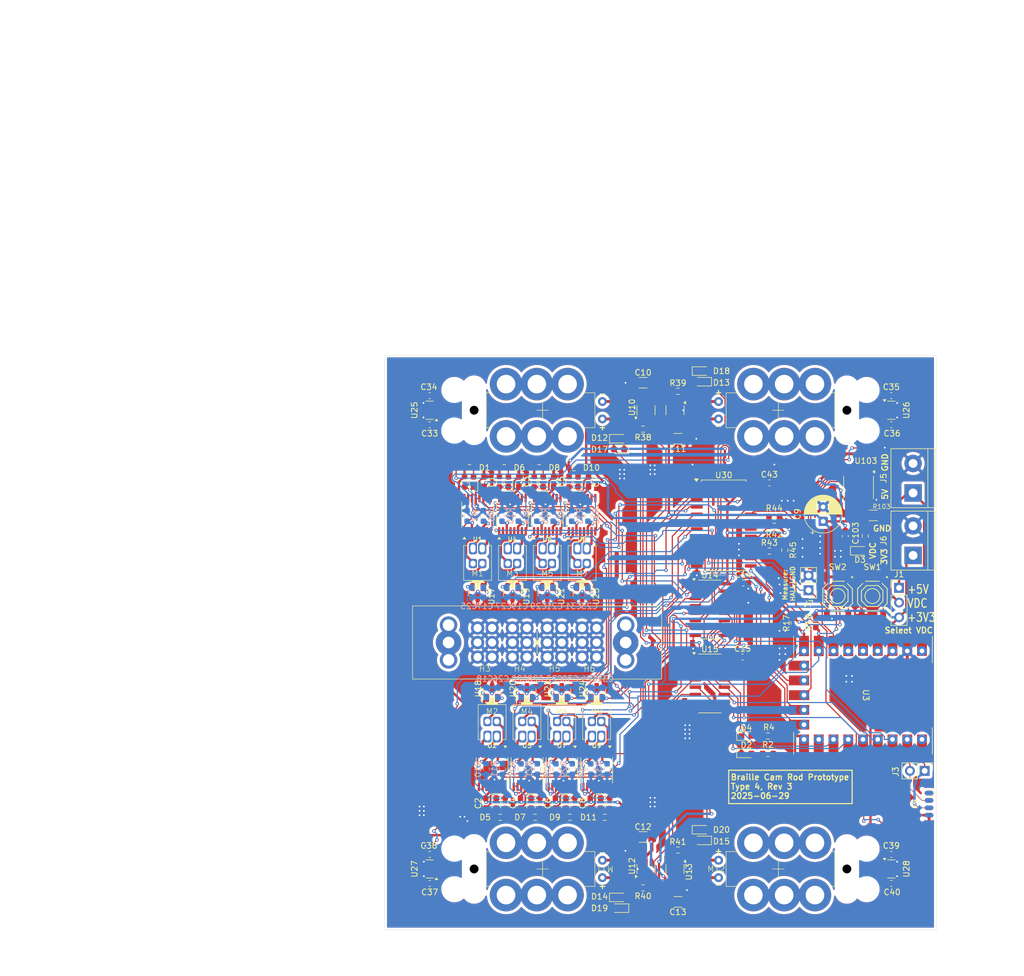
<source format=kicad_pcb>
(kicad_pcb (version 20241229) (generator "pcbnew") (generator_version "9.0")
  (title_block (title "Braille Cam Rod Prototype (Type 4)") (date "2025-06-29") (rev "Rev 3"))
  (layers (0 "F.Cu" signal) (2 "B.Cu" signal) (13 "F.Paste" user) (15 "B.Paste" user) (5 "F.SilkS" user "F.Silkscreen") (7 "B.SilkS" user "B.Silkscreen") (1 "F.Mask" user) (3 "B.Mask" user) (25 "Edge.Cuts" user))
  (net 0 "")
  (net 1 "VDC")
  (net 2 "/Motor_Control/HALL_0")
  (net 3 "/Motor_Control/HALL_1")
  (net 7 "/Motor_Control/HALL_2")
  (net 8 "/Motor_Control/HALL_3")
  (net 9 "/Motor_Control/HALL_4")
  (net 10 "/Motor_Control/HALL_5")
  (net 11 "GND")
  (net 12 "Net-(D1-A)")
  (net 13 "/Motor_Control/HALL_6")
  (net 14 "Net-(D2-A)")
  (net 15 "/Motor_Control/HALL_7")
  (net 16 "Net-(D3-A)")
  (net 17 "/Motor_Control/HALL_8")
  (net 18 "Net-(D4-A)")
  (net 19 "/Motor_Control/HALL_9")
  (net 20 "Net-(U1-OUT3)")
  (net 21 "Net-(U1-OUT1)")
  (net 22 "Net-(M1--)")
  (net 23 "Net-(U1-OUT4)")
  (net 24 "Net-(U2-OUT3)")
  (net 25 "Net-(U2-OUT4)")
  (net 26 "Net-(M2--)")
  (net 27 "Net-(U2-OUT1)")
  (net 28 "/Motor_Control/HALL_10")
  (net 29 "/Motor_Control/HALL_11")
  (net 30 "Net-(M3--)")
  (net 31 "Net-(U4-OUT1)")
  (net 32 "Net-(M4--)")
  (net 33 "Net-(U4-OUT3)")
  (net 34 "Net-(U4-OUT4)")
  (net 35 "+3V3")
  (net 36 "I2C_SDA")
  (net 37 "I2C_SCL")
  (net 38 "Net-(U1-ISEN34)")
  (net 39 "Net-(U2-ISEN34)")
  (net 40 "/Motor_Control/Braille_Cell_Column/~{FAULT}")
  (net 41 "Net-(U4-ISEN34)")
  (net 42 "Net-(U1-ISEN12)")
  (net 43 "Net-(U2-ISEN12)")
  (net 44 "Net-(D5-A)")
  (net 45 "Net-(U4-ISEN12)")
  (net 46 "/Motor_Control/Braille_Cell_Column1/~{FAULT}")
  (net 47 "Net-(D6-A)")
  (net 48 "/Motor_Control/Braille_Cell_Column2/~{FAULT}")
  (net 49 "Net-(D7-A)")
  (net 50 "/Motor_Control/Braille_Cell_Column3/~{FAULT}")
  (net 51 "Net-(D8-A)")
  (net 52 "/Motor_Control/Braille_Cell_Column4/~{FAULT}")
  (net 53 "/Motor_Control/Braille_Cell_Column5/~{FAULT}")
  (net 54 "Net-(D9-A)")
  (net 55 "Net-(D10-A)")
  (net 56 "/Motor_Control/Braille_Cell_Column6/~{FAULT}")
  (net 57 "Net-(D11-A)")
  (net 58 "/Motor_Control/Braille_Cell_Column7/~{FAULT}")
  (net 59 "/Motor_Control/Corner_DC_Motor/IN_B")
  (net 60 "Net-(D12-A)")
  (net 61 "Net-(D13-A)")
  (net 62 "/Motor_Control/Corner_DC_Motor1/IN_B")
  (net 63 "Net-(D14-A)")
  (net 64 "+5V")
  (net 65 "/Motor_Control/Corner_DC_Motor2/IN_B")
  (net 66 "Net-(D15-A)")
  (net 67 "/Motor_Control/Corner_DC_Motor3/IN_B")
  (net 68 "/Microcontroller/UART0_RX")
  (net 69 "/Microcontroller/UART0_TX")
  (net 72 "/Microcontroller/HALL_ANALOG")
  (net 73 "Net-(U5-OUT1)")
  (net 74 "Net-(U5-OUT4)")
  (net 75 "Net-(U5-OUT3)")
  (net 76 "Net-(M5--)")
  (net 77 "Net-(U6-OUT4)")
  (net 78 "Net-(U6-OUT1)")
  (net 79 "Net-(U6-OUT3)")
  (net 80 "Net-(M6--)")
  (net 81 "Net-(U7-OUT1)")
  (net 82 "Net-(U7-OUT3)")
  (net 83 "Net-(U7-OUT4)")
  (net 84 "Net-(U8-OUT4)")
  (net 85 "Net-(M7--)")
  (net 86 "Net-(U8-OUT3)")
  (net 87 "Net-(U8-OUT1)")
  (net 88 "Net-(U9-OUT1)")
  (net 89 "Net-(M8--)")
  (net 90 "Net-(U9-OUT4)")
  (net 91 "Net-(U9-OUT3)")
  (net 92 "Net-(M9--)")
  (net 94 "Net-(M9-+)")
  (net 96 "Net-(M10-+)")
  (net 97 "Net-(M10--)")
  (net 100 "Net-(M11-+)")
  (net 101 "Net-(M11--)")
  (net 102 "Net-(M12-+)")
  (net 104 "Net-(M12--)")
  (net 105 "/Microcontroller/GP_LED_0")
  (net 106 "/Microcontroller/GP_LED_1")
  (net 107 "Net-(U5-ISEN34)")
  (net 108 "Net-(U5-ISEN12)")
  (net 109 "Net-(U6-ISEN34)")
  (net 110 "Net-(U6-ISEN12)")
  (net 111 "Net-(U7-ISEN34)")
  (net 112 "Net-(U7-ISEN12)")
  (net 113 "Net-(U8-ISEN34)")
  (net 114 "Net-(U8-ISEN12)")
  (net 115 "Net-(U9-ISEN34)")
  (net 116 "Net-(U9-ISEN12)")
  (net 117 "/Motor_Control/Corner_DC_Motor/IN_A")
  (net 118 "/Motor_Control/Corner_DC_Motor1/IN_A")
  (net 119 "/Motor_Control/Corner_DC_Motor2/IN_A")
  (net 120 "/Motor_Control/Corner_DC_Motor3/IN_A")
  (net 121 "Net-(U30-~{E})")
  (net 122 "/Microcontroller/SW_1")
  (net 123 "/Microcontroller/SW_2")
  (net 128 "/Motor_Control/Braille_Cell_Column/~{SLEEP}")
  (net 133 "/Motor_Control/Braille_Cell_Column1/~{SLEEP}")
  (net 134 "/Microcontroller/~{SHIFT_OE}")
  (net 135 "/Microcontroller/HALL_S2")
  (net 136 "/Microcontroller/HALL_S1")
  (net 137 "/Microcontroller/HALL_S0")
  (net 138 "/Microcontroller/SHIFT_RCLK")
  (net 140 "/Microcontroller/SHIFT_SER_IN")
  (net 141 "/Microcontroller/HALL_S3")
  (net 142 "/Microcontroller/SHIFT_SRCK")
  (net 143 "/Microcontroller/~{SHIFT_SRCLR}")
  (net 147 "/Motor_Control/Braille_Cell_Column2/~{SLEEP}")
  (net 152 "/Motor_Control/Braille_Cell_Column3/~{SLEEP}")
  (net 160 "/Motor_Control/Braille_Cell_Column4/~{SLEEP}")
  (net 166 "/Motor_Control/Braille_Cell_Column5/~{SLEEP}")
  (net 171 "/Motor_Control/Braille_Cell_Column6/~{SLEEP}")
  (net 174 "/Motor_Control/Braille_Cell_Column7/~{SLEEP}")
  (net 177 "Net-(U14-QH')")
  (net 188 "/Motor_Control/ANALOG_DEMO_1")
  (net 189 "Net-(U30-I15)")
  (net 208 "Net-(J1-Pin_2)")
  (footprint "LED_SMD:LED_0603_1608Metric_Pad1.05x0.95mm_HandSolder" (layer "F.Cu") (at 124.375 91.75 180)
    (property "Reference" "D17")
    (property "Value" "LED")
  )
  (footprint "Capacitor_SMD:C_1206_3216Metric_Pad1.33x1.80mm_HandSolder" (layer "F.Cu") (at 134.5 169.672)
    (property "Reference" "C13")
    (property "Value" "10u")
  )
  (footprint "Resistor_SMD:R_0603_1608Metric_Pad0.98x0.95mm_HandSolder" (layer "F.Cu") (at 115.9 155.1 180)
    (property "Reference" "R27" (hide yes))
    (property "Value" "5k1")
  )
  (footprint "00-lib-footprints:DC_Motor_6mm_OD_with_3_Stage_Gearbox" (layer "F.Cu") (at 162.6 164)
    (property "Reference" "M12")
    (property "Value" "Motor_DC_With_MP")
  )
  (footprint "Capacitor_SMD:C_1206_3216Metric_Pad1.33x1.80mm_HandSolder" (layer "F.Cu") (at 128.5 158.496 180)
    (property "Reference" "C12")
    (property "Value" "10u")
  )
  (footprint "Capacitor_SMD:C_0603_1608Metric_Pad1.08x0.95mm_HandSolder" (layer "F.Cu") (at 101.4 152.7 -90)
    (property "Reference" "C2")
    (property "Value" "100n")
  )
  (footprint "Package_SO:TSSOP-16_4.4x5mm_P0.65mm" (layer "F.Cu") (at 112 103 90)
    (property "Reference" "U6")
    (property "Value" "DRV8847SPWR")
  )
  (footprint "LED_SMD:LED_0603_1608Metric_Pad1.05x0.95mm_HandSolder" (layer "F.Cu") (at 138.625 157.25)
    (property "Reference" "D20")
    (property "Value" "LED")
  )
  (footprint "00-lib-footprints:SOICbite_clipProgSmall" (layer "F.Cu") (at 178.5 152.835 90)
    (property "Reference" "J4")
    (property "Value" "Conn_01x08")
  )
  (footprint "Resistor_SMD:R_0603_1608Metric_Pad0.98x0.95mm_HandSolder" (layer "F.Cu") (at 154.5 121.6625 -90)
    (property "Reference" "R17")
    (property "Value" "5k1")
  )
  (footprint "Package_SO:SOIC-24W_7.5x15.4mm_P1.27mm" (layer "F.Cu") (at 142.4 104.825)
    (property "Reference" "U30")
    (property "Value" "CD74HC4067M")
  )
  (footprint "Resistor_SMD:R_0603_1608Metric_Pad0.98x0.95mm_HandSolder" (layer "F.Cu") (at 104.6 94.9)
    (property "Reference" "R13" (hide yes))
    (property "Value" "5k1")
  )
  (footprint "Package_SO:TSSOP-16_4.4x5mm_P0.65mm" (layer "F.Cu") (at 108.5 147 -90)
    (property "Reference" "U5")
    (property "Value" "DRV8847SPWR")
  )
  (footprint "Connector_PinHeader_2.54mm:PinHeader_1x02_P2.54mm_Vertical" (layer "F.Cu") (at 177 147.105 -90)
    (property "Reference" "J3")
    (property "Value" "Conn_01x02")
  )
  (footprint "Package_TO_SOT_SMD:SOT-23-6" (layer "F.Cu") (at 134 164 -90)
    (property "Reference" "U13")
    (property "Value" "AD116_or_BDR6120S")
  )
  (footprint "Resistor_SMD:R_0603_1608Metric_Pad0.98x0.95mm_HandSolder" (layer "F.Cu") (at 115.75 97.3 -90)
    (property "Reference" "R30" (hide yes))
    (property "Value" "5k1")
  )
  (footprint "Resistor_SMD:R_0603_1608Metric_Pad0.98x0.95mm_HandSolder" (layer "F.Cu") (at 110.75 152.7 90)
    (property "Reference" "R16" (hide yes))
    (property "Value" "5k1")
  )
  (footprint "Resistor_SMD:R_0603_1608Metric_Pad0.98x0.95mm_HandSolder" (layer "F.Cu") (at 152.9 109.0875 -90)
    (property "Reference" "R45")
    (property "Value" "5k1")
  )
  (footprint "00-lib-footprints:DC_Motor_6mm_OD_with_3_Stage_Gearbox" (layer "F.Cu") (at 100.4 164 180)
    (property "Reference" "M11")
    (property "Value" "Motor_DC_With_MP")
  )
  (footprint "LED_SMD:LED_0603_1608Metric_Pad1.05x0.95mm_HandSolder" (layer "F.Cu") (at 117.3 97.3 90)
    (property "Reference" "D10")
    (property "Value" "RED_LED")
  )
  (footprint "Capacitor_SMD:C_0603_1608Metric_Pad1.08x0.95mm_HandSolder" (layer "F.Cu") (at 101.1 97.3 90)
    (property "Reference" "C1")
    (property "Value" "100n")
  )
  (footprint "Resistor_SMD:R_0603_1608Metric_Pad0.98x0.95mm_HandSolder" (layer "F.Cu") (at 121.9 155.1 180)
    (property "Reference" "R35" (hide yes))
    (property "Value" "5k1")
  )
  (footprint "00-lib-footprints:MicroStepper_4.7_OD" (layer "F.Cu") (at 100 114.7 180)
    (property "Reference" "M1")
    (property "Value" "Stepper_Motor_bipolar")
  )
  (footprint "00-lib-footprints:SOT-23-Hall" (layer "F.Cu") (at 120.5 133.65 90)
    (property "Reference" "U24")
    (property "Value" "MT9101ET")
  )
  (footprint "Capacitor_SMD:C_0603_1608Metric_Pad1.08x0.95mm_HandSolder" (layer "F.Cu") (at 113.4 152.7 -90)
    (property "Reference" "C6")
    (property "Value" "100n")
  )
  (footprint "Package_SO:SOIC-8_3.9x4.9mm_P1.27mm" (layer "F.Cu") (at 165.608 98.298 -90)
    (property "Reference" "U103")
    (property "Value" "INA219AxD")
  )
  (footprint "00-lib-footprints:SOT-23-Hall" (layer "F.Cu") (at 108.5 133.65 90)
    (property "Reference" "U20")
    (property "Value" "MT9101ET")
  )
  (footprint "Capacitor_SMD:C_0603_1608Metric_Pad1.08x0.95mm_HandSolder" (layer "F.Cu") (at 91.75 161.5 180)
    (property "Reference" "C38")
    (property "Value" "4.7n")
  )
  (footprint "Package_SO:TSSOP-16_4.4x5mm_P0.65mm" (layer "F.Cu") (at 114.5 147 -90)
    (property "Reference" "U7")
    (property "Value" "DRV8847SPWR")
  )
  (footprint "LED_SMD:LED_0603_1608Metric_Pad1.05x0.95mm_HandSolder" (layer "F.Cu") (at 111.3 97.3 90)
    (property "Reference" "D8")
    (property "Value" "RED_LED")
  )
  (footprint "Resistor_SMD:R_0603_1608Metric_Pad0.98x0.95mm_HandSolder" (layer "F.Cu") (at 150 141.105 180)
    (property "Reference" "R4")
    (property "Value" "5k1")
  )
  (footprint "LED_SMD:LED_0603_1608Metric_Pad1.05x0.95mm_HandSolder" (layer "F.Cu") (at 121.2 152.7 -90)
    (property "Reference" "D11")
    (property "Value" "RED_LED")
  )
  (footprint "LED_SMD:LED_0603_1608Metric_Pad1.05x0.95mm_HandSolder" (layer "F.Cu") (at 138.625 78.25)
    (property "Reference" "D18")
    (property "Value" "LED")
  )
  (footprint "Package_SO:TSSOP-16_4.4x5mm_P0.65mm" (layer "F.Cu") (at 118 103 90)
    (property "Reference" "U8")
    (property "Value" "DRV8847SPWR")
  )
  (footprint "Capacitor_SMD:C_0603_1608Metric_Pad1.08x0.95mm_HandSolder" (layer "F.Cu") (at 91.75 166.5 180)
    (property "Reference" "C37")
    (property "Value" "100n")
  )
  (footprint "LED_SMD:LED_0603_1608Metric_Pad1.05x0.95mm_HandSolder" (layer "F.Cu") (at 105.3 97.3 90)
    (property "Reference" "D6")
    (property "Value" "RED_LED")
  )
  (footprint "LED_SMD:LED_0603_1608Metric_Pad1.05x0.95mm_HandSolder" (layer "F.Cu") (at 99.3 97.3 90)
    (property "Reference" "D1")
    (property "Value" "RED_LED")
  )
  (footprint "LED_SMD:LED_0603_1608Metric_Pad1.05x0.95mm_HandSolder" (layer "F.Cu") (at 124.375 168.91)
    (property "Reference" "D14")
    (property "Value" "LED")
  )
  (footprint "Resistor_SMD:R_0603_1608Metric_Pad0.98x0.95mm_HandSolder" (layer "F.Cu") (at 128.5 88.25 180)
    (property "Reference" "R38")
    (property "Value" "5k1")
  )
  (footprint "00-lib-footprints:SOT-23-Hall" (layer "F.Cu") (at 112 116.35 -90)
    (property "Reference" "U21")
    (property "Value" "MT9101ET")
  )
  (footprint "Capacitor_SMD:C_0603_1608Metric_Pad1.08x0.95mm_HandSolder" (layer "F.Cu") (at 107.4 152.7 -90)
    (property "Reference" "C4")
    (property "Value" "100n")
  )
  (footprint "Package_SO:TSSOP-16_4.4x5mm_P0.65mm" (layer "F.Cu") (at 100 103 90)
    (property "Reference" "U1")
    (property "Value" "DRV8847SPWR")
  )
  (footprint "Resistor_SMD:R_0603_1608Metric_Pad0.98x0.95mm_HandSolder" (layer "F.Cu") (at 116.6 94.9)
    (property "Reference" "R31" (hide yes))
    (property "Value" "5k1")
  )
  (footprint "Package_SO:SOP-16_3.9x9.9mm_P1.27mm" (layer "F.Cu") (at 140 119.325)
    (property "Reference" "U14")
    (property "Value" "74HC595")
  )
  (footprint "LED_SMD:LED_0603_1608Metric_Pad1.05x0.95mm_HandSolder" (layer "F.Cu") (at 124.375 89.91)
    (property "Reference" "D12")
    (property "Value" "LED")
  )
  (footprint "Resistor_SMD:R_0603_1608Metric_Pad0.98x0.95mm_HandSolder" (layer "F.Cu") (at 128.5 167.25 180)
    (property "Reference" "R40")
    (property "Value" "5k1")
  )
  (footprint "Capacitor_SMD:C_0603_1608Metric_Pad1.08x0.95mm_HandSolder" (layer "F.Cu") (at 113.1 97.3 90)
    (property "Reference" "C5")
    (property "Value" "100n")
  )
  (footprint "Capacitor_SMD:C_0603_1608Metric_Pad1.08x0.95mm_HandSolder" (layer "F.Cu") (at 150.25 97.5)
    (property "Reference" "C43")
    (property "Value" "100n")
  )
  (footprint "LED_SMD:LED_0603_1608Metric_Pad1.05x0.95mm_HandSolder" (layer "F.Cu") (at 124.375 170.75 180)
    (property "Reference" "D19")
    (property "Value" "LED")
  )
  (footprint "Package_SO:TSSOP-16_4.4x5mm_P0.65mm" (layer "F.Cu") (at 120.5 147 -90)
    (property "Reference" "U9")
    (property "Value" "DRV8847SPWR")
  )
  (footprint "00-lib-footprints:DC_Motor_6mm_OD_with_3_Stage_Gearbox" (layer "F.Cu") (at 100.4 85 180)
    (property "Reference" "M9" (hide yes))
    (property "Value" "Motor_DC_With_MP")
  )
  (footprint "Package_SO:TSSOP-16_4.4x5mm_P0.65mm" (layer "F.Cu") (at 102.5 147 -90)
    (property "Reference" "U2")
    (property "Value" "DRV8847SPWR")
  )
  (footprint "00-lib-footprints:SOT-23-Hall" (layer "F.Cu") (at 91.75 164 180)
    (property "Reference" "U27")
    (property "Value" "MT9101ET")
  )
  (footprint "00-lib-footprints:SOT-23-Hall" (layer "F.Cu") (at 100 116.35 -90)
    (property "Reference" "U17")
    (property "Value" "MT9101ET")
  )
  (footprint "PCM_JLCPCB:SW-SMD_4P-L5.1-W5.1-P3.70-LS6.5-TL-2" (layer "F.Cu") (at 162 117 -90)
    (property "Reference" "SW2")
    (property "Value" "Tactile Button, 160gf")
  )
  (footprint "TerminalBlock:TerminalBlock_bornier-2_P5.08mm" (layer "F.Cu") (at 175 110 90)
    (property "Reference" "J6")
    (property "Value" "Screw_Terminal_01x02")
  )
  (footprint "Resistor_SMD:R_0603_1608Metric_Pad0.98x0.95mm_HandSolder" (layer "F.Cu") (at 97.75 97.3 -90)
    (property "Reference" "R1" (hide yes))
    (property "Value" "5k1")
  )
  (footprint "Capacitor_SMD:C_0603_1608Metric_Pad1.08x0.95mm_HandSolder" (layer "F.Cu") (at 91.75 82.5 180)
    (property "Reference" "C34")
    (property "Value" "4.7n")
  )
  (footprint "00-lib-footprints:BrailleCell" (layer "F.Cu") (at 113.25 125)
    (property "Reference" "H5")
    (property "Value" "BrailleCell")
  )
  (footprint "Package_SO:TSSOP-16_4.4x5mm_P0.65mm" (layer "F.Cu") (at 106 103 90)
    (property "Reference" "U4")
    (property "Value" "DRV8847SPWR")
  )
  (footprint "Resistor_SMD:R_0603_1608Metric_Pad0.98x0.95mm_HandSolder" (layer "F.Cu") (at 158.25 121.5 -90)
    (property "Reference" "R18")
    (property "Value" "5k1")
  )
  (footprint "00-lib-footprints:BrailleCell" (layer "F.Cu") (at 107.25 125)
    (property "Reference" "H4")
    (property "Value" "BrailleCell")
  )
  (footprint "Capacitor_SMD:C_0603_1608Metric_Pad1.08x0.95mm_HandSolder" (layer "F.Cu") (at 171.25 166.5)
    (property "Reference" "C40")
    (property "Value" "4.7n")
  )
  (footprint "TerminalBlock:TerminalBlock_bornier-2_P5.08mm" (layer "F.Cu") (at 175 99.25 90)
    (property "Reference" "J5")
    (property "Value" "Screw_Terminal_01x02")
  )
  (footprint "LED_SMD:LED_0603_1608Metric_Pad1.05x0.95mm_HandSolder" (layer "F.Cu") (at 138.625 80.09 180)
    (property "Reference" "D13")
    (property "Value" "LED")
  )
  (footprint "LED_SMD:LED_0603_1608Metric_Pad1.05x0.95mm_HandSolder" (layer "F.Cu") (at 103.2 152.7 -90)
    (property "Reference" "D5")
    (property "Value" "RED_LED")
  )
  (footprint "Resistor_SMD:R_0603_1608Metric_Pad0.98x0.95mm_HandSolder" (layer "F.Cu") (at 109.75 97.3 -90)
    (property "Reference" "R22" (hide yes))
    (property "Value" "5k1")
  )
  (footprint "Resistor_SMD:R_0603_1608Metric_Pad0.98x0.95mm_HandSolder" (layer "F.Cu") (at 150 144.105 180)
    (property "Reference" "R2")
    (property "Value" "5k1")
  )
  (footprint "Resistor_SMD:R_0603_1608Metric_Pad0.98x0.95mm_HandSolder" (layer "F.Cu") (at 134.5 81.75)
    (property "Reference" "R39")
    (property "Value" "5k1")
  )
  (footprint "LED_SMD:LED_0603_1608Metric_Pad1.05x0.95mm_HandSolder" (layer "F.Cu") (at 115.2 152.7 -90)
    (property "Reference" "D9")
    (property "Value" "RED_LED")
  )
  (footprint "00-lib-footprints:BrailleCell" (layer "F.Cu") (at 101.25 125)
    (property "Reference" "H3")
    (property "Value" "BrailleCell")
  )
  (footprint "00-lib-footprints:DC_Motor_6mm_OD_with_3_Stage_Gearbox" (layer "F.Cu") (at 162.6 85)
    (property "Reference" "M10" (hide yes))
    (property "Value" "Motor_DC_With_MP")
  )
  (footprint "Capacitor_SMD:C_0603_1608Metric_Pad1.08x0.95mm_HandSolder" (layer "F.Cu") (at 145.6375 127.5)
    (property "Reference" "C15")
    (property "Value" "100n")
  )
  (footprint "Resistor_SMD:R_1206_3216Metric_Pad1.30x1.75mm_HandSolder" (layer "F.Cu") (at 168.148 103.124 180)
    (property "Reference" "R103")
    (property "Value" "0.1R")
  )
  (footprint "00-lib-footprints:SOT-23-Hall" (layer "F.Cu") (at 91.75 85 180)
    (property "Reference" "U25")
    (property "Value" "MT9101ET")
  )
  (footprint "00-lib-footprints:MicroStepper_4.7_OD" (layer "F.Cu") (at 114.5 135.3)
    (property "Reference" "M6")
    (property "Value" "Stepper_Motor_bipolar")
  )
  (footprint "00-lib-footprints:RP2040 Zero" (layer "F.Cu") (at 153.547 123.91 -90)
    (property "Reference" "U3")
    (property "Value" "RP2040-Zero")
  )
  (footprint "Capacitor_SMD:C_0603_1608Metric_Pad1.08x0.95mm_HandSolder" (layer "F.Cu") (at 171.25 87.5)
    (property "Reference" "C36")
    (property "Value" "4.7n")
  )
  (footprint "00-lib-footprints:SOT-23-Hall" (layer "F.Cu") (at 106 116.35 -90)
    (property "Reference" "U19")
    (property "Value" "MT9101ET")
  )
  (footprint "Capacitor_SMD:C_0603_1608Metric_Pad1.08x0.95mm_HandSolder" (layer "F.Cu") (at 119.1 97.3 90)
    (property "Reference" "C7")
    (property "Value" "100n")
  )
  (footprint "Capacitor_SMD:C_0603_1608Metric_Pad1.08x0.95mm_HandSolder" (layer "F.Cu") (at 171.25 161.5)
    (property "Reference" "C39")
    (property "Value" "100n")
  )
  (footprint "Resistor_SMD:R_0603_1608Metric_Pad0.98x0.95mm_HandSolder" (layer "F.Cu") (at 98.6 94.9)
    (property "Reference" "R5" (hide yes))
    (property "Value" "5k1")
  )
  (footprint "00-lib-footprints:SOT-23-Hall" (layer "F.Cu") (at 102.5 133.65 90)
    (property "Reference" "U18")
    (property "Value" "MT9101ET")
  )
  (footprint "Capacitor_SMD:C_0603_1608Metric_Pad1.08x0.95mm_HandSolder" (layer "F.Cu") (at 171.25 82.5)
    (property "Reference" "C35")
    (property "Value" "100n")
  )
  (footprint "Package_TO_SOT_SMD:SOT-23-6" (layer "F.Cu") (at 129 85 90)
    (property "Reference" "U10")
    (property "Value" "AD116_or_BDR6120S")
  )
  (footprint "Capacitor_SMD:C_0603_1608Metric_Pad1.08x0.95mm_HandSolder" (layer "F.Cu") (at 119.4 152.7 -90)
    (property "Reference" "C8")
    (property "Value" "100n")
  )
  (footprint "00-lib-footprints:SOT-23-Hall" (layer "F.Cu") (at 114.5 133.65 90)
    (property "Reference" "U22")
    (property "Value" "MT9101ET")
  )
  (footprint "Package_TO_SOT_SMD:SOT-23-6" (layer "F.Cu") (at 129 164 90)
    (property "Reference" "U12")
    (property "Value" "AD116_or_BDR6120S")
  )
  (footprint "Capacitor_THT:CP_Radial_D6.3mm_P2.50mm" (layer "F.Cu") (at 159.512 104.14 90)
    (property "Reference" "C9")
    (property "Value" "10u")
  )
  (footprint "00-lib-footprints:MicroStepper_4.7_OD" (layer "F.Cu") (at 106 114.7 180)
    (property "Reference" "M3")
    (property "Value" "Stepper_Motor_bipolar")
  )
  (footprint "LED_SMD:LED_0603_1608Metric_Pad1.05x0.95mm_HandSolder" (layer "F.Cu") (at 165.862 109.22)
    (property "Reference" "D3")
    (property "Value" "LED")
  )
  (footprint "LED_SMD:LED_0603_1608Metric_Pad1.05x0.95mm_HandSolder" (layer "F.Cu") (at 109.2 152.7 -90)
    (property "Reference" "D7")
    (property "Value" "RED_LED")
  )
  (footprint "PCM_JLCPCB:SW-SMD_4P-L5.1-W5.1-P3.70-LS6.5-TL-2" (layer "F.Cu") (at 168 117 -90)
    (property "Reference" "SW1")
    (property "Value" "Tactile Button, 160gf")
  )
  (footprint "00-lib-footprints:SOT-23-Hall" (layer "F.Cu") (at 118 116.35 -90)
    (property "Reference" "U23")
    (property "Value" "MT9101ET")
  )
  (footprint "00-lib-footprints:SOT-23-Hall" (layer "F.Cu") (at 171.25 164)
    (property "Reference" "U28")
    (property "Value" "MT9101ET")
  )
  (footprint "Resistor_SMD:R_0603_1608Metric_Pad0.98x0.95mm_HandSolder" (layer "F.Cu") (at 151.0875 104.98 180)
    (property "Reference" "R42")
    (property "Value" "5k1")
  )
  (footprint "LED_SMD:LED_0603_1608Metric_Pad1.05x0.95mm_HandSolder" (layer "F.Cu") (at 146.2875 144.105)
    (property "Reference" "D2")
    (property "Value" "LED")
  )
  (footprint "Resistor_SMD:R_0603_1608Metric_Pad0.98x0.95mm_HandSolder" (layer "F.Cu") (at 103.75 97.3 -90)
    (property "Reference" "R12" (hide yes))
    (property "Value" "5k1")
  )
  (footprint "Resistor_SMD:R_0603_1608Metric_Pad0.98x0.95mm_HandSolder" (layer "F.Cu") (at 134.5 160.75)
    (property "Reference" "R41")
    (property "Value" "5k1")
  )
  (footprint "Capacitor_SMD:C_1206_3216Metric_Pad1.33x1.80mm_HandSolder" (layer "F.Cu") (at 128.5 80.264 180)
    (property "Reference" "C10")
    (property "Value" "10u")
  )
  (footprint "Capacitor_SMD:C_0603_1608Metric_Pad1.08x0.95mm_HandSolder" (layer "F.Cu") (at 91.75 87.5 180)
    (property "Reference" "C33")
    (property "Value" "100n")
  )
  (footprint "00-lib-footprints:MicroStepper_4.7_OD" (layer "F.Cu") (at 108.5 135.3)
    (property "Reference" "M4")
    (property "Value" "Stepper_Motor_bipolar")
  )
  (footprint "00-lib-footprints:MicroStepper_4.7_OD" (layer "F.Cu") (at 120.5 135.3)
    (property "Reference" "M8")
    (property "Value" "Stepper_Motor_bipolar")
  )
  (footprint "Resistor_SMD:R_0603_1608Metric_Pad0.98x0.95mm_HandSolder" (layer "F.Cu") (at 109.9 155.1 180)
    (property "Reference" "R19" (hide yes))
    (property "Value" "5k1")
  )
  (footprint "Capacitor_SMD:C_0603_1608Metric_Pad1.08x0.95mm_HandSolder" (layer "F.Cu") (at 163.322 106.68 -90)
    (property "Reference" "C103")
    (property "Value" "100n")
  )
  (footprint "LED_SMD:LED_0603_1608Metric_Pad1.05x0.95mm_HandSolder" (layer "F.Cu") (at 146.2875 141.105)
    (property "Reference" "D4")
    (property "Value" "LED")
  )
  (footprint "00-lib-footprints:SOT-23-Hall" (layer "F.Cu") (at 171.25 85)
    (property "Reference" "U26")
    (property "Value" "MT9101ET")
  )
  (footprint "Resistor_SMD:R_0603_1608Metric_Pad0.98x0.95mm_HandSolder" (layer "F.Cu") (at 116.75 152.7 90)
    (property "Reference" "R26" (hide yes))
    (property "Value" "5k1")
  )
  (footprint "Connector_PinHeader_2.54mm:PinHeader_1x03_P2.54mm_Vertical" (layer "F.Cu") (at 172.5875 115.585)
    (property "Reference" "J1")
    (property "Value" "Conn_01x03")
  )
  (footprint "Capacitor_SMD:C_0603_1608Metric_Pad1.08x0.95mm_HandSolder" (layer "F.Cu") (at 145.75 114.75)
    (property "Reference" "C14")
    (property "Value" "100n")
  )
  (footprint "Capacitor_SMD:C_0603_1608Metric_Pad1.08x0.95mm_HandSolder" (layer "F.Cu") (at 107.1 97.3 90)
    (property "Reference" "C3")
    (property "Value" "100n")
  )
  (footprint "Resistor_SMD:R_0603_1608Metric_Pad0.98x0.95mm_HandSolder" (layer "F.Cu") (at 151.0875 103.3)
    (property "Reference" "R44")
    (property "Value" "5k1")
  )
  (footprint "Resistor_SMD:R_0603_1608Metric_Pad0.98x0.95mm_HandSolder" (layer "F.Cu") (at 103.9 155.1 180)
    (property "Reference" "R9" (hide yes))
    (property "Value" "5k1")
  )
  (footprint "Capacitor_SMD:C_1206_3216Metric_Pad1.33x1.80mm_HandSolder" (layer "F.Cu") (at 134.5 89.916)
    (property "Reference" "C11")
    (property "Value" "10u")
  )
  (footprint "Resistor_SMD:R_0603_1608Metric_Pad0.98x0.95mm_HandSolder" (layer "F.Cu") (at 110.6 94.9)
    (property "Reference" "R23" (hide yes))
    (property "Value" "5k1")
  )
  (footprint "Package_SO:SOP-16_3.9x9.9mm_P1.27mm" (layer "F.Cu") (at 140 132.055)
    (property "Reference" "U15")
    (property "Value" "74HC595")
  )
  (footprint "Resistor_SMD:R_0603_1608Metric_Pad0.98x0.95mm_HandSolder" (layer "F.Cu") (at 104.75 152.7 90)
    (property "Reference" "R8" (hide yes))
    (property "Value" "5k1")
  )
  (footprint "LED_SMD:LED_0603_1608Metric_Pad1.05x0.95mm_HandSolder" (layer "F.Cu") (at 138.625 159.09 180)
    (property "Reference" "D15")
    (property "Value" "LED")
  )
  (footprint "00-lib-footprints:Braille_Block_MountingHoles_M2_3x" (layer "F.Cu") (at 125.5 125)
    (property "Reference" "H2" (hide yes))
    (property "Value" "MountingHole_Pad")
  )
  (footprint "00-lib-footprints:BrailleCell" (layer "F.Cu") (at 119.25 125)
    (property "Reference" "H6")
    (property "Value" "BrailleCell")
  )
  (footprint "00-lib-footprints:MicroStepper_4.7_OD" (layer "F.Cu") (at 102.5 135.3)
    (property "Reference" "M2")
    (property "Value" "Stepper_Motor_bipolar")
  )
  (footprint "00-lib-footprints:MicroStepper_4.7_OD" (layer "F.Cu") (at 112 114.7 180)
    (property "Reference" "M5")
    (property "Value" "Stepper_Motor_bipolar")
  )
  (footprint "00-lib-footprints:Braille_Block_MountingHoles_M2_3x" (layer "F.Cu") (at 95 125)
    (property "Reference" "H1" (hide yes))
    (property "Value" "MountingHole_Pad")
  )
  (footprint "Resistor_SMD:R_0603_1608Metric_Pad0.98x0.95mm_HandSolder" (layer "F.Cu") (at 150.25 109.25)
    (property "Reference" "R43")
    (property "Value" "5k1")
  )
  (footprint "Resistor_SMD:R_0603_1608Metric_Pad0.98x0.95mm_HandSolder" (layer "F.Cu") (at 166.764 106.6395 -90)
    (property "Reference" "R3" (hide yes))
    (property "Value" "5k1")
  )
  (footprint "Package_TO_SOT_SMD:SOT-23-6" (layer "F.Cu") (at 134 85 -90)
    (property "Reference" "U11" (hide yes))
    (property "Value" "AD116_or_BDR6120S")
  )
  (footprint "00-lib-footprints:MicroStepper_4.7_OD" (layer "F.Cu") (at 118 114.7 180)
    (property "Reference" "M7")
    (property "Value" "Stepper_Motor_bipolar")
  )
  (footprint "Resistor_SMD:R_0603_1608Metric_Pad0.98x0.95mm_HandSolder" (layer "F.Cu") (at 122.75 152.7 90)
    (property "Reference" "R34" (hide yes))
    (property "Value" "5k1")
  )
  (footprint "Connector_PinHeader_2.54mm:PinHeader_1x02_P2.54mm_Vertical" (layer "F.Cu") (at 157 116 180)
    (property "Reference" "J7")
    (property "Value" "Conn_01x02")
  )
  (footprint "Resistor_SMD:R_0603_1608Metric_Pad0.98x0.95mm_HandSolder" (layer "B.Cu") (at 107.5 146.8 -90)
    (property "Reference" "R20")
    (property "Value" "330m")
  )
  (footprint "Resistor_SMD:R_0603_1608Metric_Pad0.98x0.95mm_HandSolder" (layer "B.Cu") (at 104.3 146.8 -90)
    (property "Reference" "R11")
    (property "Value" "330m")
  )
  (footprint "Resistor_SMD:R_0603_1608Metric_Pad0.98x0.95mm_HandSolder" (layer "B.Cu") (at 113 103.2 90)
    (property "Reference" "R24")
    (property "Value" "330m")
  )
  (footprint "Resistor_SMD:R_0603_1608Metric_Pad0.98x0.95mm_HandSolder" (layer "B.Cu") (at 119 103.2 90)
    (property "Reference" "R32")
    (property "Value" "330m")
  )
  (footprint "Resistor_SMD:R_0603_1608Metric_Pad0.98x0.95mm_HandSolder" (layer "B.Cu") (at 113.5 146.8 -90)
    (property "Reference" "R28")
    (property "Value" "330m")
  )
  (footprint "Capacitor_SMD:C_0603_1608Metric_Pad1.08x0.95mm_HandSolder" (layer "B.Cu") (at 109.5 133.6125 90)
    (property "Reference" "C28")
    (property "Value" "4.7n")
  )
  (footprint "Capacitor_SMD:C_0603_1608Metric_Pad1.08x0.95mm_HandSolder" (layer "B.Cu") (at 115.5 133.6125 90)
    (property "Reference" "C30")
    (property "Value" "4.7n")
  )
  (footprint "Capacitor_SMD:C_0603_1608Metric_Pad1.08x0.95mm_HandSolder" (layer "B.Cu") (at 113 116.3875 -90)
    (property "Reference" "C21")
    (property "Value" "100n")
  )
  (footprint "Capacitor_SMD:C_0603_1608Metric_Pad1.08x0.95mm_HandSolder" (layer "B.Cu") (at 105 116.3875 -90)
    (property "Reference" "C27")
    (property "Value" "4.7n")
  )
  (footprint "Resistor_SMD:R_0603_1608Metric_Pad0.98x0.95mm_HandSolder" (layer "B.Cu") (at 107 103.2 90)
    (property "Reference" "R14")
    (property "Value" "330m")
  )
  (footprint "Capacitor_SMD:C_0603_1608Metric_Pad1.08x0.95mm_HandSolder" (layer "B.Cu") (at 117 116.3875 -90)
    (property "Reference" "C31")
    (property "Value" "4.7n")
  )
  (footprint "Capacitor_SMD:C_0603_1608Metric_Pad1.08x0.95mm_HandSolder" (layer "B.Cu") (at 113.5 133.6125 90)
    (property "Reference" "C22")
    (property "Value" "100n")
  )
  (footprint "Resistor_SMD:R_0603_1608Metric_Pad0.98x0.95mm_HandSolder" (layer "B.Cu") (at 104.2 103.2 90)
    (property "Reference" "R15")
    (property "Value" "330m")
  )
  (footprint "Capacitor_SMD:C_0603_1608Metric_Pad1.08x0.95mm_HandSolder" (layer "B.Cu") (at 111 116.3875 -90)
    (property "Reference" "C29")
    (property "Value" "4.7n")
  )
  (footprint "Resistor_SMD:R_0603_1608Metric_Pad0.98x0.95mm_HandSolder" (layer "B.Cu") (at 122.3 146.8 -90)
    (property "Reference" "R37")
    (property "Value" "330m")
  )
  (footprint "Capacitor_SMD:C_0603_1608Metric_Pad1.08x0.95mm_HandSolder" (layer "B.Cu") (at 119.5 133.6125 90)
    (property "Reference" "C24")
    (property "Value" "100n")
  )
  (footprint "Resistor_SMD:R_0603_1608Metric_Pad0.98x0.95mm_HandSolder" (layer "B.Cu") (at 119.5 146.8 -90)
    (property "Reference" "R36")
    (property "Value" "330m")
  )
  (footprint "Capacitor_SMD:C_0603_1608Metric_Pad1.08x0.95mm_HandSolder" (layer "B.Cu") (at 99 116.3875 -90)
    (property "Reference" "C25")
    (property "Value" "4.7n")
  )
  (footprint "Resistor_SMD:R_0603_1608Metric_Pad0.98x0.95mm_HandSolder" (layer "B.Cu") (at 116.3 146.8 -90)
    (property "Reference" "R29")
    (property "Value" "330m")
  )
  (footprint "Capacitor_SMD:C_0603_1608Metric_Pad1.08x0.95mm_HandSolder" (layer "B.Cu") (at 107 116.3875 -90)
    (property "Reference" "C19")
    (property "Value" "100n")
  )
  (footprint "Resistor_SMD:R_0603_1608Metric_Pad0.98x0.95mm_HandSolder" (layer "B.Cu") (at 98.2 103.2 90)
    (property "Reference" "R7")
    (property "Value" "330m")
  )
  (footprint "Capacitor_SMD:C_0603_1608Metric_Pad1.08x0.95mm_HandSolder" (layer "B.Cu") (at 107.5 133.6125 90)
    (property "Reference" "C20")
    (property "Value" "100n")
  )
  (footprint "Resistor_SMD:R_0603_1608Metric_Pad0.98x0.95mm_HandSolder" (layer "B.Cu") (at 110.3 146.8 -90)
    (property "Reference" "R21")
    (property "Value" "330m")
  )
  (footprint "Capacitor_SMD:C_0603_1608Metric_Pad1.08x0.95mm_HandSolder" (layer "B.Cu") (at 121.5 133.6125 90)
    (property "Reference" "C32")
    (property "Value" "4.7n")
  )
  (footprint "Resistor_SMD:R_0603_1608Metric_Pad0.98x0.95mm_HandSolder" (layer "B.Cu") (at 101.5 146.8 -90)
    (property "Reference" "R10")
    (property "Value" "330m")
  )
  (footprint "Capacitor_SMD:C_0603_1608Metric_Pad1.08x0.95mm_HandSolder" (layer "B.Cu") (at 119 116.3875 -90)
    (property "Reference" "C23")
    (property "Value" "100n")
  )
  (footprint "Capacitor_SMD:C_0603_1608Metric_Pad1.08x0.95mm_HandSolder" (layer "B.Cu") (at 101 116.3875 -90)
    (property "Reference" "C17")
    (property "Value" "100n")
  )
  (footprint "Resistor_SMD:R_0603_1608Metric_Pad0.98x0.95mm_HandSolder" (layer "B.Cu") (at 110.2 103.2 90)
    (property "Reference" "R25")
    (property "Value" "330m")
  )
  (footprint "Resistor_SMD:R_0603_1608Metric_Pad0.98x0.95mm_HandSolder" (layer "B.Cu") (at 101 103.2 90)
    (property "Reference" "R6")
    (property "Value" "330m")
  )
  (footprint "Capacitor_SMD:C_0603_1608Metric_Pad1.08x0.95mm_HandSolder" (layer "B.Cu") (at 103.5 133.6125 90)
    (property "Reference" "C26")
    (property "Value" "4.7n")
  )
  (footprint "Resistor_SMD:R_0603_1608Metric_Pad0.98x0.95mm_HandSolder" (layer "B.Cu") (at 116.2 103.2 90)
    (property "Reference" "R33")
    (property "Value" "330m")
  )
  (footprint "Capacitor_SMD:C_0603_1608Metric_Pad1.08x0.95mm_HandSolder" (layer "B.Cu") (at 101.5 133.6125 90)
    (property "Reference" "C18")
    (property "Value" "100n")
  )
  (gr_rect (start 88.8 118.7) (end 131.7 131.3) (stroke (width 0.1)) (fill no) (layer "F.SilkS"))
  (gr_rect (start 143.25 147) (end 164.5 152.75) (stroke (width 0.2)) (fill no) (layer "F.SilkS"))
  (gr_line (start 109.75 125) (end 110.75 125) (stroke (width 0.1)) (layer "F.SilkS"))
  (gr_circle (center 110.25 125) (end 110.55 125) (stroke (width 0.1)) (fill yes) (layer "F.SilkS"))
  (gr_line (start 110.25 123) (end 110.25 127) (stroke (width 0.1)) (layer "F.SilkS"))
  (gr_rect (start 84 75.5) (end 179 174.5) (stroke (width 0.05)) (fill no) (layer "Edge.Cuts"))
  (gr_text "5V    GND" (at 170.75 100.5 90) (layer "F.SilkS") (effects (font (size 1 1) (thickness 0.2) (bold yes)) (justify left bottom)))
  (gr_text "GND" (at 167.9956 105.9434 0) (layer "F.SilkS") (effects (font (size 1 1) (thickness 0.2) (bold yes)) (justify left bottom)))
  (gr_text "HALL|GND" (at 154.75 118 90) (layer "F.SilkS") (effects (font (size 0.8 0.8) (thickness 0.16) (bold yes)) (justify left bottom)))
  (gr_text "3V3" (at 170.6118 111.7346 90) (layer "F.SilkS") (effects (font (size 1 1) (thickness 0.2) (bold yes)) (justify left bottom)))
  (gr_text "+5V\nVDC\n+3V3" (at 173.9175 118.25 0) (layer "F.SilkS") (effects (font (size 1.5 1.2) (thickness 0.2) (bold yes)) (justify left)))
  (gr_text "VDC" (at 168.656 110.744 90) (layer "F.SilkS") (effects (font (size 1 1) (thickness 0.2) (bold yes)) (justify left bottom)))
  (gr_text "Select VDC" (at 170 123.5 0) (layer "F.SilkS") (effects (font (size 1 1) (thickness 0.2) (bold yes)) (justify left bottom)))
  (gr_text "Measure:" (at 153.416 117.8052 90) (layer "F.SilkS") (effects (font (size 0.8 0.8) (thickness 0.16) (bold yes)) (justify left bottom)))
  (gr_text "Braille Cam Rod Prototype\nType 4, Rev 3\n2025-06-29" (at 143.5 152 0) (layer "F.SilkS") (effects (font (size 1 1) (thickness 0.2) (bold yes)) (justify left bottom)))
  (segment (start 134 86.1375) (end 134 87.1875) (width 0.5) (layer "F.Cu") (net 1))
  (segment (start 130.0625 158.496) (end 130.062 158.4965) (width 0.4) (layer "F.Cu") (net 1))
  (segment (start 130.062 80.2645) (end 130.062 81.75) (width 0.4) (layer "F.Cu") (net 1))
  (segment (start 107.4 151.8375) (end 107.4 151.435) (width 0.4) (layer "F.Cu") (net 1))
  (segment (start 130.036006 81.776006) (end 130.062 81.75) (width 0.5) (layer "F.Cu") (net 1))
  (segment (start 101.468 151.906) (end 101.4 151.838) (width 0.4) (layer "F.Cu") (net 1))
  (segment (start 133.756 126.412) (end 133.756 120.916) (width 0.4) (layer "F.Cu") (net 1))
  (segment (start 123.347966 80.675966) (end 121.823966 80.675966) (width 0.4) (layer "F.Cu") (net 1))
  (segment (start 118.325 99.3401) (end 118.325 100.1375) (width 0.4) (layer "F.Cu") (net 1))
  (segment (start 121.823966 80.675966) (end 118.702 83.7983) (width 0.4) (layer "F.Cu") (net 1))
  (segment (start 125.668 153.802) (end 125.668 146.439106) (width 0.4) (layer "F.Cu") (net 1))
  (segment (start 132.938 166.624) (end 132.938 166.201) (width 0.4) (layer "F.Cu") (net 1))
  (segment (start 107.4 152.325) (end 107.559 152.484) (width 0.4) (layer "F.Cu") (net 1))
  (segment (start 129 162.8625) (end 129 162.862) (width 0.4) (layer "F.Cu") (net 1))
  (segment (start 130.062 158.4965) (end 130.062 160.75) (width 0.4) (layer "F.Cu") (net 1))
  (segment (start 164.9495 104.2645) (end 166.09 103.124) (width 0.4) (layer "F.Cu") (net 1))
  (segment (start 132.667612 166.201) (end 132.349 165.882388) (width 0.4) (layer "F.Cu") (net 1))
  (segment (start 134 165.1375) (end 134 165.633388) (width 0.4) (layer "F.Cu") (net 1))
  (segment (start 113.4 152.325) (end 113.559 152.484) (width 0.4) (layer "F.Cu") (net 1))
  (segment (start 101.1 98.1625) (end 101.1 98.5651) (width 0.4) (layer "F.Cu") (net 1))
  (segment (start 119.4 152.325) (end 119.559 152.484) (width 0.4) (layer "F.Cu") (net 1))
  (segment (start 130.036006 81.776006) (end 124.448006 81.776006) (width 0.4) (layer "F.Cu") (net 1))
  (segment (start 132.9375 169.672) (end 132.938 169.6715) (width 0.4) (layer "F.Cu") (net 1))
  (segment (start 159.67838 104.14) (end 159.512 103.97362) (width 0.4) (layer "F.Cu") (net 1))
  (segment (start 118.702 83.7983) (end 118.702 94.302) (width 0.4) (layer "F.Cu") (net 1))
  (segment (start 124.448006 81.776006) (end 123.347966 80.675966) (width 0.4) (layer "F.Cu") (net 1))
  (segment (start 130.306 129.862) (end 133.756 126.412) (width 0.4) (layer "F.Cu") (net 1))
  (segment (start 112.325 99.3401) (end 112.325 100.1375) (width 0.4) (layer "F.Cu") (net 1))
  (segment (start 165.074 104.14) (end 159.67838 104.14) (width 0.4) (layer "F.Cu") (net 1))
  (segment (start 129 83.8625) (end 129 82.8125) (width 0.5) (layer "F.Cu") (net 1))
  (segment (start 107.1 97.8629) (end 107.507 97.4557) (width 0.4) (layer "F.Cu") (net 1))
  (segment (start 166.09 103.124) (end 165.074 104.14) (width 0.4) (layer "F.Cu") (net 1))
  (segment (start 119.1 97.9381) (end 119.611 97.4275) (width 0.4) (layer "F.Cu") (net 1))
  (segment (start 107.4 151.435) (end 108.175 150.66) (width 0.4) (layer "F.Cu") (net 1))
  (segment (start 113.4 151.8375) (end 113.4 151.435) (width 0.4) (layer "F.Cu") (net 1))
  (segment (start 132.938 167.251) (end 132.938 166.624) (width 0.4) (layer "F.Cu") (net 1))
  (segment (start 130.306 141.801106) (end 130.306 129.862) (width 0.4) (layer "F.Cu") (net 1))
  (segment (start 101.442 97.8206) (end 101.1 98.1625) (width 0.4) (layer "F.Cu") (net 1))
  (segment (start 118.702 94.302) (end 121.8 97.4) (width 0.4) (layer "F.Cu") (net 1))
  (segment (start 132.938 166.201) (end 132.667612 166.201) (width 0.4) (layer "F.Cu") (net 1))
  (segment (start 119.1 98.5651) (end 118.325 99.3401) (width 0.4) (layer "F.Cu") (net 1))
  (segment (start 130.0625 80.264) (end 130.062 80.2645) (width 0.4) (layer "F.Cu") (net 1))
  (segment (start 108.175 150.66) (end 108.175 149.8625) (width 0.4) (layer "F.Cu") (net 1))
  (segment (start 166.598 102.056) (end 166.598 103.124) (width 0.4) (layer "F.Cu") (net 1))
  (segment (start 107.1 98.1625) (end 107.1 98.5651) (width 0.4) (layer "F.Cu") (net 1))
  (segment (start 125.668 146.439106) (end 130.306 141.801106) (width 0.4) (layer "F.Cu") (net 1))
  (segment (start 119.4 151.435) (end 120.175 150.66) (width 0.4) (layer "F.Cu") (net 1))
  (segment (start 101.4 151.435) (end 102.175 150.66) (width 0.4) (layer "F.Cu") (net 1))
  (segment (start 129 82.8125) (end 130.036006 81.776006) (width 0.5) (layer "F.Cu") (net 1))
  (segment (start 132.938 169.6715) (end 132.938 167.25) (width 0.4) (layer "F.Cu") (net 1))
  (segment (start 119.4 151.8375) (end 119.4 151.435) (width 0.4) (layer "F.Cu") (net 1))
  (segment (start 130.0625 158.1965) (end 130.0625 160.7495) (width 0.4) (layer "F.Cu") (net 1))
  (segment (start 113.4 151.8375) (end 113.4 152.325) (width 0.4) (layer "F.Cu") (net 1))
  (segment (start 132.938 89.9155) (end 132.938 88.25) (width 0.4) (layer "F.Cu") (net 1))
  (segment (start 102.175 150.66) (end 102.175 149.8625) (width 0.4) (layer "F.Cu") (net 1))
  (segment (start 101.442 97.4684) (end 101.442 97.8206) (width 0.4) (layer "F.Cu") (net 1))
  (segment (start 132.349 165.595) (end 131.994 165.24) (width 0.4) (layer "F.Cu") (net 1))
  (segment (start 113.1 98.1625) (end 113.1 98.5651) (width 0.4) (layer "F.Cu") (net 1))
  (segment (start 113.4 151.435) (end 114.175 150.66) (width 0.4) (layer "F.Cu") (net 1))
  (segment (start 119.1 98.1625) (end 119.1 97.9381) (width 0.4) (layer "F.Cu") (net 1))
  (segment (start 124.367 152.5) (end 124.1 152.5) (width 0.4) (layer "F.Cu") (net 1))
  (segment (start 101.1 98.5651) (end 100.325 99.3401) (width 0.4) (layer "F.Cu") (net 1))
  (segment (start 113.1 98.5651) (end 112.325 99.3401) (width 0.4) (layer "F.Cu") (net 1))
  (segment (start 166.243 101.701) (end 166.598 102.056) (width 0.4) (layer "F.Cu") (net 1))
  (segment (start 125.668 153.802) (end 124.367 152.5) (width 0.4) (layer "F.Cu") (net 1))
  (segment (start 159.512 103.97362) (end 159.512 104.14) (width 0.4) (layer "F.Cu") (net 1))
  (segment (start 134 87.1875) (end 132.938 88.25) (width 0.5) (layer "F.Cu") (net 1))
  (segment (start 166.764 103.29) (end 166.598 103.124) (width 0.4) (layer "F.Cu") (net 1))
  (segment (start 114.175 150.66) (end 114.175 149.8625) (width 0.4) (layer "F.Cu") (net 1))
  (segment (start 129 162.862) (end 129 161.812) (width 0.5) (layer "F.Cu") (net 1))
  (segment (start 166.764 105.727) (end 166.764 103.29) (width 0.4) (layer "F.Cu") (net 1))
  (segment (start 119.1 98.1625) (end 119.1 98.5651) (width 0.4) (layer "F.Cu") (net 1))
  (segment (start 166.243 100.773) (end 166.243 101.701) (width 0.4) (layer "F.Cu") (net 1))
  (segment (start 107.1 98.1625) (end 107.1 97.8629) (width 0.4) (layer "F.Cu") (net 1))
  (segment (start 113.1 98.1625) (end 113.1 98) (width 0.4) (layer "F.Cu") (net 1))
  (segment (start 101.4 151.838) (end 101.4 151.8375) (width 0.4) (layer "F.Cu") (net 1))
  (segment (start 101.4 151.8375) (end 101.4 151.435) (width 0.4) (layer "F.Cu") (net 1))
  (segment (start 133.009388 166.624) (end 132.938 166.624) (width 0.4) (layer "F.Cu") (net 1))
  (segment (start 129.882 160.569) (end 130.062 160.75) (width 0.4) (layer "F.Cu") (net 1))
  (segment (start 120.175 150.66) (end 120.175 149.8625) (width 0.4) (layer "F.Cu") (net 1))
  (segment (start 119.4 151.8375) (end 119.4 152.325) (width 0.4) (layer "F.Cu") (net 1))
  (segment (start 132.938 88.25) (end 132.938 103.021) (width 0.4) (layer "F.Cu") (net 1))
  (segment (start 129 161.812) (end 130.062 160.75) (width 0.5) (layer "F.Cu") (net 1))
  (segment (start 107.4 151.8375) (end 107.4 152.325) (width 0.4) (layer "F.Cu") (net 1))
  (segment (start 125.668 153.802) (end 130.0625 158.1965) (width 0.4) (layer "F.Cu") (net 1))
  (segment (start 106.325 99.3401) (end 106.325 100.1375) (width 0.4) (layer "F.Cu") (net 1))
  (segment (start 100.325 99.3401) (end 100.325 100.1375) (width 0.4) (layer "F.Cu") (net 1))
  (segment (start 113.1 98) (end 113.7 97.4) (width 0.4) (layer "F.Cu") (net 1))
  (segment (start 129.882 159.324) (end 129.882 160.569) (width 0.4) (layer "F.Cu") (net 1))
  (segment (start 107.1 98.5651) (end 106.325 99.3401) (width 0.4) (layer "F.Cu") (net 1))
  (segment (start 130.0625 160.7495) (end 129 161.812) (width 0.4) (layer "F.Cu") (net 1))
  (segment (start 101.468 152.525) (end 101.468 151.906) (width 0.4) (layer "F.Cu") (net 1))
  (segment (start 132.9375 89.916) (end 132.938 89.9155) (width 0.4) (layer "F.Cu") (net 1))
  (segment (start 166.09 103.124) (end 166.598 103.124) (width 0.4) (layer "F.Cu") (net 1))
  (segment (start 134 165.633388) (end 133.009388 166.624) (width 0.4) (layer "F.Cu") (net 1))
  (segment (start 132.349 165.882388) (end 132.349 165.595) (width 0.4) (layer "F.Cu") (net 1))
  (via (at 119.611 97.4275) (size 0.6) (drill 0.3) (layers "F.Cu" "B.Cu") (net 1))
  (via (at 107.559 152.484) (size 0.6) (drill 0.3) (layers "F.Cu" "B.Cu") (net 1))
  (via (at 124.1 152.5) (size 0.6) (drill 0.3) (layers "F.Cu" "B.Cu") (net 1))
  (via (at 101.442 97.4684) (size 0.6) (drill 0.3) (layers "F.Cu" "B.Cu") (net 1))
  (via (at 129.882 159.324) (size 0.6) (drill 0.3) (layers "F.Cu" "B.Cu") (net 1))
  (via (at 113.559 152.484) (size 0.6) (drill 0.3) (layers "F.Cu" "B.Cu") (net 1))
  (via (at 121.8 97.4) (size 0.6) (drill 0.3) (layers "F.Cu" "B.Cu") (net 1))
  (via (at 113.7 97.4) (size 0.6) (drill 0.3) (layers "F.Cu" "B.Cu") (net 1))
  (via (at 107.507 97.4557) (size 0.6) (drill 0.3) (layers "F.Cu" "B.Cu") (net 1))
  (via (at 131.994 165.24) (size 0.6) (drill 0.3) (layers "F.Cu" "B.Cu") (net 1))
  (via (at 119.559 152.484) (size 0.6) (drill 0.3) (layers "F.Cu" "B.Cu") (net 1))
  (via (at 133.756 120.916) (size 0.6) (drill 0.3) (layers "F.Cu" "B.Cu") (net 1))
  (via (at 132.938 103.021) (size 0.6) (drill 0.3) (layers "F.Cu" "B.Cu") (net 1))
  (via (at 101.468 152.525) (size 0.6) (drill 0.3) (layers "F.Cu" "B.Cu") (net 1))
  (segment (start 113.7 97.4) (end 107.507 97.4) (width 0.4) (layer "B.Cu") (net 1))
  (segment (start 119.611 97.4275) (end 119.611 97.4) (width 0.4) (layer "B.Cu") (net 1))
  (segment (start 113.559 152.5) (end 107.559 152.5) (width 0.4) (layer "B.Cu") (net 1))
  (segment (start 132.938 103.021) (end 132.402 103.557) (width 0.4) (layer "B.Cu") (net 1))
  (segment (start 122.479 98.0787) (end 121.8 97.4) (width 0.4) (layer "B.Cu") (net 1))
  (segment (start 123.48955 103.557) (end 122.479 102.54645) (width 0.4) (layer "B.Cu") (net 1))
  (segment (start 107.507 97.4557) (end 107.507 97.4) (width 0.4) (layer "B.Cu") (net 1))
  (segment (start 119.559 152.484) (end 119.559 152.5) (width 0.4) (layer "B.Cu") (net 1))
  (segment (start 159.933364 118.842) (end 160.451 118.324364) (width 0.4) (layer "B.Cu") (net 1))
  (segment (start 158.40838 103.03638) (end 159.512 104.14) (width 0.4) (layer "B.Cu") (net 1))
  (segment (start 119.611 97.4) (end 113.7 97.4) (width 0.4) (layer "B.Cu") (net 1))
  (segment (start 160.451 118.324364) (end 160.451 105.079) (width 0.4) (layer "B.Cu") (net 1))
  (segment (start 129.882 163.128) (end 129.882 159.324) (width 0.4) (layer "B.Cu") (net 1))
  (segment (start 151.406 120.916) (end 153.48 118.842) (width 0.4) (layer "B.Cu") (net 1))
  (segment (start 131.994 165.24) (end 129.882 163.128) (width 0.4) (layer "B.Cu") (net 1))
  (segment (start 132.938 103.021) (end 132.95338 103.03638) (width 0.4) (layer "B.Cu") (net 1))
  (segment (start 132.402 103.557) (end 123.48955 103.557) (width 0.4) (layer "B.Cu") (net 1))
  (segment (start 101.51 97.4) (end 101.442 97.4684) (width 0.4) (layer "B.Cu") (net 1))
  (segment (start 153.48 118.842) (end 159.933364 118.842) (width 0.4) (layer "B.Cu") (net 1))
  (segment (start 107.559 152.5) (end 101.493 152.5) (width 0.4) (layer "B.Cu") (net 1))
  (segment (start 160.451 105.079) (end 159.512 104.14) (width 0.4) (layer "B.Cu") (net 1))
  (segment (start 107.559 152.484) (end 107.559 152.5) (width 0.4) (layer "B.Cu") (net 1))
  (segment (start 101.493 152.5) (end 101.468 152.525) (width 0.4) (layer "B.Cu") (net 1))
  (segment (start 121.8 97.4) (end 119.611 97.4) (width 0.4) (layer "B.Cu") (net 1))
  (segment (start 124.1 152.5) (end 119.559 152.5) (width 0.4) (layer "B.Cu") (net 1))
  (segment (start 107.507 97.4) (end 101.51 97.4) (width 0.4) (layer "B.Cu") (net 1))
  (segment (start 113.559 152.484) (end 113.559 152.5) (width 0.4) (layer "B.Cu") (net 1))
  (segment (start 132.95338 103.03638) (end 158.40838 103.03638) (width 0.4) (layer "B.Cu") (net 1))
  (segment (start 119.559 152.5) (end 113.559 152.5) (width 0.4) (layer "B.Cu") (net 1))
  (segment (start 133.756 120.916) (end 151.406 120.916) (width 0.4) (layer "B.Cu") (net 1))
  (segment (start 122.479 102.54645) (end 122.479 98.0787) (width 0.4) (layer "B.Cu") (net 1))
  (segment (start 126.212 113.7) (end 125.7 114.212) (width 0.2) (layer "F.Cu") (net 2))
  (segment (start 98.35 115.45) (end 98.3 115.4) (width 0.2) (layer "F.Cu") (net 2))
  (segment (start 136.013 109.33) (end 136.013 111.624) (width 0.2) (layer "F.Cu") (net 2))
  (segment (start 137.75 108) (end 137.344 108) (width 0.2) (layer "F.Cu") (net 2))
  (segment (start 135.739 111.898) (end 135.739 113.276) (width 0.2) (layer "F.Cu") (net 2))
  (segment (start 136.013 111.624) (end 135.739 111.898) (width 0.2) (layer "F.Cu") (net 2))
  (segment (start 99.125 115.45) (end 98.35 115.45) (width 0.2) (layer "F.Cu") (net 2))
  (segment (start 137.344 108) (end 136.013 109.33) (width 0.2) (layer "F.Cu") (net 2))
  (segment (start 125.7 114.212) (end 125.7 118.9) (width 0.2) (layer "F.Cu") (net 2))
  (via (at 125.7 118.9) (size 0.6) (drill 0.3) (layers "F.Cu" "B.Cu") (net 2))
  (via (at 135.739 113.276) (size 0.6) (drill 0.3) (layers "F.Cu" "B.Cu") (net 2))
  (via (at 98.3 115.4) (size 0.6) (drill 0.3) (layers "F.Cu" "B.Cu") (net 2))
  (via (at 126.212 113.7) (size 0.6) (drill 0.3) (layers "F.Cu" "B.Cu") (net 2))
  (segment (start 98.3 115.4) (end 98.875 115.4) (width 0.2) (layer "B.Cu") (net 2))
  (segment (start 135.515 113.5) (end 135.739 113.276) (width 0.2) (layer "B.Cu") (net 2))
  (segment (start 98.225 117.825) (end 99.3 118.9) (width 0.2) (layer "B.Cu") (net 2))
  (segment (start 98.875 115.4) (end 99 115.525) (width 0.2) (layer "B.Cu") (net 2))
  (segment (start 126.212 113.7) (end 126.212 113.688) (width 0.2) (layer "B.Cu") (net 2))
  (segment (start 99.3 118.9) (end 125.7 118.9) (width 0.2) (layer "B.Cu") (net 2))
  (segment (start 126.212 113.688) (end 126.4 113.5) (width 0.2) (layer "B.Cu") (net 2))
  (segment (start 99 115.525) (end 98.225 116.3) (width 0.2) (layer "B.Cu") (net 2))
  (segment (start 98.225 116.3) (end 98.225 117.825) (width 0.2) (layer "B.Cu") (net 2))
  (segment (start 126.4 113.5) (end 135.515 113.5) (width 0.2) (layer "B.Cu") (net 2))
  (segment (start 106.3784 131.5466) (end 103.375 134.55) (width 0.2) (layer "F.Cu") (net 3))
  (segment (start 121.793 112.0648) (end 121.7676 112.0394) (width 0.2) (layer "F.Cu") (net 3))
  (segment (start 118.8438 131.5466) (end 119.3209 131.5466) (width 0.2) (layer "F.Cu") (net 3))
  (segment (start 118.8438 131.5466) (end 117.1956 131.5466) (width 0.2) (layer "F.Cu") (net 3))
  (segment (start 103.375 134.55) (end 104.15 134.55) (width 0.2) (layer "F.Cu") (net 3))
  (segment (start 104.15 134.55) (end 104.2 134.6) (width 0.2) (layer "F.Cu") (net 3))
  (segment (start 122.193 128.6745) (end 122.193 112.2426) (width 0.2) (layer "F.Cu") (net 3))
  (segment (start 137.338 106.73) (end 135.258 108.81) (width 0.2) (layer "F.Cu") (net 3))
  (segment (start 137.75 106.73) (end 137.338 106.73) (width 0.2) (layer "F.Cu") (net 3))
  (segment (start 121.9708 112.2426) (end 121.7676 112.0394) (width 0.2) (layer "F.Cu") (net 3))
  (segment (start 135.258 108.81) (end 135.258 111.429) (width 0.2) (layer "F.Cu") (net 3))
  (segment (start 122.193 112.2426) (end 121.9708 112.2426) (width 0.2) (layer "F.Cu") (net 3))
  (segment (start 119.3209 131.5466) (end 122.193 128.6745) (width 0.2) (layer "F.Cu") (net 3))
  (segment (start 117.1956 131.5466) (end 106.3784 131.5466) (width 0.2) (layer "F.Cu") (net 3))
  (via (at 104.2 134.6) (size 0.6) (drill 0.3) (layers "F.Cu" "B.Cu") (net 3))
  (via (at 135.258 111.429) (size 0.6) (drill 0.3) (layers "F.Cu" "B.Cu") (net 3))
  (via (at 121.7676 112.0394) (size 0.6) (drill 0.3) (layers "F.Cu" "B.Cu") (net 3))
  (segment (start 121.7676 111.6071) (end 121.9457 111.429) (width 0.2) (layer "B.Cu") (net 3))
  (segment (start 121.9457 111.429) (end 135.258 111.429) (width 0.2) (layer "B.Cu") (net 3))
  (segment (start 104.2 134.6) (end 103.625 134.6) (width 0.2) (layer "B.Cu") (net 3))
  (segment (start 103.625 134.6) (end 103.5 134.475) (width 0.2) (layer "B.Cu") (net 3))
  (segment (start 121.7676 112.0394) (end 121.7676 111.6071) (width 0.2) (layer "B.Cu") (net 3))
  (segment (start 137.064 105.46) (end 135.751 106.773) (width 0.2) (layer "F.Cu") (net 7))
  (segment (start 137.75 105.46) (end 137.064 105.46) (width 0.2) (layer "F.Cu") (net 7))
  (segment (start 105.125 115.45) (end 104.35 115.45) (width 0.2) (layer "F.Cu") (net 7))
  (segment (start 104.35 115.45) (end 104.3 115.4) (width 0.2) (layer "F.Cu") (net 7))
  (via (at 104.3 115.4) (size 0.6) (drill 0.3) (layers "F.Cu" "B.Cu") (net 7))
  (via (at 135.751 106.773) (size 0.6) (drill 0.3) (layers "F.Cu" "B.Cu") (net 7))
  (segment (start 118.3 113.8) (end 106.725 113.8) (width 0.2) (layer "B.Cu") (net 7))
  (segment (start 135.751 106.773) (end 133.174 109.35) (width 0.2) (layer "B.Cu") (net 7))
  (segment (start 133.174 109.35) (end 122.75 109.35) (width 0.2) (layer "B.Cu") (net 7))
  (segment (start 106.725 113.8) (end 105 115.525) (width 0.2) (layer "B.Cu") (net 7))
  (segment (start 104.875 115.4) (end 105 115.525) (width 0.2) (layer "B.Cu") (net 7))
  (segment (start 122.75 109.35) (end 118.3 113.8) (width 0.2) (layer "B.Cu") (net 7))
  (segment (start 104.3 115.4) (end 104.875 115.4) (width 0.2) (layer "B.Cu") (net 7))
  (segment (start 137.291 104.19) (end 137.75 104.19) (width 0.2) (layer "F.Cu") (net 8))
  (segment (start 134.541 116.858685) (end 134.541 106.94) (width 0.2) (layer "F.Cu") (net 8))
  (segment (start 134.541 106.94) (end 137.291 104.19) (width 0.2) (layer "F.Cu") (net 8))
  (segment (start 109.375 134.55) (end 110.15 134.55) (width 0.2) (layer "F.Cu") (net 8))
  (segment (start 132.5 118.623473) (end 132.776212 118.623473) (width 0.2) (layer "F.Cu") (net 8))
  (segment (start 132.776212 118.623473) (end 134.541 116.858685) (width 0.2) (layer "F.Cu") (net 8))
  (segment (start 110.15 134.55) (end 110.2 134.6) (width 0.2) (layer "F.Cu") (net 8))
  (via (at 110.2 134.6) (size 0.6) (drill 0.3) (layers "F.Cu" "B.Cu") (net 8))
  (via (at 132.5 118.623473) (size 0.6) (drill 0.3) (layers "F.Cu" "B.Cu") (net 8))
  (segment (start 122.8979 130.0353) (end 121.793 131.1402) (width 0.2) (layer "B.Cu") (net 8))
  (segment (start 121.793 131.1402) (end 113.411 131.1402) (width 0.2) (layer "B.Cu") (net 8))
  (segment (start 132.157227 118.623473) (end 130.7807 120) (width 0.2) (layer "B.Cu") (net 8))
  (segment (start 113.411 131.1402) (end 110.0762 134.475) (width 0.2) (layer "B.Cu") (net 8))
  (segment (start 122.8979 121.6533) (end 122.8979 130.0353) (width 0.2) (layer "B.Cu") (net 8))
  (segment (start 109.625 134.6) (end 109.5 134.475) (width 0.2) (layer "B.Cu") (net 8))
  (segment (start 123.9 120.1) (end 123.9 120.6512) (width 0.2) (layer "B.Cu") (net 8))
  (segment (start 123.9 120.6512) (end 122.8979 121.6533) (width 0.2) (layer "B.Cu") (net 8))
  (segment (start 124 120) (end 123.9 120.1) (width 0.2) (layer "B.Cu") (net 8))
  (segment (start 110.2 134.6) (end 109.625 134.6) (width 0.2) (layer "B.Cu") (net 8))
  (segment (start 132.5 118.623473) (end 132.157227 118.623473) (width 0.2) (layer "B.Cu") (net 8))
  (segment (start 130.7807 120) (end 124 120) (width 0.2) (layer "B.Cu") (net 8))
  (segment (start 110.0762 134.475) (end 109.5 134.475) (width 0.2) (layer "B.Cu") (net 8))
  (segment (start 110.35 115.45) (end 110.3 115.4) (width 0.2) (layer "F.Cu") (net 9))
  (segment (start 133.295077 117.256079) (end 133.539 117.012156) (width 0.2) (layer "F.Cu") (net 9))
  (segment (start 137.306 102.92) (end 137.75 102.92) (width 0.2) (layer "F.Cu") (net 9))
  (segment (start 111.125 115.45) (end 110.35 115.45) (width 0.2) (layer "F.Cu") (net 9))
  (segment (start 133.539 117.012156) (end 133.539 106.688) (width 0.2) (layer "F.Cu") (net 9))
  (segment (start 133.539 106.688) (end 137.306 102.92) (width 0.2) (layer "F.Cu") (net 9))
  (via (at 110.3 115.4) (size 0.6) (drill 0.3) (layers "F.Cu" "B.Cu") (net 9))
  (via (at 133.295077 117.256079) (size 0.6) (drill 0.3) (layers "F.Cu" "B.Cu") (net 9))
  (segment (start 132.025441 117.622473) (end 131.826441 117.821473) (width 0.2) (layer "B.Cu") (net 9))
  (segment (start 133.295077 117.256079) (end 132.928683 117.622473) (width 0.2) (layer "B.Cu") (net 9))
  (segment (start 127.386 118.872) (end 126.681 118.167) (width 0.2) (layer "B.Cu") (net 9))
  (segment (start 110.225 115.475) (end 110.3 115.4) (width 0.2) (layer "B.Cu") (net 9))
  (segment (start 131.826441 117.821473) (end 131.825027 117.821473) (width 0.2) (layer "B.Cu") (net 9))
  (segment (start 110.225 117.825) (end 110.225 115.475) (width 0.2) (layer "B.Cu") (net 9))
  (segment (start 131.825027 117.821473) (end 130.7745 118.872) (width 0.2) (layer "B.Cu") (net 9))
  (segment (start 126.681 118.167) (end 110.567 118.167) (width 0.2) (layer "B.Cu") (net 9))
  (segment (start 110.875 115.4) (end 111 115.525) (width 0.2) (layer "B.Cu") (net 9))
  (segment (start 132.083957 117.622473) (end 132.025441 117.622473) (width 0.2) (layer "B.Cu") (net 9))
  (segment (start 132.916043 117.622473) (end 132.915043 117.621473) (width 0.2) (layer "B.Cu") (net 9))
  (segment (start 110.3 115.4) (end 110.875 115.4) (width 0.2) (layer "B.Cu") (net 9))
  (segment (start 132.928683 117.622473) (end 132.916043 117.622473) (width 0.2) (layer "B.Cu") (net 9))
  (segment (start 110.567 118.167) (end 110.225 117.825) (width 0.2) (layer "B.Cu") (net 9))
  (segment (start 132.915043 117.621473) (end 132.084957 117.621473) (width 0.2) (layer "B.Cu") (net 9))
  (segment (start 132.084957 117.621473) (end 132.083957 117.622473) (width 0.2) (layer "B.Cu") (net 9))
  (segment (start 130.7745 118.872) (end 127.386 118.872) (width 0.2) (layer "B.Cu") (net 9))
  (segment (start 136.481 101.65) (end 137.75 101.65) (width 0.2) (layer "F.Cu") (net 10))
  (segment (start 123.9 102.9775) (end 123.9 107.1) (width 0.2) (layer "F.Cu") (net 10))
  (segment (start 116.8346 134.6) (end 116.2 134.6) (width 0.2) (layer "F.Cu") (net 10))
  (segment (start 115.375 134.55) (end 116.15 134.55) (width 0.2) (layer "F.Cu") (net 10))
  (segment (start 123.7225 102.8) (end 123.9 102.9775) (width 0.2) (layer "F.Cu") (net 10))
  (segment (start 123.9 107.1) (end 123.7 107.3) (width 0.2) (layer "F.Cu") (net 10))
  (segment (start 122.594 128.8406) (end 116.8346 134.6) (width 0.2) (layer "F.Cu") (net 10))
  (segment (start 122.594 107.508) (end 122.594 128.8406) (width 0.2) (layer "F.Cu") (net 10))
  (segment (start 116.15 134.55) (end 116.2 134.6) (width 0.2) (layer "F.Cu") (net 10))
  (segment (start 122.395 107.309) (end 122.594 107.508) (width 0.2) (layer "F.Cu") (net 10))
  (segment (start 135.812 102.319) (end 136.481 101.65) (width 0.2) (layer "F.Cu") (net 10))
  (via (at 135.812 102.319) (size 0.6) (drill 0.3) (layers "F.Cu" "B.Cu") (net 10))
  (via (at 116.2 134.6) (size 0.6) (drill 0.3) (layers "F.Cu" "B.Cu") (net 10))
  (via (at 123.7 107.3) (size 0.6) (drill 0.3) (layers "F.Cu" "B.Cu") (net 10))
  (via (at 122.395 107.309) (size 0.6) (drill 0.3) (layers "F.Cu" "B.Cu") (net 10))
  (via (at 123.7225 102.8) (size 0.6) (drill 0.3) (layers "F.Cu" "B.Cu") (net 10))
  (segment (start 122.395 107.309) (end 122.404 107.3) (width 0.2) (layer "B.Cu") (net 10))
  (segment (start 115.625 134.6) (end 115.5 134.475) (width 0.2) (layer "B.Cu") (net 10))
  (segment (start 122.404 107.3) (end 123.7 107.3) (width 0.2) (layer "B.Cu") (net 10))
  (segment (start 123.7225 102.8) (end 124.2035 102.319) (width 0.2) (layer "B.Cu") (net 10))
  (segment (start 124.2035 102.319) (end 135.812 102.319) (width 0.2) (layer "B.Cu") (net 10))
  (segment (start 116.2 134.6) (end 115.625 134.6) (width 0.2) (layer "B.Cu") (net 10))
  (segment (start 105.675 101.125) (end 105.6 101.2) (width 0.4) (layer "F.Cu") (net 11))
  (segment (start 90.675 86.25) (end 90.675 87.2875) (width 0.4) (layer "F.Cu") (net 11))
  (segment (start 170.125 91.4455) (end 168.688 92.883) (width 0.2) (layer "F.Cu") (net 11))
  (segment (start 145.884 139.182) (end 146.5 138.566) (width 0.2) (layer "F.Cu") (net 11))
  (segment (start 114.825 149.8625) (end 114.825 150.838) (width 0.3) (layer "F.Cu") (net 11))
  (segment (start 136.062 167.25) (end 136.062 167.64) (width 0.2) (layer "F.Cu") (net 11))
  (segment (start 145.884 140.634) (end 145.884 139.182) (width 0.2) (layer "F.Cu") (net 11))
  (segment (start 90.8125 85) (end 90.675 84.8625) (width 0.4) (layer "F.Cu") (net 11))
  (segment (start 102.825 148.675) (end 102.9 148.6) (width 0.4) (layer "F.Cu") (net 11))
  (segment (start 126.9375 80.264) (end 125.476 80.264) (width 0.4) (layer "F.Cu") (net 11))
  (segment (start 114.456 133.784) (end 114.456 132.757) (width 0.4) (layer "F.Cu") (net 11))
  (segment (start 134.796 85.0194) (end 135.427 85.0194) (width 0.2) (layer "F.Cu") (net 11))
  (segment (start 134 162.8625) (end 134 163.224) (width 0.5) (layer "F.Cu") (net 11))
  (segment (start 90.8125 85) (end 90.675 85.1375) (width 0.4) (layer "F.Cu") (net 11))
  (segment (start 90.675 84.8625) (end 90.675 83.75) (width 0.4) (layer "F.Cu") (net 11))
  (segment (start 99.675 100.1375) (end 99.675 99.1624) (width 0.3) (layer "F.Cu") (net 11))
  (segment (start 112.275 98.5624) (end 112.275 97.2625) (width 0.3) (layer "F.Cu") (net 11))
  (segment (start 105.675 100.138) (end 105.675 100.1375) (width 0.3) (layer "F.Cu") (net 11))
  (segment (start 120.825 149.862) (end 120.825 149.8625) (width 0.3) (layer "F.Cu") (net 11))
  (segment (start 120.456 133.784) (end 120.456 132.757) (width 0.4) (layer "F.Cu") (net 11))
  (segment (start 120.825 149.862) (end 120.825 148.85) (width 0.4) (layer "F.Cu") (net 11))
  (segment (start 137.129 124.141) (end 137.129 126.046) (width 0.2) (layer "F.Cu") (net 11))
  (segment (start 117.675 100.1375) (end 117.675 99.1624) (width 0.3) (layer "F.Cu") (net 11))
  (segment (start 90.675 85.1375) (end 90.675 86.25) (width 0.4) (layer "F.Cu") (net 11))
  (segment (start 151.112 97.5) (end 151.112 94.3632) (width 0.2) (layer "F.Cu") (net 11))
  (segment (start 102.825 150.838) (end 102.225 151.438) (width 0.3) (layer "F.Cu") (net 11))
  (segment (start 108.225 152.738) (end 107.4 153.562) (width 0.3) (layer "F.Cu") (net 11))
  (segment (start 118.044 117.243) (end 118 117.288) (width 0.4) (layer "F.Cu") (net 11))
  (segment (start 146.612 126.012) (end 146.612 118.153) (width 0.2) (layer "F.Cu") (net 11))
  (segment (start 100.044 116.216) (end 100.044 117.243) (width 0.4) (layer "F.Cu") (net 11))
  (segment (start 118.275 98.5624) (end 118.275 97.2625) (width 0.3) (layer "F.Cu") (net 11))
  (segment (start 118.044 116.216) (end 118.044 117.243) (width 0.4) (layer "F.Cu") (net 11))
  (segment (start 134 162.8625) (end 134 163.224) (width 0.2) (layer "F.Cu") (net 11))
  (segment (start 90.675 83.75) (end 90.675 82.7125) (width 0.4) (layer "F.Cu") (net 11))
  (segment (start 134.475 164) (end 134.776 164) (width 0.5) (layer "F.Cu") (net 11))
  (segment (start 168.688 92.883) (end 168.688 100.432) (width 0.2) (layer "F.Cu") (net 11))
  (segment (start 111.675 101.175) (end 111.7 101.2) (width 0.4) (layer "F.Cu") (net 11))
  (segment (start 108.825 148.875) (end 108.9 148.8) (width 0.4) (layer "F.Cu") (net 11))
  (segment (start 106.275 98.5624) (end 106.275 97.2625) (width 0.3) (layer "F.Cu") (net 11))
  (segment (start 134 163.525) (end 134.475 164) (width 0.5) (layer "F.Cu") (net 11))
  (segment (start 129 164.762) (end 129 165.1375) (width 0.2) (layer "F.Cu") (net 11))
  (segment (start 102.456 133.784) (end 102.456 132.757) (width 0.4) (layer "F.Cu") (net 11))
  (segment (start 111.675 99.1624) (end 112.275 98.5624) (width 0.3) (layer "F.Cu") (net 11))
  (segment (start 100.044 117.243) (end 100 117.288) (width 0.4) (layer "F.Cu") (net 11))
  (segment (start 134.776 164) (end 135.618 164) (width 0.2) (layer "F.Cu") (net 11))
  (segment (start 137.5 123.77) (end 137.129 124.141) (width 0.2) (layer "F.Cu") (net 11))
  (segment (start 146.612 118.153) (end 146.612 115.736) (width 0.2) (layer "F.Cu") (net 11))
  (segment (start 99.675 99.1624) (end 100.275 98.5624) (width 0.3) (layer "F.Cu") (net 11))
  (segment (start 112.044 117.243) (end 112 117.288) (width 0.4) (layer "F.Cu") (net 11))
  (segment (start 111.675 100.1375) (end 111.675 99.1624) (width 0.3) (layer "F.Cu") (net 11))
  (segment (start 137.002 90.582) (end 137.002 94.3632) (width 0.2) (layer "F.Cu") (net 11))
  (segment (start 108.825 149.862) (end 108.825 148.875) (width 0.4) (layer "F.Cu") (net 11))
  (segment (start 134 163.224) (end 134.776 164) (width 0.2) (layer "F.Cu") (net 11))
  (segment (start 173.994 125.55) (end 173.994 122.941) (width 0.2) (layer "F.Cu") (net 11))
  (segment (start 117.675 100.138) (end 117.675 100.1375) (width 0.3) (layer "F.Cu") (net 11))
  (segment (start 114.825 149.862) (end 114.825 148.825) (width 0.4) (layer "F.Cu") (net 11))
  (segment (start 108.225 151.438) (end 108.225 152.738) (width 0.3) (layer "F.Cu") (net 11))
  (segment (start 105.675 99.1624) (end 106.275 98.5624) (width 0.3) (layer "F.Cu") (net 11))
  (segment (start 99.675 101.426) (end 99.7743 101.526) (width 0.4) (layer "F.Cu") (net 11))
  (segment (start 120.225 151.438) (end 120.225 152.738) (width 0.3) (layer "F.Cu") (net 11))
  (segment (start 112.275 97.2625) (end 113.1 96.4375) (width 0.3) (layer "F.Cu") (net 11))
  (segment (start 105.675 100.138) (end 105.675 101.125) (width 0.4) (layer "F.Cu") (net 11))
  (segment (start 99.675 100.138) (end 99.675 100.1375) (width 0.3) (layer "F.Cu") (net 11))
  (segment (start 99.675 100.138) (end 99.675 101.426) (width 0.4) (layer "F.Cu") (net 11))
  (segment (start 114.825 148.825) (end 114.8 148.8) (width 0.4) (layer "F.Cu") (net 11))
  (segment (start 102.225 152.738) (end 101.4 153.562) (width 0.3) (layer "F.Cu") (net 11))
  (segment (start 146.5 127.5) (end 146.612 127.388) (width 0.2) (layer "F.Cu") (net 11))
  (segment (start 120.456 132.757) (end 120.5 132.712) (width 0.4) (layer "F.Cu") (net 11))
  (segment (start 152.1639 116.4919) (end 151.162 115.49) (width 0.2) (layer "F.Cu") (net 11))
  (segment (start 135.618 164) (end 136.5 164) (width 0.5) (layer "F.Cu") (net 11))
  (segment (start 137.668 89.916) (end 137.002 90.582) (width 0.2) (layer "F.Cu") (net 11))
  (segment (start 129 85.7763) (end 128.243 85.0194) (width 0.2) (layer "F.Cu") (net 11))
  (segment (start 106.044 116.216) (end 106.044 117.243) (width 0.4) (layer "F.Cu") (net 11))
  (segment (start 106.275 97.2625) (end 107.1 96.4375) (width 0.3) (layer "F.Cu") (net 11))
  (segment (start 127.406 85.0194) (end 127.028 84.6411) (width 0.2) (layer "F.Cu") (net 11))
  (segment (start 145.412 144.105) (end 145.412 141.105) (width 0.2) (layer "F.Cu") (net 11))
  (segment (start 127.593 164) (end 128.238 164) (width 0.2) (layer "F.Cu") (net 11))
  (segment (start 100.275 98.5624) (end 100.275 97.2625) (width 0.3) (layer "F.Cu") (net 11))
  (segment (start 111.675 100.138) (end 111.675 100.1375) (width 0.3) (layer "F.Cu") (net 11))
  (segment (start 118.275 97.2625) (end 119.1 96.4375) (width 0.3) (layer "F.Cu") (net 11))
  (segment (start 90.675 82.7125) (end 90.8875 82.5) (width 0.4) (layer "F.Cu") (net 11))
  (segment (start 153.7 105) (end 153.7 105.5) (width 0.4) (layer "F.Cu") (net 11))
  (segment (start 120.825 150.838) (end 120.225 151.438) (width 0.3) (layer "F.Cu") (net 11))
  (segment (start 108.825 149.8625) (end 108.825 150.838) (width 0.3) (layer "F.Cu") (net 11))
  (segment (start 114.225 152.738) (end 113.4 153.562) (width 0.3) (layer "F.Cu") (net 11))
  (segment (start 146.612 127.388) (end 146.612 126.012) (width 0.2) (layer "F.Cu") (net 11))
  (segment (start 114.825 149.862) (end 114.825 149.8625) (width 0.3) (layer "F.Cu") (net 11))
  (segment (start 108.456 132.757) (end 108.5 132.712) (width 0.4) (layer "F.Cu") (net 11))
  (segment (start 111.675 100.138) (end 111.675 101.175) (width 0.4) (layer "F.Cu") (net 11))
  (segment (start 120.825 148.85) (end 120.875 148.8) (width 0.4) (layer "F.Cu") (net 11))
  (segment (start 102.825 149.862) (end 102.825 149.8625) (width 0.3) (layer "F.Cu") (net 11))
  (segment (start 126.938 160.75) (end 126.259 160.072) (width 0.2) (layer "F.Cu") (net 11))
  (segment (start 114.225 151.438) (end 114.225 152.738) (width 0.3) (layer "F.Cu") (net 11))
  (segment (start 117.675 99.1624) (end 118.275 98.5624) (width 0.3) (layer "F.Cu") (net 11))
  (segment (start 146.5 138.566) (end 146.5 127.5) (width 0.2) (layer "F.Cu") (net 11))
  (segment (start 102.225 151.438) (end 102.225 152.738) (width 0.3) (layer "F.Cu") (net 11))
  (segment (start 134 163.224) (end 134 163.525) (width 0.5) (layer "F.Cu") (net 11))
  (segment (start 126.259 160.072) (end 125.458 160.873) (width 0.2) (layer "F.Cu") (net 11))
  (segment (start 134 83.8625) (end 134 84.2237) (width 0.2) (layer "F.Cu") (net 11))
  (segment (start 102.825 149.8625) (end 102.825 150.838) (width 0.3) (layer "F.Cu") (net 11))
  (segment (start 160.15 120.3) (end 160.15 118.435414) (width 0.4) (layer "F.Cu") (net 11))
  (segment (start 134 84.2237) (end 134.796 85.0194) (width 0.2) (layer "F.Cu") (net 11))
  (segment (start 145.412 141.105) (end 145.884 140.634) (width 0.2) (layer "F.Cu") (net 11))
  (segment (start 137.668 89.916) (end 137.4347 89.916) (width 0.2) (layer "F.Cu") (net 11))
  (segment (start 173.994 125.55) (end 173.994 126.45) (width 0.2) (layer "F.Cu") (net 11))
  (segment (start 151.162 115.49) (end 151.162 109.25) (width 0.2) (layer "F.Cu") (net 11))
  (segment (start 160.15 118.435414) (end 159.75 118.035414) (width 0.4) (layer "F.Cu") (net 11))
  (segment (start 160.15 120.3) (end 160.432 120.3) (width 0.4) (layer "F.Cu") (net 11))
  (segment (start 160.432 120.3) (end 161.036 120.904) (width 0.4) (layer "F.Cu") (net 11))
  (segment (start 112.044 116.216) (end 112.044 117.243) (width 0.4) (layer "F.Cu") (net 11))
  (segment (start 120.225 152.738) (end 119.4 153.562) (width 0.3) (layer "F.Cu") (net 11))
  (segment (start 100.275 97.2625) (end 101.1 96.4375) (width 0.3) (layer "F.Cu") (net 11))
  (segment (start 114.456 132.757) (end 114.5 132.712) (width 0.4) (layer "F.Cu") (net 11))
  (segment (start 117.675 100.138) (end 117.675 101.175) (width 0.4) (layer "F.Cu") (net 11))
  (segment (start 108.456 133.784) (end 108.456 132.757) (width 0.4) (layer "F.Cu") (net 11))
  (segment (start 102.456 132.757) (end 102.5 132.712) (width 0.4) (layer "F.Cu") (net 11))
  (segment (start 134.776 164) (end 135.618 164) (width 0.5) (layer "F.Cu") (net 11))
  (segment (start 102.825 149.862) (end 102.825 148.675) (width 0.4) (layer "F.Cu") (net 11))
  (segment (start 108.825 150.838) (end 108.225 151.438) (width 0.3) (layer "F.Cu") (net 11))
  (segment (start 106.044 117.243) (end 106 117.288) (width 0.4) (layer "F.Cu") (net 11))
  (segment (start 129 86.1375) (end 129 85.7763) (width 0.2) (layer "F.Cu") (net 11))
  (segment (start 120.825 149.8625) (end 120.825 150.838) (width 0.3) (layer "F.Cu") (net 11))
  (segment (start 152 103.3) (end 153.7 105) (width 0.4) (layer "F.Cu") (net 11))
  (segment (start 128.243 85.0194) (end 127.406 85.0194) (width 0.2) (layer "F.Cu") (net 11))
  (segment (start 125.469 159.281) (end 126.259 160.072) (width 0.2) (layer "F.Cu") (net 11))
  (segment (start 108.825 149.862) (end 108.825 149.8625) (width 0.3) (layer "F.Cu") (net 11))
  (segment (start 128.238 164) (end 129 164.762) (width 0.2) (layer "F.Cu") (net 11))
  (segment (start 114.825 150.838) (end 114.225 151.438) (width 0.3) (layer "F.Cu") (net 11))
  (segment (start 117.675 101.175) (end 117.7 101.2) (width 0.4) (layer "F.Cu") (net 11))
  (segment (start 105.675 100.1375) (end 105.675 99.1624) (width 0.3) (layer "F.Cu") (net 11))
  (segment (start 146.612 115.736) (end 146.612 114.75) (width 0.2) (layer "F.Cu") (net 11))
  (segment (start 137.75 111.81) (end 137.75 113.426) (width 0.2) (layer "F.Cu") (net 11))
  (segment (start 90.675 87.2875) (end 90.8875 87.5) (width 0.4) (layer "F.Cu") (net 11))
  (via (at 99.7743 101.526) (size 0.6) (drill 0.3) (layers "F.Cu" "B.Cu") (net 11))
  (via (at 120.456 133.784) (size 0.6) (drill 0.3) (layers "F.Cu" "B.Cu") (net 11))
  (via (at 127.593 164) (size 0.6) (drill 0.3) (layers "F.Cu" "B.Cu") (net 11))
  (via (at 90.75 154) (size 0.6) (drill 0.3) (layers "F.Cu" "B.Cu") (net 11))
  (via (at 91 160) (size 0.6) (drill 0.3) (layers "F.Cu" "B.Cu") (net 11))
  (via (at 155.956 107.188) (size 0.6) (drill 0.3) (layers "F.Cu" "B.Cu") (net 11))
  (via (at 130.5 94.5) (size 0.6) (drill 0.3) (layers "F.Cu" "B.Cu") (net 11))
  (via (at 173.994 122.941) (size 0.6) (drill 0.3) (layers "F.Cu" "B.Cu") (net 11))
  (via (at 137.129 126.046) (size 0.6) (drill 0.3) (layers "F.Cu" "B.Cu") (net 11))
  (via (at 152 127) (size 0.6) (drill 0.3) (layers "F.Cu" "B.Cu") (net 11))
  (via (at 114.8 148.8) (size 0.6) (drill 0.3) (layers "F.Cu" "B.Cu") (net 11))
  (via (at 102.9 148.6) (size 0.6) (drill 0.3) (layers "F.Cu" "B.Cu") (net 11))
  (via (at 111.7 101.2) (size 0.6) (drill 0.3) (layers "F.Cu" "B.Cu") (net 11))
  (via (at 137.002 94.3632) (size 0.6) (drill 0.3) (layers "F.Cu" "B.Cu") (net 11))
  (via (at 172.25 162.75) (size 0.6) (drill 0.3) (layers "F.Cu" "B.Cu") (net 11))
  (via (at 172.25 86.25) (size 0.6) (drill 0.3) (layers "F.Cu" "B.Cu") (net 11))
  (via (at 120.875 148.8) (size 0.6) (drill 0.3) (layers "F.Cu" "B.Cu") (net 11))
  (via (at 129.75 152.5) (size 0.6) (drill 0.3) (layers "F.Cu" "B.Cu") (net 11))
  (via (at 153 126) (size 0.6) (drill 0.3) (layers "F.Cu" "B.Cu") (net 11))
  (via (at 127.028 84.6411) (size 0.6) (drill 0.3) (layers "F.Cu" "B.Cu") (net 11))
  (via (at 172.25 83.75) (size 0.6) (drill 0.3) (layers "F.Cu" "B.Cu") (net 11))
  (via (at 154.432 100.584) (size 0.6) (drill 0.3) (layers "F.Cu" "B.Cu") (net 11))
  (via (at 130.5 153.25) (size 0.6) (drill 0.3) (layers "F.Cu" "B.Cu") (net 11))
  (via (at 102.456 133.784) (size 0.6) (drill 0.3) (layers "F.Cu" "B.Cu") (net 11))
  (via (at 124.5 96) (size 0.6) (drill 0.3) (layers "F.Cu" "B.Cu") (net 11))
  (via (at 130.5 152.5) (size 0.6) (drill 0.3) (layers "F.Cu" "B.Cu") (net 11))
  (via (at 136.5 141.5) (size 0.6) (drill 0.3) (layers "F.Cu" "B.Cu") (net 11))
  (via (at 145 110) (size 0.6) (drill 0.3) (layers "F.Cu" "B.Cu") (net 11))
  (via (at 97 155) (size 0.6) (drill 0.3) (layers "F.Cu" "B.Cu") (net 11))
  (via (at 151.112 94.3632) (size 0.6) (drill 0.3) (layers "F.Cu" "B.Cu") (net 11))
  (via (at 155.5242 114.427) (size 0.6) (drill 0.3) (layers "F.Cu" "B.Cu") (net 11))
  (via (at 135.75 141.5) (size 0.6) (drill 0.3) (layers "F.Cu" "B.Cu") (net 11))
  (via (at 164.5 130.75) (size 0.6) (drill 0.3) (layers "F.Cu" "B.Cu") (net 11))
  (via (at 155.956 108.712) (size 0.6) (drill 0.3) (layers "F.Cu" "B.Cu") (net 11))
  (via (at 159.004 108.712) (size 0.6) (drill 0.3) (layers "F.Cu" "B.Cu") (net 11))
  (via (at 153.416 100.584) (size 0.6) (drill 0.3) (layers "F.Cu" "B.Cu") (net 11))
  (via (at 135.75 140.75) (size 0.6) (drill 0.3) (layers "F.Cu" "B.Cu") (net 11))
  (via (at 152 128) (size 0.6) (drill 0.3) (layers "F.Cu" "B.Cu") (net 11))
  (via (at 106.044 116.216) (size 0.6) (drill 0.3) (layers "F.Cu" "B.Cu") (net 11))
  (via (at 90.675 86.25) (size 0.6) (drill 0.3) (layers "F.Cu" "B.Cu") (net 11))
  (via (at 151.8412 113.919) (size 0.6) (drill 0.3) (layers "F.Cu" "B.Cu") (net 11))
  (via (at 161.544 109.22) (size 0.6) (drill 0.3) (layers "F.Cu" "B.Cu") (net 11))
  (via (at 90.75 162.75) (size 0.6) (drill 0.3) (layers "F.Cu" "B.Cu") (net 11))
  (via (at 129.75 151.75) (size 0.6) (drill 0.3) (layers "F.Cu" "B.Cu") (net 11))
  (via (at 90.75 153.25) (size 0.6) (drill 0.3) (layers "F.Cu" "B.Cu") (net 11))
  (via (at 90 153.25) (size 0.6) (drill 0.3) (layers "F.Cu" "B.Cu") (net 11))
  (via (at 145.884 139.182) (size 0.6) (drill 0.3) (layers "F.Cu" "B.Cu") (net 11))
  (via (at 159.75 118.035414) (size 0.6) (drill 0.3) (layers "F.Cu" "B.Cu") (net 11))
  (via (at 129.75 95.25) (size 0.6) (drill 0.3) (layers "F.Cu" "B.Cu") (net 11))
  (via (at 159.004 109.728) (size 0.6) (drill 0.3) (layers "F.Cu" "B.Cu") (net 11))
  (via (at 117.7 101.2) (size 0.6) (drill 0.3) (layers "F.Cu" "B.Cu") (net 11))
  (via (at 130.5 96) (size 0.6) (drill 0.3) (layers "F.Cu" "B.Cu") (net 11))
  (via (at 152 126) (size 0.6) (drill 0.3) (layers "F.Cu" "B.Cu") (net 11))
  (via (at 145 109) (size 0.6) (drill 0.3) (layers "F.Cu" "B.Cu") (net 11))
  (via (at 97.75 155) (size 0.6) (drill 0.3) (layers "F.Cu" "B.Cu") (net 11))
  (via (at 136.062 167.64) (size 0.6) (drill 0.3) (layers "F.Cu" "B.Cu") (net 11))
  (via (at 164.5 131.75) (size 0.6) (drill 0.3) (layers "F.Cu" "B.Cu") (net 11))
  (via (at 135.75 140) (size 0.6) (drill 0.3) (layers "F.Cu" "B.Cu") (net 11))
  (via (at 90.75 165.25) (size 0.6) (drill 0.3) (layers "F.Cu" "B.Cu") (net 11))
  (via (at 137.75 113.426) (size 0.6) (drill 0.3) (layers "F.Cu" "B.Cu") (net 11))
  (via (at 172.25 165.25) (size 0.6) (drill 0.3) (layers "F.Cu" "B.Cu") (net 11))
  (via (at 170.714 122.941) (size 0.6) (drill 0.3) (layers "F.Cu" "B.Cu") (net 11))
  (via (at 152 123) (size 0.6) (drill 0.3) (layers "F.Cu" "B.Cu") (net 11))
  (via (at 153.7 105.5) (size 0.6) (drill 0.3) (layers "F.Cu" "B.Cu") (net 11))
  (via (at 108.9 148.8) (size 0.6) (drill 0.3) (layers "F.Cu" "B.Cu") (net 11))
  (via (at 135.75 139.25) (size 0.6) (drill 0.3) (layers "F.Cu" "B.Cu") (net 11))
  (via (at 90 154) (size 0.6) (drill 0.3) (layers "F.Cu" "B.Cu") (net 11))
  (via (at 161.036 120.904) (size 0.6) (drill 0.3) (layers "F.Cu" "B.Cu") (net 11))
  (via (at 159.004 107.696) (size 0.6) (drill 0.3) (layers "F.Cu" "B.Cu") (net 11))
  (via (at 135.427 85.0194) (size 0.6) (drill 0.3) (layers "F.Cu" "B.Cu") (net 11))
  (via (at 112.044 116.216) (size 0.6) (drill 0.3) (layers "F.Cu" "B.Cu") (net 11))
  (via (at 161.544 110.236) (size 0.6) (drill 0.3) (layers "F.Cu" "B.Cu") (net 11))
  (via (at 129.75 96) (size 0.6) (drill 0.3) (layers "F.Cu" "B.Cu") (net 11))
  (via (at 124.5 96.75) (size 0.6) (drill 0.3) (layers "F.Cu" "B.Cu") (net 11))
  (via (at 146.612 118.153) (size 0.6) (drill 0.3) (layers "F.Cu" "B.Cu") (net 11))
  (via (at 159.004 106.68) (size 0.6) (drill 0.3) (layers "F.Cu" "B.Cu") (net 11))
  (via (at 146.612 126.012) (size 0.6) (drill 0.3) (layers "F.Cu" "B.Cu") (net 11))
  (via (at 125.25 95.25) (size 0.6) (drill 0.3) (layers "F.Cu" "B.Cu") (net 11))
  (via (at 152.1639 116.4919) (size 0.6) (drill 0.3) (layers "F.Cu" "B.Cu") (net 11))
  (via (at 162.56 110.236) (size 0.6) (drill 0.3) (layers "F.Cu" "B.Cu") (net 11))
  (via (at 100.044 116.216) (size 0.6) (drill 0.3) (layers "F.Cu" "B.Cu") (net 11))
  (via (at 90.75 154.75) (size 0.6) (drill 0.3) (layers "F.Cu" "B.Cu") (net 11))
  (via (at 125.476 80.264) (size 0.6) (drill 0.3) (layers "F.Cu" "B.Cu") (net 11))
  (via (at 137.668 89.916) (size 0.6) (drill 0.3) (layers "F.Cu" "B.Cu") (net 11))
  (via (at 155.956 110.236) (size 0.6) (drill 0.3) (layers "F.Cu" "B.Cu") (net 11))
  (via (at 145 108) (size 0.6) (drill 0.3) (layers "F.Cu" "B.Cu") (net 11))
  (via (at 136.5 139.25) (size 0.6) (drill 0.3) (layers "F.Cu" "B.Cu") (net 11))
  (via (at 168.688 100.432) (size 0.6) (drill 0.3) (layers "F.Cu" "B.Cu") (net 11))
  (via (at 129.75 153.25) (size 0.6) (drill 0.3) (layers "F.Cu" "B.Cu") (net 11))
  (via (at 136.5 140.75) (size 0.6) (drill 0.3) (layers "F.Cu" "B.Cu") (net 11))
  (via (at 90.675 83.75) (size 0.6) (drill 0.3) (layers "F.Cu" "B.Cu") (net 11))
  (via (at 130.5 151.75) (size 0.6) (drill 0.3) (layers "F.Cu" "B.Cu") (net 11))
  (via (at 152 115) (size 0.6) (drill 0.3) (layers "F.Cu" "B.Cu") (net 11))
  (via (at 98.25 155.75) (size 0.6) (drill 0.3) (layers "F.Cu" "B.Cu") (net 11))
  (via (at 90 154.75) (size 0.6) (drill 0.3) (layers "F.Cu" "B.Cu") (net 11))
  (via (at 124.5 95.25) (size 0.6) (drill 0.3) (layers "F.Cu" "B.Cu") (net 11))
  (via (at 170.125 91.4455) (size 0.6) (drill 0.3) (layers "F.Cu" "B.Cu") (net 11))
  (via (at 136.5 164) (size 0.6) (drill 0.3) (layers "F.Cu" "B.Cu") (net 11))
  (via (at 136.5 140) (size 0.6) (drill 0.3) (layers "F.Cu" "B.Cu") (net 11))
  (via (at 125.458 160.873) (size 0.6) (drill 0.3) (layers "F.Cu" "B.Cu") (net 11))
  (via (at 105.6 101.2) (size 0.6) (drill 0.3) (layers "F.Cu" "B.Cu") (net 11))
  (via (at 153 123) (size 0.6) (drill 0.3) (layers "F.Cu" "B.Cu") (net 11))
  (via (at 118.044 116.216) (size 0.6) (drill 0.3) (layers "F.Cu" "B.Cu") (net 11))
  (via (at 163.5 131.75) (size 0.6) (drill 0.3) (layers "F.Cu" "B.Cu") (net 11))
  (via (at 114.456 133.784) (size 0.6) (drill 0.3) (layers "F.Cu" "B.Cu") (net 11))
  (via (at 146.612 115.736) (size 0.6) (drill 0.3) (layers "F.Cu" "B.Cu") (net 11))
  (via (at 130.5 95.25) (size 0.6) (drill 0.3) (layers "F.Cu" "B.Cu") (net 11))
  (via (at 108.456 133.784) (size 0.6) (drill 0.3) (layers "F.Cu" "B.Cu") (net 11))
  (via (at 152.4 100.584) (size 0.6) (drill 0.3) (layers "F.Cu" "B.Cu") (net 11))
  (via (at 125.25 96) (size 0.6) (drill 0.3) (layers "F.Cu" "B.Cu") (net 11))
  (via (at 163.5 130.75) (size 0.6) (drill 0.3) (layers "F.Cu" "B.Cu") (net 11))
  (via (at 125.25 96.75) (size 0.6) (drill 0.3) (layers "F.Cu" "B.Cu") (net 11))
  (via (at 129.75 94.5) (size 0.6) (drill 0.3) (layers "F.Cu" "B.Cu") (net 11))
  (via (at 162.56 109.22) (size 0.6) (drill 0.3) (layers "F.Cu" "B.Cu") (net 11))
  (via (at 153 127) (size 0.6) (drill 0.3) (layers "F.Cu" "B.Cu") (net 11))
  (segment (start 101 102.49) (end 102.01 103.5) (width 0.4) (layer "B.Cu") (net 11))
  (segment (start 108.4 146.8125) (end 107.5 147.7125) (width 0.4) (layer "B.Cu") (net 11))
  (segment (start 109.49 132.75) (end 108.456 133.784) (width 0.4) (layer "B.Cu") (net 11))
  (segment (start 106.41005 144.8) (end 107.808142 144.8) (width 0.4) (layer "B.Cu") (net 11))
  (segment (start 116.49755 147.7125) (end 117.5 146.71005) (width 0.4) (layer "B.Cu") (net 11))
  (segment (start 170.714 122.941) (end 173.994 122.941) (width 0.2) (layer "B.Cu") (net 11))
  (segment (start 152.164558 116.4919) (end 153.706658 118.034) (width 0.2) (layer "B.Cu") (net 11))
  (segment (start 136.062 165.961) (end 135.984 165.883) (width 0.2) (layer "B.Cu") (net 11))
  (segment (start 137.14 126.057) (end 146.567 126.057) (width 0.2) (layer "B.Cu") (net 11))
  (segment (start 107 117.25) (end 107 117.171) (width 0.4) (layer "B.Cu") (net 11))
  (segment (start 146.612 115.736) (end 146.612 115.627) (width 0.2) (layer "B.Cu") (net 11))
  (segment (start 152.1639 117.8361) (end 151.966 118.034) (width 0.2) (layer "B.Cu") (net 11))
  (segment (start 116.3 147.7125) (end 116.49755 147.7125) (width 0.4) (layer "B.Cu") (net 11))
  (segment (start 107.808142 144.8) (end 108.4 145.391858) (width 0.4) (layer "B.Cu") (net 11))
  (segment (start 152.1639 116.4919) (end 152.1639 117.8361) (width 0.2) (layer "B.Cu") (net 11))
  (segment (start 137.4353 89.916) (end 137.668 89.916) (width 0.2) (layer "B.Cu") (net 11))
  (segment (start 99.0102 117.25) (end 100.044 116.216) (width 0.4) (layer "B.Cu") (net 11))
  (segment (start 113.5 132.829) (end 114.456 133.784) (width 0.4) (layer "B.Cu") (net 11))
  (segment (start 120.7 145.691858) (end 120.7 148.625) (width 0.4) (layer "B.Cu") (net 11))
  (segment (start 113.285 102.775) (end 114.018 103.508) (width 0.4) (layer "B.Cu") (net 11))
  (segment (start 101 102.288) (end 101 102.49) (width 0.4) (layer "B.Cu") (net 11))
  (segment (start 99 117.25) (end 99.0102 117.25) (width 0.4) (layer "B.Cu") (net 11))
  (segment (start 152.1639 116.4919) (end 152.164558 116.4919) (width 0.2) (layer "B.Cu") (net 11))
  (segment (start 102.01 103.5) (end 102.988 103.5) (width 0.4) (layer "B.Cu") (net 11))
  (segment (start 108.01 103.5) (end 108.988 103.5) (width 0.4) (layer "B.Cu") (net 11))
  (segment (start 108.4 145.391858) (end 108.4 146.8125) (width 0.4) (layer "B.Cu") (net 11))
  (segment (start 108.988 103.5) (end 110.2 102.288) (width 0.4) (layer "B.Cu") (net 11))
  (segment (start 105 117.25) (end 105.01 117.25) (width 0.4) (layer "B.Cu") (net 11))
  (segment (start 113 102.775) (end 113.285 102.775) (width 0.4) (layer "B.Cu") (net 11))
  (segment (start 119 117.25) (end 119 117.171) (width 0.4) (layer "B.Cu") (net 11))
  (segment (start 117 117.25) (end 117.01 117.25) (width 0.4) (layer "B.Cu") (net 11))
  (segment (start 172.276 91.4455) (end 170.125 91.4455) (width 0.2) (layer "B.Cu") (net 11))
  (segment (start 103.5 132.75) (end 103.49 132.75) (width 0.4) (layer "B.Cu") (net 11))
  (segment (start 117.01 117.25) (end 118.044 116.216) (width 0.4) (layer "B.Cu") (net 11))
  (segment (start 144.212 113.226) (end 139.824 113.226) (width 0.2) (layer "B.Cu") (net 11))
  (segment (start 111.01 117.25) (end 112.044 116.216) (width 0.4) (layer "B.Cu") (net 11))
  (segment (start 119.808142 144.8) (end 120.7 145.691858) (width 0.4) (layer "B.Cu") (net 11))
  (segment (start 119 117.171) (end 118.044 116.216) (width 0.4) (layer "B.Cu") (net 11))
  (segment (start 105.5 146.5125) (end 105.5 145.71005) (width 0.4) (layer "B.Cu") (net 11))
  (segment (start 137.129 126.046) (end 137.14 126.057) (width 0.2) (layer "B.Cu") (net 11))
  (segment (start 101 117.171) (end 100.044 116.216) (width 0.4) (layer "B.Cu") (net 11))
  (segment (start 104.3 147.7125) (end 105.5 146.5125) (width 0.4) (layer "B.Cu") (net 11))
  (segment (start 117.5 145.71005) (end 118.41005 144.8) (width 0.4) (layer "B.Cu") (net 11))
  (segment (start 118.41005 144.8) (end 119.808142 144.8) (width 0.4) (layer "B.Cu") (net 11))
  (segment (start 146.612 115.627) (end 144.212 113.226) (width 0.2) (layer "B.Cu") (net 11))
  (segment (start 127.593 163.008) (end 127.593 164) (width 0.2) (layer "B.Cu") (net 11))
  (segment (start 146.567 126.057) (end 146.612 126.012) (width 0.2) (layer "B.Cu") (net 11))
  (segment (start 136.062 167.64) (end 136.062 165.961) (width 0.2) (layer "B.Cu") (net 11))
  (segment (start 119.5 132.829) (end 120.456 133.784) (width 0.4) (layer "B.Cu") (net 11))
  (segment (start 120.7 148.625) (end 120.875 148.8) (width 0.4) (layer "B.Cu") (net 11))
  (segment (start 119.5 132.75) (end 119.5 132.829) (width 0.4) (layer "B.Cu") (net 11))
  (segment (start 107.5 132.75) (end 107.5 132.829) (width 0.4) (layer "B.Cu") (net 11))
  (segment (start 135.984 165.883) (end 135.984 164.366) (width 0.2) (layer "B.Cu") (net 11))
  (segment (start 103.49 132.75) (end 102.456 133.784) (width 0.4) (layer "B.Cu") (net 11))
  (segment (start 167.207 94.3632) (end 170.125 91.4455) (width 0.2) (layer "B.Cu") (net 11))
  (segment (start 168.688 100.432) (end 164 100.432) (width 0.2) (layer "B.Cu") (net 11))
  (segment (start 121.49 132.75) (end 120.456 133.784) (width 0.4) (layer "B.Cu") (net 11))
  (segment (start 100.5358 102.2875) (end 99.7743 101.526) (width 0.4) (layer "B.Cu") (net 11))
  (segment (start 101 117.25) (end 101 117.171) (width 0.4) (layer "B.Cu") (net 11))
  (segment (start 101.5 132.829) (end 102.456 133.784) (width 0.4) (layer "B.Cu") (net 11))
  (segment (start 113.5 132.75) (end 113.5 132.829) (width 0.4) (layer "B.Cu") (net 11))
  (segment (start 133.983 86.4637) (end 137.4353 89.916) (width 0.2) (layer "B.Cu") (net 11))
  (segment (start 113 117.25) (end 113 117.171) (width 0.4) (layer "B.Cu") (net 11))
  (segment (start 98.2 102.2875) (end 98.2 102.638477) (width 0.4) (layer "B.Cu") (net 11))
  (segment (start 99.929071 103.358429) (end 101 102.2875) (width 0.4) (layer "B.Cu") (net 11))
  (segment (start 133.983 86.4637) (end 135.427 85.0194) (width 0.2) (layer "B.Cu") (net 11))
  (segment (start 114.979 103.508) (end 116.2 102.288) (width 0.4) (layer "B.Cu") (net 11))
  (segment (start 115.5 132.75) (end 115.49 132.75) (width 0.4) (layer "B.Cu") (net 11))
  (segment (start 132.16 84.6411) (end 133.983 86.4637) (width 0.2) (layer "B.Cu") (net 11))
  (segment (start 107 117.171) (end 106.044 116.216) (width 0.4) (layer "B.Cu") (net 11))
  (segment (start 101.5 132.75) (end 101.5 132.829) (width 0.4) (layer "B.Cu") (net 11))
  (segment (start 151.112 94.3632) (end 167.207 94.3632) (width 0.2) (layer "B.Cu") (net 11))
  (segment (start 107.5 132.829) (end 108.456 133.784) (width 0.4) (layer "B.Cu") (net 11))
  (segment (start 107 102.288) (end 107 102.49) (width 0.4) (layer "B.Cu") (net 11))
  (segment (start 111 117.25) (end 111.01 117.25) (width 0.4) (layer "B.Cu") (net 11))
  (segment (start 137.002 94.3632) (end 151.112 94.3632) (width 0.2) (layer "B.Cu") (net 11))
  (segment (start 101 102.2875) (end 100.5358 102.2875) (width 0.4) (layer "B.Cu") (net 11))
  (segment (start 105.5 145.71005) (end 106.41005 144.8) (width 0.4) (layer "B.Cu") (net 11))
  (segment (start 117.5 146.71005) (end 117.5 145.71005) (width 0.4) (layer "B.Cu") (net 11))
  (segment (start 139.824 113.226) (end 139.624 113.426) (width 0.2) (layer "B.Cu") (net 11))
  (segment (start 139.624 113.426) (end 137.75 113.426) (width 0.2) (layer "B.Cu") (net 11))
  (segment (start 115.49 132.75) (end 114.456 133.784) (width 0.4) (layer "B.Cu") (net 11))
  (segment (start 121.5 132.75) (end 121.49 132.75) (width 0.4) (layer "B.Cu") (net 11))
  (segment (start 175 94.17) (end 172.276 91.4455) (width 0.2) (layer "B.Cu") (net 11))
  (segment (start 98.919952 103.358429) (end 99.929071 103.358429) (width 0.4) (layer "B.Cu") (net 11))
  (segment (start 109.5 132.75) (end 109.49 132.75) (width 0.4) (layer "B.Cu") (net 11))
  (segment (start 107 102.49) (end 108.01 103.5) (width 0.4) (layer "B.Cu") (net 11))
  (segment (start 98.2 102.638477) (end 98.919952 103.358429) (width 0.4) (layer "B.Cu") (net 11))
  (segment (start 127.028 83.2272) (end 127.028 84.6411) (width 0.2) (layer "B.Cu") (net 11))
  (segment (start 113 102.288) (end 113 102.775) (width 0.4) (layer "B.Cu") (net 11))
  (segment (start 135.984 165.883) (end 129.476 165.883) (width 0.2) (layer "B.Cu") (net 11))
  (segment (start 102.988 103.5) (end 104.2 102.288) (width 0.4) (layer "B.Cu") (net 11))
  (segment (start 105.01 117.25) (end 106.044 116.216) (width 0.4) (layer "B.Cu") (net 11))
  (segment (start 114.018 103.508) (end 114.979 103.508) (width 0.4) (layer "B.Cu") (net 11))
  (segment (start 146.731 118.034) (end 146.612 118.153) (width 0.2) (layer "B.Cu") (net 11))
  (segment (start 113 117.171) (end 112.044 116.216) (width 0.4) (layer "B.Cu") (net 11))
  (segment (start 129.476 165.883) (end 127.593 164) (width 0.2) (layer "B.Cu") (net 11))
  (segment (start 127.028 84.6411) (end 132.16 84.6411) (width 0.2) (layer "B.Cu") (net 11))
  (segment (start 125.458 160.873) (end 127.593 163.008) (width 0.2) (layer "B.Cu") (net 11))
  (segment (start 151.966 118.034) (end 146.731 118.034) (width 0.2) (layer "B.Cu") (net 11))
  (segment (start 99.3 96.425) (end 99.3 95.1125) (width 0.2) (layer "F.Cu") (net 12))
  (segment (start 99.3 95.1125) (end 99.5125 94.9) (width 0.2) (layer "F.Cu") (net 12))
  (segment (start 132.452 105.321) (end 132.452 112.548) (width 0.2) (layer "F.Cu") (net 13))
  (segment (start 117.125 115.45) (end 116.35 115.45) (width 0.2) (layer "F.Cu") (net 13))
  (segment (start 137.75 100.38) (end 136.897 100.38) (width 0.2) (layer "F.Cu") (net 13))
  (segment (start 134.382 102.895) (end 134.382 103.392) (width 0.2) (layer "F.Cu") (net 13))
  (segment (start 134.382 103.392) (end 132.452 105.321) (width 0.2) (layer "F.Cu") (net 13))
  (segment (start 116.35 115.45) (end 116.3 115.4) (width 0.2) (layer "F.Cu") (net 13))
  (segment (start 136.897 100.38) (end 134.382 102.895) (width 0.2) (layer "F.Cu") (net 13))
  (via (at 116.3 115.4) (size 0.6) (drill 0.3) (layers "F.Cu" "B.Cu") (net 13))
  (via (at 132.452 112.548) (size 0.6) (drill 0.3) (layers "F.Cu" "B.Cu") (net 13))
  (segment (start 117.012 114.688) (end 118.312 114.688) (width 0.2) (layer "B.Cu") (net 13))
  (segment (start 118.312 114.688) (end 119.9 113.1) (width 0.2) (layer "B.Cu") (net 13))
  (segment (start 116.3 115.4) (end 116.875 115.4) (width 0.2) (layer "B.Cu") (net 13))
  (segment (start 130.273 113.1) (end 130.825 112.548) (width 0.2) (layer "B.Cu") (net 13))
  (segment (start 119.9 113.1) (end 130.273 113.1) (width 0.2) (layer "B.Cu") (net 13))
  (segment (start 116.875 115.4) (end 117 115.525) (width 0.2) (layer "B.Cu") (net 13))
  (segment (start 116.3 115.4) (end 117.012 114.688) (width 0.2) (layer "B.Cu") (net 13))
  (segment (start 130.825 112.548) (end 132.452 112.548) (width 0.2) (layer "B.Cu") (net 13))
  (segment (start 147.1625 144.105) (end 149.0875 144.105) (width 0.4) (layer "F.Cu") (net 14))
  (segment (start 124.193 134.6) (end 126.493 132.3) (width 0.2) (layer "F.Cu") (net 15))
  (segment (start 130.046 106.009) (end 132.355 103.7) (width 0.2) (layer "F.Cu") (net 15))
  (segment (start 133.9 102.564) (end 137.354 99.11) (width 0.2) (layer "F.Cu") (net 15))
  (segment (start 127.6 132.3) (end 127.6 131.206) (width 0.2) (layer "F.Cu") (net 15))
  (segment (start 130.976 125.424) (end 131.5 124.9) (width 0.2) (layer "F.Cu") (net 15))
  (segment (start 130.046 123.146) (end 130.046 106.009) (width 0.2) (layer "F.Cu") (net 15))
  (segment (start 130.976 125.924) (end 130.976 125.424) (width 0.2) (layer "F.Cu") (net 15))
  (segment (start 131.276 126.224) (end 130.976 125.924) (width 0.2) (layer "F.Cu") (net 15))
  (segment (start 128.6 130.4) (end 128.6 128.9) (width 0.2) (layer "F.Cu") (net 15))
  (segment (start 121.375 134.55) (end 122.15 134.55) (width 0.2) (layer "F.Cu") (net 15))
  (segment (start 137.354 99.11) (end 137.75 99.11) (width 0.2) (layer "F.Cu") (net 15))
  (segment (start 126.493 132.3) (end 127.6 132.3) (width 0.2) (layer "F.Cu") (net 15))
  (segment (start 133.107 103.7) (end 133.9 102.907) (width 0.2) (layer "F.Cu") (net 15))
  (segment (start 133.9 102.907) (end 133.9 102.564) (width 0.2) (layer "F.Cu") (net 15))
  (segment (start 122.2 134.6) (end 124.193 134.6) (width 0.2) (layer "F.Cu") (net 15))
  (segment (start 122.15 134.55) (end 122.2 134.6) (width 0.2) (layer "F.Cu") (net 15))
  (segment (start 132.355 103.7) (end 133.107 103.7) (width 0.2) (layer "F.Cu") (net 15))
  (segment (start 128.406 130.4) (end 128.6 130.4) (width 0.2) (layer "F.Cu") (net 15))
  (segment (start 131.5 124.9) (end 131.5 124.6) (width 0.2) (layer "F.Cu") (net 15))
  (segment (start 127.6 131.206) (end 128.406 130.4) (width 0.2) (layer "F.Cu") (net 15))
  (segment (start 131.5 124.6) (end 130.046 123.146) (width 0.2) (layer "F.Cu") (net 15))
  (segment (start 128.6 128.9) (end 131.276 126.224) (width 0.2) (layer "F.Cu") (net 15))
  (via (at 122.2 134.6) (size 0.6) (drill 0.3) (layers "F.Cu" "B.Cu") (net 15))
  (segment (start 121.625 134.6) (end 121.5 134.475) (width 0.2) (layer "B.Cu") (net 15))
  (segment (start 122.2 134.6) (end 121.625 134.6) (width 0.2) (layer "B.Cu") (net 15))
  (segment (start 166.764 109.439) (end 166.726 109.477) (width 0.5) (layer "F.Cu") (net 16))
  (segment (start 166.764 107.515) (end 166.764 107.5145) (width 0.2) (layer "F.Cu") (net 16))
  (segment (start 166.7075 109.496) (end 166.689 109.515) (width 0.5) (layer "F.Cu") (net 16))
  (segment (start 166.726 109.477) (end 166.7075 109.496) (width 0.5) (layer "F.Cu") (net 16))
  (segment (start 166.7075 109.496) (end 166.689 109.515) (width 0.2) (layer "F.Cu") (net 16))
  (segment (start 166.726 109.477) (end 166.7075 109.496) (width 0.2) (layer "F.Cu") (net 16))
  (segment (start 166.7075 109.496) (end 166.689 109.5145) (width 0.2) (layer "F.Cu") (net 16))
  (segment (start 166.764 107.515) (end 166.764 109.439) (width 0.5) (layer "F.Cu") (net 16))
  (segment (start 92.6125 82.5) (end 92.6125 84.0875) (width 0.2) (layer "F.Cu") (net 17))
  (segment (start 96.3 94.4667) (end 96.3 96.7) (width 0.2) (layer "F.Cu") (net 17))
  (segment (start 89 82.8333) (end 89 87.1667) (width 0.2) (layer "F.Cu") (net 17))
  (segment (start 146.64 99.11) (end 147.05 99.11) (width 0.2) (layer "F.Cu") (net 17))
  (segment (start 89 87.1667) (end 96.3 94.4667) (width 0.2) (layer "F.Cu") (net 17))
  (segment (start 91.8375 81.725) (end 90.1083 81.725) (width 0.2) (layer "F.Cu") (net 17))
  (segment (start 90.1083 81.725) (end 89 82.8333) (width 0.2) (layer "F.Cu") (net 17))
  (segment (start 144.75 100.75) (end 145 100.75) (width 0.2) (layer "F.Cu") (net 17))
  (segment (start 92.6125 84.0875) (end 92.65 84.125) (width 0.2) (layer "F.Cu") (net 17))
  (segment (start 92.6125 82.5) (end 91.8375 81.725) (width 0.2) (layer "F.Cu") (net 17))
  (segment (start 145 100.75) (end 146.64 99.11) (width 0.2) (layer "F.Cu") (net 17))
  (via (at 144.75 100.75) (size 0.6) (drill 0.3) (layers "F.Cu" "B.Cu") (net 17))
  (via (at 96.3 96.7) (size 0.6) (drill 0.3) (layers "F.Cu" "B.Cu") (net 17))
  (segment (start 125.5 100.75) (end 144.75 100.75) (width 0.2) (layer "B.Cu") (net 17))
  (segment (start 123.75 99) (end 125.5 100.75) (width 0.2) (layer "B.Cu") (net 17))
  (segment (start 96.3 96.7) (end 121.949 96.7) (width 0.2) (layer "B.Cu") (net 17))
  (segment (start 123.75 98.5015) (end 123.75 99) (width 0.2) (layer "B.Cu") (net 17))
  (segment (start 121.949 96.7) (end 123.75 98.5015) (width 0.2) (layer "B.Cu") (net 17))
  (segment (start 147.1625 141.105) (end 149.0875 141.105) (width 0.4) (layer "F.Cu") (net 18))
  (segment (start 164.5 91.5) (end 167.875 91.5) (width 0.2) (layer "F.Cu") (net 19))
  (segment (start 157.826246 98.953294) (end 157.983734 98.795798) (width 0.2) (layer "F.Cu") (net 19))
  (segment (start 163.279263 93.5) (end 164 93.5) (width 0.2) (layer "F.Cu") (net 19))
  (segment (start 170.388 87.45) (end 170.388 85.9125) (width 0.2) (layer "F.Cu") (net 19))
  (segment (start 157.598014 98.9533) (end 157.826232 98.9533) (width 0.2) (layer "F.Cu") (net 19))
  (segment (start 147.05 100.38) (end 148.033 100.38) (width 0.2) (layer "F.Cu") (net 19))
  (segment (start 170.388 85.9125) (end 170.35 85.875) (width 0.2) (layer "F.Cu") (net 19))
  (segment (start 170.388 87.45) (end 170.3875 87.4505) (width 0.2) (layer "F.Cu") (net 19))
  (segment (start 170.3875 87.4505) (end 170.3875 87.5) (width 0.2) (layer "F.Cu") (net 19))
  (segment (start 157.369776 98.9533) (end 157.369782 98.953306) (width 0.2) (layer "F.Cu") (net 19))
  (segment (start 158.149 98.630532) (end 158.149 98.630524) (width 0.2) (layer "F.Cu") (net 19))
  (segment (start 158.149 98.630524) (end 163.279263 93.5) (width 0.2) (layer "F.Cu") (net 19))
  (segment (start 157.983734 98.795798) (end 158.149 98.630532) (width 0.2) (layer "F.Cu") (net 19))
  (segment (start 157.3327 98.9533) (end 157.369776 98.9533) (width 0.2) (layer "F.Cu") (net 19))
  (segment (start 149.163 99.25) (end 157.036 99.25) (width 0.2) (layer "F.Cu") (net 19))
  (segment (start 157.826238 98.953294) (end 157.826246 98.953294) (width 0.2) (layer "F.Cu") (net 19))
  (segment (start 157.369782 98.953306) (end 157.598014 98.9533) (width 0.2) (layer "F.Cu") (net 19))
  (segment (start 157.036 99.25) (end 157.3327 98.9533) (width 0.2) (layer "F.Cu") (net 19))
  (segment (start 157.826232 98.9533) (end 157.826238 98.953294) (width 0.2) (layer "F.Cu") (net 19))
  (segment (start 167.875 91.5) (end 170.388 88.9875) (width 0.2) (layer "F.Cu") (net 19))
  (segment (start 148.033 100.38) (end 149.163 99.25) (width 0.2) (layer "F.Cu") (net 19))
  (segment (start 170.388 88.9875) (end 170.388 87.45) (width 0.2) (layer "F.Cu") (net 19))
  (via (at 164 93.5) (size 0.6) (drill 0.3) (layers "F.Cu" "B.Cu") (net 19))
  (via (at 164.5 91.5) (size 0.6) (drill 0.3) (layers "F.Cu" "B.Cu") (net 19))
  (segment (start 164 92) (end 164.5 91.5) (width 0.2) (layer "B.Cu") (net 19))
  (segment (start 164 93.5) (end 164 92) (width 0.2) (layer "B.Cu") (net 19))
  (segment (start 100.7 108.9) (end 101.625 107.975) (width 0.4) (layer "F.Cu") (net 20))
  (segment (start 101.625 107.975) (end 101.625 105.8625) (width 0.4) (layer "F.Cu") (net 20))
  (segment (start 98.0024 107.001) (end 97.4 107.6034) (width 0.4) (layer "F.Cu") (net 21))
  (segment (start 98.035292 107.001) (end 98.0024 107.001) (width 0.4) (layer "F.Cu") (net 21))
  (segment (start 99.7394 112.7506) (end 100.7 111.79) (width 0.4) (layer "F.Cu") (net 21))
  (segment (start 98.375 106.6284) (end 98.326 106.6774) (width 0.4) (layer "F.Cu") (net 21))
  (segment (start 100.7 111.79) (end 100.7 111.3) (width 0.4) (layer "F.Cu") (net 21))
  (segment (start 98.375 105.8625) (end 98.375 106.6284) (width 0.4) (layer "F.Cu") (net 21))
  (segment (start 98.326 106.710292) (end 98.035292 107.001) (width 0.4) (layer "F.Cu") (net 21))
  (segment (start 97.4 111.8018) (end 98.3488 112.7506) (width 0.4) (layer "F.Cu") (net 21))
  (segment (start 97.4 107.6034) (end 97.4 111.8018) (width 0.4) (layer "F.Cu") (net 21))
  (segment (start 98.326 106.6774) (end 98.326 106.710292) (width 0.4) (layer "F.Cu") (net 21))
  (segment (start 98.3488 112.7506) (end 99.7394 112.7506) (width 0.4) (layer "F.Cu") (net 21))
  (segment (start 99.675 105.8625) (end 99.675 106.987) (width 0.4) (layer "F.Cu") (net 22))
  (segment (start 98.4924 107.4) (end 98.0186 107.8738) (width 0.4) (layer "F.Cu") (net 22))
  (segment (start 99.2615 107.4) (end 98.4924 107.4) (width 0.4) (layer "F.Cu") (net 22))
  (segment (start 98.0186 110.0186) (end 99.3 111.3) (width 0.4) (layer "F.Cu") (net 22))
  (segment (start 99.675 106.987) (end 99.2615 107.4) (width 0.4) (layer "F.Cu") (net 22))
  (segment (start 98.0186 107.8738) (end 98.0186 110.0186) (width 0.4) (layer "F.Cu") (net 22))
  (segment (start 100.325 107.185) (end 99.3 108.21) (width 0.4) (layer "F.Cu") (net 23))
  (segment (start 100.325 105.8625) (end 100.325 107.185) (width 0.4) (layer "F.Cu") (net 23))
  (segment (start 99.3 108.21) (end 99.3 108.9) (width 0.4) (layer "F.Cu") (net 23))
  (segment (start 100.875 142.025) (end 100.875 144.1375) (width 0.4) (layer "F.Cu") (net 24))
  (segment (start 101.8 141.1) (end 100.875 142.025) (width 0.4) (layer "F.Cu") (net 24))
  (segment (start 102.175 142.815) (end 103.2 141.79) (width 0.4) (layer "F.Cu") (net 25))
  (segment (start 103.2 141.79) (end 103.2 141.1) (width 0.4) (layer "F.Cu") (net 25))
  (segment (start 102.175 144.1375) (end 102.175 142.815) (width 0.4) (layer "F.Cu") (net 25))
  (segment (start 104.499 142.072458) (end 103.572458 142.999) (width 0.4) (layer "F.Cu") (net 26))
  (segment (start 103.3 138.6) (end 104.499 139.799) (width 0.4) (layer "F.Cu") (net 26))
  (segment (start 104.499 139.799) (end 104.499 142.072458) (width 0.4) (layer "F.Cu") (net 26))
  (segment (start 103.164708 142.999) (end 102.874 143.289708) (width 0.4) (layer "F.Cu") (net 26))
  (segment (start 102.874 143.289708) (end 102.874 144.3228) (width 0.4) (layer "F.Cu") (net 26))
  (segment (start 103.572458 142.999) (end 103.164708 142.999) (width 0.4) (layer "F.Cu") (net 26))
  (segment (start 105.1 142.3214) (end 105.1 137.9422) (width 0.4) (layer "F.Cu") (net 27))
  (segment (start 104.125 144.1375) (end 104.125 143.2964) (width 0.4) (layer "F.Cu") (net 27))
  (segment (start 104.2162 137.0584) (end 102.9516 137.0584) (width 0.4) (layer "F.Cu") (net 27))
  (segment (start 104.125 143.2964) (end 105.1 142.3214) (width 0.4) (layer "F.Cu") (net 27))
  (segment (start 101.8 138.21) (end 101.8 138.7) (width 0.4) (layer "F.Cu") (net 27))
  (segment (start 102.9516 137.0584) (end 101.8 138.21) (width 0.4) (layer "F.Cu") (net 27))
  (segment (start 105.1 137.9422) (end 104.2162 137.0584) (width 0.4) (layer "F.Cu") (net 27))
  (segment (start 95.829979 136.711) (end 95.683556 136.857423) (width 0.2) (layer "F.Cu") (net 28))
  (segment (start 96.5 135.5598) (end 96.5 136.04124) (width 0.2) (layer "F.Cu") (net 28))
  (segment (start 95.536533 137.004399) (end 95.536533 137.004446) (width 0.2) (layer "F.Cu") (net 28))
  (segment (start 92.65 161.538) (end 92.6125 161.5) (width 0.2) (layer "F.Cu") (net 28))
  (segment (start 96.5 136.04124) (end 95.830026 136.711) (width 0.2) (layer "F.Cu") (net 28))
  (segment (start 95.683556 136.857423) (end 95.536533 137.004399) (width 0.2) (layer "F.Cu") (net 28))
  (segment (start 95.5365 156.712444) (end 95.248875 157) (width 0.2) (layer "F.Cu") (net 28))
  (segment (start 95.830026 136.711) (end 95.829979 136.711) (width 0.2) (layer "F.Cu") (net 28))
  (segment (start 95.536467 137.419441) (end 95.5365 137.419474) (width 0.2) (layer "F.Cu") (net 28))
  (segment (start 95.5365 137.21192) (end 95.536467 137.419441) (width 0.2) (layer "F.Cu") (net 28))
  (segment (start 95.5365 137.004479) (end 95.5365 137.21192) (width 0.2) (layer "F.Cu") (net 28))
  (segment (start 95.248875 157) (end 92.9519 157) (width 0.2) (layer "F.Cu") (net 28))
  (segment (start 93 159) (end 92.6125 159.388) (width 0.2) (layer "F.Cu") (net 28))
  (segment (start 147.05 101.65) (end 146.627 101.65) (width 0.2) (layer "F.Cu") (net 28))
  (segment (start 143.928 104.349) (end 143.928 113.855) (width 0.2) (layer "F.Cu") (net 28))
  (segment (start 92.65 163.125) (end 92.65 161.538) (width 0.2) (layer "F.Cu") (net 28))
  (segment (start 95.5365 137.419474) (end 95.5365 156.712444) (width 0.2) (layer "F.Cu") (net 28))
  (segment (start 146.627 101.65) (end 143.928 104.349) (width 0.2) (layer "F.Cu") (net 28))
  (segment (start 95.536533 137.004446) (end 95.5365 137.004479) (width 0.2) (layer "F.Cu") (net 28))
  (segment (start 92.9519 157) (end 92.476 157.476) (width 0.2) (layer "F.Cu") (net 28))
  (segment (start 92.6125 159.388) (end 92.6125 161.5) (width 0.2) (layer "F.Cu") (net 28))
  (via (at 143.928 113.855) (size 0.6) (drill 0.3) (layers "F.Cu" "B.Cu") (net 28))
  (via (at 92.476 157.476) (size 0.6) (drill 0.3) (layers "F.Cu" "B.Cu") (net 28))
  (via (at 96.5 135.5598) (size 0.6) (drill 0.3) (layers "F.Cu" "B.Cu") (net 28))
  (via (at 93 159) (size 0.6) (drill 0.3) (layers "F.Cu" "B.Cu") (net 28))
  (segment (start 131.991127 118.222473) (end 131.992541 118.222473) (width 0.2) (layer "B.Cu") (net 28))
  (segment (start 132.191541 118.023473) (end 132.250057 118.023473) (width 0.2) (layer "B.Cu") (net 28))
  (segment (start 93 159) (end 93 158) (width 0.2) (layer "B.Cu") (net 28))
  (segment (start 93 158) (end 92.476 157.476) (width 0.2) (layer "B.Cu") (net 28))
  (segment (start 123.499 120.4851) (end 123.499 119.9339) (width 0.2) (layer "B.Cu") (net 28))
  (segment (start 132.748943 118.022473) (end 132.749943 118.023473) (width 0.2) (layer "B.Cu") (net 28))
  (segment (start 123.8339 119.599) (end 124.201 119.599) (width 0.2) (layer "B.Cu") (net 28))
  (segment (start 131.992541 118.222473) (end 132.191541 118.023473) (width 0.2) (layer "B.Cu") (net 28))
  (segment (start 132.250057 118.023473) (end 132.251057 118.022473) (width 0.2) (layer "B.Cu") (net 28))
  (segment (start 130.7136 119.5) (end 131.991127 118.222473) (width 0.2) (layer "B.Cu") (net 28))
  (segment (start 123.499 119.9339) (end 123.8339 119.599) (width 0.2) (layer "B.Cu") (net 28))
  (segment (start 139.759527 118.023473) (end 143.928 113.855) (width 0.2) (layer "B.Cu") (net 28))
  (segment (start 124.3 119.5) (end 130.7136 119.5) (width 0.2) (layer "B.Cu") (net 28))
  (segment (start 113.2449 130.7392) (end 121.6269 130.7392) (width 0.2) (layer "B.Cu") (net 28))
  (segment (start 132.749943 118.023473) (end 139.759527 118.023473) (width 0.2) (layer "B.Cu") (net 28))
  (segment (start 122.4969 121.4872) (end 123.499 120.4851) (width 0.2) (layer "B.Cu") (net 28))
  (segment (start 97.495343 131.204657) (end 112.779443 131.204657) (width 0.2) (layer "B.Cu") (net 28))
  (segment (start 124.201 119.599) (end 124.3 119.5) (width 0.2) (layer "B.Cu") (net 28))
  (segment (start 112.779443 131.204657) (end 113.2449 130.7392) (width 0.2) (layer "B.Cu") (net 28))
  (segment (start 96.5 135.5598) (end 96.5 132.2) (width 0.2) (layer "B.Cu") (net 28))
  (segment (start 96.5 132.2) (end 97.495343 131.204657) (width 0.2) (layer "B.Cu") (net 28))
  (segment (start 132.251057 118.022473) (end 132.748943 118.022473) (width 0.2) (layer "B.Cu") (net 28))
  (segment (start 122.4969 129.8692) (end 122.4969 121.4872) (width 0.2) (layer "B.Cu") (net 28))
  (segment (start 121.6269 130.7392) (end 122.4969 129.8692) (width 0.2) (layer "B.Cu") (net 28))
  (segment (start 160.142 123.039) (end 158.603 121.5) (width 0.2) (layer "F.Cu") (net 29))
  (segment (start 157.85 121.5) (end 154.822 118.472) (width 0.2) (layer "F.Cu") (net 29))
  (segment (start 152.9 102.4) (end 147.57 102.4) (width 0.2) (layer "F.Cu") (net 29))
  (segment (start 170.388 168.5) (end 170.388 166.706) (width 0.2) (layer "F.Cu") (net 29))
  (segment (start 173 168.5) (end 170.388 168.5) (width 0.2) (layer "F.Cu") (net 29))
  (segment (start 170.388 166.706) (end 170.3875 166.7055) (width 0.2) (layer "F.Cu") (net 29))
  (segment (start 147.57 102.4) (end 147.05 102.92) (width 0.2) (layer "F.Cu") (net 29))
  (segment (start 174.5 167) (end 173 168.5) (width 0.2) (layer "F.Cu") (net 29))
  (segment (start 166.5 147) (end 165.224 145.724) (width 0.2) (layer "F.Cu") (net 29))
  (segment (start 169 155.5) (end 174.5 161) (width 0.2) (layer "F.Cu") (net 29))
  (segment (start 170.388 164.912) (end 170.35 164.875) (width 0.2) (layer "F.Cu") (net 29))
  (segment (start 165.224 145.724) (end 165.224 140.526) (width 0.2) (layer "F.Cu") (net 29))
  (segment (start 170.3875 166.7055) (end 170.3875 166.5) (width 0.2) (layer "F.Cu") (net 29))
  (segment (start 160 135.302) (end 160 127.79) (width 0.2) (layer "F.Cu") (net 29))
  (segment (start 154.822 118.472) (end 154.822 104.322) (width 0.2) (layer "F.Cu") (net 29))
  (segment (start 154.822 104.322) (end 152.9 102.4) (width 0.2) (layer "F.Cu") (net 29))
  (segment (start 158.603 121.5) (end 157.85 121.5) (width 0.2) (layer "F.Cu") (net 29))
  (segment (start 165.224 140.526) (end 160 135.302) (width 0.2) (layer "F.Cu") (net 29))
  (segment (start 174.5 161) (end 174.5 167) (width 0.2) (layer "F.Cu") (net 29))
  (segment (start 160.142 127.648) (end 160.142 123.039) (width 0.2) (layer "F.Cu") (net 29))
  (segment (start 170.388 166.706) (end 170.388 164.912) (width 0.2) (layer "F.Cu") (net 29))
  (segment (start 166.5 155.75) (end 166.5 147) (width 0.2) (layer "F.Cu") (net 29))
  (segment (start 160 127.79) (end 160.142 127.648) (width 0.2) (layer "F.Cu") (net 29))
  (via (at 169 155.5) (size 0.6) (drill 0.3) (layers "F.Cu" "B.Cu") (net 29))
  (via (at 166.5 155.75) (size 0.6) (drill 0.3) (layers "F.Cu" "B.Cu") (net 29))
  (segment (start 169 155.5) (end 166.75 155.5) (width 0.2) (layer "B.Cu") (net 29))
  (segment (start 166.75 155.5) (end 166.5 155.75) (width 0.2) (layer "B.Cu") (net 29))
  (segment (start 105.262 107.4) (end 104.5376 107.4) (width 0.4) (layer "F.Cu") (net 30))
  (segment (start 104.013 107.9246) (end 104.013 110.013) (width 0.4) (layer "F.Cu") (net 30))
  (segment (start 104.013 110.013) (end 105.3 111.3) (width 0.4) (layer "F.Cu") (net 30))
  (segment (start 104.5376 107.4) (end 104.013 107.9246) (width 0.4) (layer "F.Cu") (net 30))
  (segment (start 105.675 106.987) (end 105.262 107.4) (width 0.4) (layer "F.Cu") (net 30))
  (segment (start 105.675 105.8625) (end 105.675 106.987) (width 0.4) (layer "F.Cu") (net 30))
  (segment (start 104.3196 112.6) (end 105.89 112.6) (width 0.4) (layer "F.Cu") (net 31))
  (segment (start 103.4 107.674) (end 103.4 111.6804) (width 0.4) (layer "F.Cu") (net 31))
  (segment (start 103.4 111.6804) (end 104.3196 112.6) (width 0.4) (layer "F.Cu") (net 31))
  (segment (start 106.7 111.79) (end 106.7 111.3) (width 0.4) (layer "F.Cu") (net 31))
  (segment (start 105.89 112.6) (end 106.7 111.79) (width 0.4) (layer "F.Cu") (net 31))
  (segment (start 104.375 105.8625) (end 104.375 106.699) (width 0.4) (layer "F.Cu") (net 31))
  (segment (start 104.375 106.699) (end 103.4 107.674) (width 0.4) (layer "F.Cu") (net 31))
  (segment (start 108.825 143.338708) (end 108.825 144.1375) (width 0.4) (layer "F.Cu") (net 32))
  (segment (start 110.401 139.701) (end 110.401 142.212766) (width 0.4) (layer "F.Cu") (net 32))
  (segment (start 109.614766 142.999) (end 109.164708 142.999) (width 0.4) (layer "F.Cu") (net 32))
  (segment (start 110.401 142.212766) (end 109.614766 142.999) (width 0.4) (layer "F.Cu") (net 32))
  (segment (start 109.164708 142.999) (end 108.825 143.338708) (width 0.4) (layer "F.Cu") (net 32))
  (segment (start 109.3 138.6) (end 110.401 139.701) (width 0.4) (layer "F.Cu") (net 32))
  (segment (start 107.625 107.975) (end 107.625 105.8625) (width 0.4) (layer "F.Cu") (net 33))
  (segment (start 106.7 108.9) (end 107.625 107.975) (width 0.4) (layer "F.Cu") (net 33))
  (segment (start 106.325 105.8625) (end 106.325 107.185) (width 0.4) (layer "F.Cu") (net 34))
  (segment (start 106.325 107.185) (end 105.3 108.21) (width 0.4) (layer "F.Cu") (net 34))
  (segment (start 105.3 108.21) (end 105.3 108.9) (width 0.4) (layer "F.Cu") (net 34))
  (segment (start 116.7815 155.069) (end 116.8125 155.1) (width 0.4) (layer "F.Cu") (net 35))
  (segment (start 122.812 155.1) (end 122.75 155.038) (width 0.4) (layer "F.Cu") (net 35))
  (segment (start 116.812 155.888) (end 116.9 155.975) (width 0.4) (layer "F.Cu") (net 35))
  (segment (start 143.014 106.1) (end 143.014 101.315) (width 0.4) (layer "F.Cu") (net 35))
  (segment (start 158.25 120.5875) (end 158.2502 120.5877) (width 0.4) (layer "F.Cu") (net 35))
  (segment (start 106.875 115.45) (end 106.875 114.525) (width 0.4) (layer "F.Cu") (net 35))
  (segment (start 89.375 167.375) (end 88 166) (width 0.4) (layer "F.Cu") (net 35))
  (segment (start 113.625 135.525) (end 113.625 134.55) (width 0.4) (layer "F.Cu") (net 35))
  (segment (start 110.812 155.788) (end 111 155.975) (width 0.4) (layer "F.Cu") (net 35))
  (segment (start 170.3876 161.5) (end 170.3878 161.5002) (width 0.4) (layer "F.Cu") (net 35))
  (segment (start 110.75 155.038) (end 110.781 155.069) (width 0.4) (layer "F.Cu") (net 35))
  (segment (start 96.8 93.8) (end 98.1 93.8) (width 0.4) (layer "F.Cu") (net 35))
  (segment (start 171.5 121.752) (end 172.044 121.208) (width 0.4) (layer "F.Cu") (net 35))
  (segment (start 113.625 134.55) (end 113.625 134.43) (width 0.4) (layer "F.Cu") (net 35))
  (segment (start 109.688 93.9125) (end 109.8 93.8) (width 0.4) (layer "F.Cu") (net 35))
  (segment (start 122.75 155.038) (end 122.75 153.6125) (width 0.4) (layer "F.Cu") (net 35))
  (segment (start 170.3877 82.5002) (end 170.388 82.5) (width 0.4) (layer "F.Cu") (net 35))
  (segment (start 110.812 155.1) (end 110.812 155.788) (width 0.4) (layer "F.Cu") (net 35))
  (segment (start 110.781 155.069) (end 110.812 155.1) (width 0.4) (layer "F.Cu") (net 35))
  (segment (start 147.776 113.845) (end 154.5 120.569) (width 0.4) (layer "F.Cu") (net 35))
  (segment (start 115.75 96.3875) (end 115.75 94.9625) (width 0.4) (layer "F.Cu") (net 35))
  (segment (start 122.375 155.5375) (end 122.8125 155.1) (width 0.4) (layer "F.Cu") (net 35))
  (segment (start 121.938 155.975) (end 122.375 155.5375) (width 0.4) (layer "F.Cu") (net 35))
  (segment (start 103.688 94.2125) (end 104.1 93.8) (width 0.4) (layer "F.Cu") (net 35))
  (segment (start 97.6 113.1956) (end 96.774 112.3696) (width 0.4) (layer "F.Cu") (net 35))
  (segment (start 144.758 114.8795) (end 144.758 114.88) (width 0.4) (layer "F.Cu") (net 35))
  (segment (start 96.8 97.3375) (end 97.75 96.3875) (width 0.4) (layer "F.Cu") (net 35))
  (segment (start 171.454 123.046) (end 171.5 123) (width 0.4) (layer "F.Cu") (net 35))
  (segment (start 158.953466 96.977467) (end 159.172825 96.758108) (width 0.4) (layer "F.Cu") (net 35))
  (segment (start 113.5 135.65) (end 118.525 135.65) (width 0.4) (layer "F.Cu") (net 35))
  (segment (start 96.774 112.3696) (end 96.774 111.564) (width 0.4) (layer "F.Cu") (net 35))
  (segment (start 170.35 163.125) (end 170.35 161.538) (width 0.4) (layer "F.Cu") (net 35))
  (segment (start 159.242108 96.758108) (end 157.598 98.4023) (width 0.5) (layer "F.Cu") (net 35))
  (segment (start 101.625 134.43) (end 100.869 133.674) (width 0.4) (layer "F.Cu") (net 35))
  (segment (start 171 80.5) (end 173 80.5) (width 0.5) (layer "F.Cu") (net 35))
  (segment (start 159.172825 96.758108) (end 159.242108 96.758108) (width 0.4) (layer "F.Cu") (net 35))
  (segment (start 152 104.98) (end 152 105.2) (width 0.4) (layer "F.Cu") (net 35))
  (segment (start 97.8 135.65) (end 91.2114 129.0614) (width 0.4) (layer "F.Cu") (net 35))
  (segment (start 100.875 115.45) (end 101.4 114.925) (width 0.4) (layer "F.Cu") (net 35))
  (segment (start 172.316 120.9365) (end 172.588 120.665) (width 0.4) (layer "F.Cu") (net 35))
  (segment (start 113.1 114.3) (end 117.725 114.3) (width 0.4) (layer "F.Cu") (net 35))
  (segment (start 113.5 135.65) (end 113.625 135.525) (width 0.4) (layer "F.Cu") (net 35))
  (segment (start 92.6125 87.5) (end 92.6125 89.6125) (width 0.4) (layer "F.Cu") (net 35))
  (segment (start 154.5 120.569) (end 154.5 120.75) (width 0.4) (layer "F.Cu") (net 35))
  (segment (start 171.5 123) (end 171.5 121.752) (width 0.4) (layer "F.Cu") (net 35))
  (segment (start 170.3875 82.5) (end 170.3877 82.5002) (width 0.4) (layer "F.Cu") (net 35))
  (segment (start 107.1 114.3) (end 113.1 114.3) (width 0.4) (layer "F.Cu") (net 35))
  (segment (start 101.1 135.075) (end 101.625 134.55) (width 0.4) (layer "F.Cu") (net 35))
  (segment (start 115.6875 93.9586) (end 115.6875 94.8995) (width 0.4) (layer "F.Cu") (net 35))
  (segment (start 109.75 94.9625) (end 109.688 94.9) (width 0.4) (layer "F.Cu") (net 35))
  (segment (start 149.048 97.84) (end 149.388 97.5005) (width 0.4) (layer "F.Cu") (net 35))
  (segment (start 91.7375 167.375) (end 89.375 167.375) (width 0.4) (layer "F.Cu") (net 35))
  (segment (start 157.598 98.4023) (end 153.848 98.4023) (width 0.5) (layer "F.Cu") (net 35))
  (segment (start 170.388 81.1125) (end 171 80.5) (width 0.5) (layer "F.Cu") (net 35))
  (segment (start 109.6875 94.9) (end 109.688 94.9) (width 0.4) (layer "F.Cu") (net 35))
  (segment (start 101.1 135.65) (end 107 135.65) (width 0.4) (layer "F.Cu") (net 35))
  (segment (start 144.8875 114.75) (end 144.758 114.8795) (width 0.4) (layer "F.Cu") (net 35))
  (segment (start 113.4 135.65) (end 113.5 135.65) (width 0.4) (layer "F.Cu") (net 35))
  (segment (start 117.725 114.3) (end 118.875 115.45) (width 0.4) (layer "F.Cu") (net 35))
  (segment (start 115.75 94.9625) (end 115.688 94.9) (width 0.4) (layer "F.Cu") (net 35))
  (segment (start 114.588 93.8) (end 109.8 93.8) (width 0.4) (layer "F.Cu") (net 35))
  (segment (start 97.6 114.3) (end 101.4 114.3) (width 0.4) (layer "F.Cu") (net 35))
  (segment (start 170.388 82.5) (end 170.388 81.1125) (width 0.5) (layer "F.Cu") (net 35))
  (segment (start 92.6125 166.5) (end 91.7375 167.375) (width 0.4) (layer "F.Cu") (net 35))
  (segment (start 104.812 155.788) (end 105 155.975) (width 0.4) (layer "F.Cu") (net 35))
  (segment (start 145.141 125.149) (end 144.775 125.515) (width 0.4) (layer "F.Cu") (net 35))
  (segment (start 170.35 84.125) (end 170.35 82.5375) (width 0.4) (layer "F.Cu") (net 35))
  (segment (start 107 135.65) (end 107 135.175) (width 0.4) (layer "F.Cu") (net 35))
  (segment (start 143.014 101.315) (end 143.371 100.9579) (width 0.4) (layer "F.Cu") (net 35))
  (segment (start 175 82.5) (end 175 88) (width 0.5) (layer "F.Cu") (net 35))
  (segment (start 115.9819 93.6642) (end 115.6875 93.9586) (width 0.4) (layer "F.Cu") (net 35))
  (segment (start 92.65 87.4625) (end 92.6125 87.5) (width 0.4) (layer "F.Cu") (net 35))
  (segment (start 155.209 121.459) (end 154.5 120.75) (width 0.4) (layer "F.Cu") (net 35))
  (segment (start 170.35 161.538) (end 170.3878 161.5002) (width 0.4) (layer "F.Cu") (net 35))
  (segment (start 155.387 121.459) (end 155.209 121.459) (width 0.4) (layer "F.Cu") (net 35))
  (segment (start 97.6 114.3) (end 97.6 113.1956) (width 0.4) (layer "F.Cu") (net 35))
  (segment (start 142.6008 100.1368) (end 143.371 100.907) (width 0.4) (layer "F.Cu") (net 35))
  (segment (start 94.7812 158.176) (end 96.0375 156.92) (width 0.4) (layer "F.Cu") (net 35))
  (segment (start 104.1 93.8) (end 109.8 93.8) (width 0.4) (layer "F.Cu") (net 35))
  (segment (start 168 92.5) (end 163.5 92.5) (width 0.5) (layer "F.Cu") (net 35))
  (segment (start 175 88) (end 172.304 90.6955) (width 0.5) (layer "F.Cu") (net 35))
  (segment (start 144.775 125.515) (end 144.775 127.5) (width 0.4) (layer "F.Cu") (net 35))
  (segment (start 104.75 155.038) (end 104.812 155.1) (width 0.4) (layer "F.Cu") (net 35))
  (segment (start 145.793 113.845) (end 147.776 113.845) (width 0.4) (layer "F.Cu") (net 35))
  (segment (start 144.665 127.61) (end 144.775 127.5) (width 0.4) (layer "F.Cu") (net 35))
  (segment (start 172.304 90.6955) (end 169.804 90.6955) (width 0.5) (layer "F.Cu") (net 35))
  (segment (start 143.014 114.88) (end 143.014 106.1) (width 0.4) (layer "F.Cu") (net 35))
  (segment (start 113.625 134.43) (end 112.869 133.674) (width 0.4) (layer "F.Cu") (net 35))
  (segment (start 104.75 153.6125) (end 104.75 155.038) (width 0.4) (layer "F.Cu") (net 35))
  (segment (start 110.75 153.6125) (end 110.75 155.038) (width 0.4) (layer "F.Cu") (net 35))
  (segment (start 103.688 94.9) (end 103.688 94.2125) (width 0.4) (layer "F.Cu") (net 35))
  (segment (start 169.804 90.6955) (end 168 92.5) (width 0.5) (layer "F.Cu") (net 35))
  (segment (start 116.781 155.069) (end 116.7815 155.069) (width 0.4) (layer "F.Cu") (net 35))
  (segment (start 116.75 153.6125) (end 116.75 155.038) (width 0.4) (layer "F.Cu") (net 35))
  (segment (start 143.371 100.9579) (end 146.488 97.84) (width 0.4) (layer "F.Cu") (net 35))
  (segment (start 107.625 134.43) (end 106.869 133.674) (width 0.4) (layer "F.Cu") (net 35))
  (segment (start 115.6875 94.8995) (end 115.6875 94.9) (width 0.4) (layer "F.Cu") (net 35))
  (segment (start 167.662 156.5) (end 167.662 130.242) (width 0.4) (layer "F.Cu") (net 35))
  (segment (start 112.875 115.57) (end 113.631 116.326) (width 0.4) (layer "F.Cu") (net 35))
  (segment (start 103.6875 94.9) (end 103.688 94.9) (width 0.4) (layer "F.Cu") (net 35))
  (segment (start 101.625 134.55) (end 101.625 134.43) (width 0.4) (layer "F.Cu") (net 35))
  (segment (start 115.6875 94.8995) (end 114.588 93.8) (width 0.4) (layer "F.Cu") (net 35))
  (segment (start 91.2114 129.0614) (end 91.2114 120.6886) (width 0.4) (layer "F.Cu") (net 35))
  (segment (start 112.875 114.525) (end 113.1 114.3) (width 0.4) (layer "F.Cu") (net 35))
  (segment (start 88 161.5) (end 91.324 158.176) (width 0.4) (layer "F.Cu") (net 35))
  (segment (start 109.688 94.9) (end 109.688 93.9125) (width 0.4) (layer "F.Cu") (net 35))
  (segment (start 163.322 104.902) (end 163.322 105.8175) (width 0.4) (layer "F.Cu") (net 35))
  (segment (start 112.875 115.45) (end 112.875 114.525) (width 0.4) (layer "F.Cu") (net 35))
  (segment (start 96.0375 137.212) (end 97.6 135.65) (width 0.4) (layer "F.Cu") (net 35))
  (segment (start 100.875 115.57) (end 101.631 116.326) (width 0.4) (layer "F.Cu") (net 35))
  (segment (start 92.6125 89.6125) (end 96.8 93.8) (width 0.4) (layer "F.Cu") (net 35))
  (segment (start 116.75 155.038) (end 116.781 155.069) (width 0.4) (layer "F.Cu") (net 35))
  (segment (start 152 105.2) (end 152.9 106.1) (width 0.4) (layer "F.Cu") (net 35))
  (segment (start 103.75 94.9625) (end 103.688 94.9) (width 0.4) (layer "F.Cu") (net 35))
  (segment (start 97.75 96.3875) (end 97.75 94.9625) (width 0.4) (layer "F.Cu") (net 35))
  (segment (start 115.688 94.9) (end 115.6875 94.8995) (width 0.4) (layer "F.Cu") (net 35))
  (segment (start 96.0375 156.92) (end 96.0375 137.212) (width 0.4) (layer "F.Cu") (net 35))
  (segment (start 173.838 111.162) (end 175 110) (width 0.4) (layer "F.Cu") (net 35))
  (segment (start 100.875 115.45) (end 100.875 115.57) (width 0.4) (layer "F.Cu") (net 35))
  (segment (start 106.875 115.57) (end 107.631 116.326) (width 0.4) (layer "F.Cu") (net 35))
  (segment (start 106.875 114.525) (end 107.1 114.3) (width 0.4) (layer "F.Cu") (net 35))
  (segment (start 116.812 155.1) (end 116.812 155.888) (width 0.4) (layer "F.Cu") (net 35))
  (segment (start 118.525 135.65) (end 119.625 134.55) (width 0.4) (layer "F.Cu") (net 35))
  (segment (start 96.0375 156.92) (end 98.5804 156.92) (width 0.4) (layer "F.Cu") (net 35))
  (segment (start 92.6125 164.912) (end 92.65 164.875) (width 0.4) (layer "F.Cu") (net 35))
  (segment (start 97.75 94.9625) (end 97.6875 94.9) (width 0.4) (layer "F.Cu") (net 35))
  (segment (start 171.454 125.55) (end 171.454 123.046) (width 0.4) (layer "F.Cu") (net 35))
  (segment (start 116.781 155.069) (end 116.812 155.1) (width 0.4) (layer "F.Cu") (net 35))
  (segment (start 88 166) (end 88 161.5) (width 0.4) (layer "F.Cu") (net 35))
  (segment (start 107 135.65) (end 113.4 135.65) (width 0.4) (layer "F.Cu") (net 35))
  (segment (start 142.6008 91.6453) (end 142.6008 93.0912) (width 0.4) (layer "F.Cu") (net 35))
  (segment (start 101.4 114.3) (end 107.1 114.3) (width 0.4) (layer "F.Cu") (net 35))
  (segment (start 104.812 155.1) (end 104.812 155.788) (width 0.4) (layer "F.Cu") (net 35))
  (segment (start 143.371 100.907) (end 143.371 100.9579) (width 0.4) (layer "F.Cu") (net 35))
  (segment (start 173 80.5) (end 175 82.5) (width 0.5) (layer "F.Cu") (net 35))
  (segment (start 144.758 114.88) (end 145.793 113.845) (width 0.4) (layer "F.Cu") (net 35))
  (segment (start 96.774 111.564) (end 96.8 111.538) (width 0.4) (layer "F.Cu") (net 35))
  (segment (start 150.289 98.4023) (end 153.848 98.4023) (width 0.4) (layer "F.Cu") (net 35))
  (segment (start 104.8125 155.1) (end 104.812 155.1) (width 0.4) (layer "F.Cu") (net 35))
  (segment (start 98.5804 156.92) (end 99.525 155.975) (width 0.4) (layer "F.Cu") (net 35))
  (segment (start 112.875 115.45) (end 112.875 115.57) (width 0.4) (layer "F.Cu") (net 35))
  (segment (start 143.014 114.88) (end 144.758 114.88) (width 0.4) (layer "F.Cu") (net 35))
  (segment (start 92.6125 166.5) (end 92.6125 164.912) (width 0.4) (layer "F.Cu") (net 35))
  (segment (start 105 155.975) (end 111 155.975) (width 0.4) (layer "F.Cu") (net 35))
  (segment (start 149.3875 97.5) (end 149.388 97.5005) (width 0.4) (layer "F.Cu") (net 35))
  (segment (start 99.525 155.975) (end 105 155.975) (width 0.4) (layer "F.Cu") (net 35))
  (segment (start 122.375 155.5375) (end 122.812 155.1) (width 0.4) (layer "F.Cu") (net 35))
  (segment (start 149.388 97.5005) (end 150.289 98.4023) (width 0.4) (layer "F.Cu") (net 35))
  (segment (start 103.75 96.3875) (end 103.75 94.9625) (width 0.4) (layer "F.Cu") (net 35))
  (segment (start 173.838 119.415) (end 173.838 111.162) (width 0.4) (layer "F.Cu") (net 35))
  (segment (start 97.6875 94.2125) (end 98.1 93.8) (width 0.4) (layer "F.Cu") (net 35))
  (segment (start 162.56 99.63) (end 163.703 100.773) (width 0.4) (layer "F.Cu") (net 35))
  (segment (start 110.7815 155.069) (end 110.8125 155.1) (width 0.4) (layer "F.Cu") (net 35))
  (segment (start 96.8 111.538) (end 96.8 97.3375) (width 0.4) (layer "F.Cu") (net 35))
  (segment (start 145.141 115.263) (end 145.141 125.149) (width 0.4) (layer "F.Cu") (net 35))
  (segment (start 109.75 96.3875) (end 109.75 94.9625) (width 0.4) (layer "F.Cu") (net 35))
  (segment (start 119.625 134.55) (end 119.625 134.43) (width 0.4) (layer "F.Cu") (net 35))
  (segment (start 170.3875 161.5) (end 170.3876 161.5) (width 0.4) (layer "F.Cu") (net 35))
  (segment (start 101.4 114.925) (end 101.4 114.3) (width 0.4) (layer "F.Cu") (net 35))
  (segment (start 146.488 97.84) (end 147.05 97.84) (width 0.4) (layer "F.Cu") (net 35))
  (segment (start 119.625 134.43) (end 118.869 133.674) (width 0.4) (layer "F.Cu") (net 35))
  (segment (start 97.6 135.65) (end 97.8 135.65) (width 0.4) (layer "F.Cu") (net 35))
  (segment (start 118.875 115.45) (end 118.875 115.57) (width 0.4) (layer "F.Cu") (net 35))
  (segment (start 111 155.975) (end 116.9 155.975) (width 0.4) (layer "F.Cu") (net 35))
  (segment (start 107 135.175) (end 107.625 134.55) (width 0.4) (layer "F.Cu") (net 35))
  (segment (start 172.588 120.665) (end 173.838 119.415) (width 0.4) (layer "F.Cu") (net 35))
  (segment (start 142.5 114.88) (end 143.014 114.88) (width 0.4) (layer "F.Cu") (net 35))
  (segment (start 170.35 82.5375) (end 170.3877 82.5002) (width 0.4) (layer "F.Cu") (net 35))
  (segment (start 107.625 134.55) (end 107.625 134.43) (width 0.4) (layer "F.Cu") (net 35))
  (segment (start 170.388 161.5) (end 170.388 159.225) (width 0.4) (layer "F.Cu") (net 35))
  (segment (start 98.1 93.8) (end 104.1 93.8) (width 0.4) (layer "F.Cu") (net 35))
  (segment (start 172.044 121.208) (end 172.316 120.9365) (width 0.4) (layer "F.Cu") (net 35))
  (segment (start 167.662 130.242) (end 171.454 126.45) (width 0.4) (layer "F.Cu") (net 35))
  (segment (start 162.56 98.806) (end 162.56 99.63) (width 0.4) (layer "F.Cu") (net 35))
  (segment (start 91.324 158.176) (end 94.7812 158.176) (width 0.4) (layer "F.Cu") (net 35))
  (segment (start 172.316 120.9365) (end 172.5875 120.665) (width 0.4) (layer "F.Cu") (net 35))
  (segment (start 142.6008 93.0912) (end 142.3987 93.2933) (width 0.4) (layer "F.Cu") (net 35))
  (segment (start 158.369 120.468) (end 158.369 119.549) (width 0.4) (layer "F.Cu") (net 35))
  (segment (start 158.2502 120.5877) (end 158.369 120.468) (width 0.4) (layer "F.Cu") (net 35))
  (segment (start 163.5 92.5) (end 159.242108 96.758108) (width 0.5) (layer "F.Cu") (net 35))
  (segment (start 92.65 85.875) (end 92.65 87.4625) (width 0.4) (layer "F.Cu") (net 35))
  (segment (start 101.1 135.65) (end 101.1 135.075) (width 0.4) (layer "F.Cu") (net 35))
  (segment (start 142.3987 93.2933) (end 142.3987 93.8743) (width 0.4) (layer "F.Cu") (net 35))
  (segment (start 97.8 135.65) (end 101.1 135.65) (width 0.4) (layer "F.Cu") (net 35))
  (segment (start 170.3878 161.5002) (end 170.388 161.5) (width 0.4) (layer "F.Cu") (net 35))
  (segment (start 147.05 97.84) (end 149.048 97.84) (width 0.4) (layer "F.Cu") (net 35))
  (segment (start 97.6875 94.9) (end 97.6875 94.2125) (width 0.4) (layer "F.Cu") (net 35))
  (segment (start 170.388 159.225) (end 167.662 156.5) (width 0.4) (layer "F.Cu") (net 35))
  (segment (start 110.781 155.069) (end 110.7815 155.069) (width 0.4) (layer "F.Cu") (net 35))
  (segment (start 144.758 114.88) (end 145.141 115.263) (width 0.4) (layer "F.Cu") (net 35))
  (segment (start 106.875 115.45) (end 106.875 115.57) (width 0.4) (layer "F.Cu") (net 35))
  (segment (start 118.875 115.57) (end 119.631 116.326) (width 0.4) (layer "F.Cu") (net 35))
  (segment (start 171.454 125.55) (end 171.454 126.45) (width 0.4) (layer "F.Cu") (net 35))
  (segment (start 142.5 127.61) (end 144.665 127.61) (width 0.4) (layer "F.Cu") (net 35))
  (segment (start 142.6008 94.0764) (end 142.6008 100.1368) (width 0.4) (layer "F.Cu") (net 35))
  (segment (start 142.3987 93.8743) (end 142.6008 94.0764) (width 0.4) (layer "F.Cu") (net 35))
  (segment (start 91.2114 120.6886) (end 97.6 114.3) (width 0.4) (layer "F.Cu") (net 35))
  (segment (start 116.9 155.975) (end 121.938 155.975) (width 0.4) (layer "F.Cu") (net 35))
  (via (at 163.322 104.902) (size 0.6) (drill 0.3) (layers "F.Cu" "B.Cu") (net 35))
  (via (at 107.631 116.326) (size 0.6) (drill 0.3) (layers "F.Cu" "B.Cu") (net 35))
  (via (at 112.869 133.674) (size 0.6) (drill 0.3) (layers "F.Cu" "B.Cu") (net 35))
  (via (at 113.631 116.326) (size 0.6) (drill 0.3) (layers "F.Cu" "B.Cu") (net 35))
  (via (at 115.9819 93.6642) (size 0.6) (drill 0.3) (layers "F.Cu" "B.Cu") (net 35))
  (via (at 152.9 106.1) (size 0.6) (drill 0.3) (layers "F.Cu" "B.Cu") (net 35))
  (via (at 118.869 133.674) (size 0.6) (drill 0.3) (layers "F.Cu" "B.Cu") (net 35))
  (via (at 155.387 121.459) (size 0.6) (drill 0.3) (layers "F.Cu" "B.Cu") (net 35))
  (via (at 158.953466 96.977467) (size 0.6) (drill 0.3) (layers "F.Cu" "B.Cu") (net 35))
  (via (at 106.869 133.674) (size 0.6) (drill 0.3) (layers "F.Cu" "B.Cu") (net 35))
  (via (at 162.56 98.806) (size 0.6) (drill 0.3) (layers "F.Cu" "B.Cu") (net 35))
  (via (at 158.369 119.549) (size 0.6) (drill 0.3) (layers "F.Cu" "B.Cu") (net 35))
  (via (at 100.869 133.674) (size 0.6) (drill 0.3) (layers "F.Cu" "B.Cu") (net 35))
  (via (at 143.014 106.1) (size 0.6) (drill 0.3) (layers "F.Cu" "B.Cu") (net 35))
  (via (at 119.631 116.326) (size 0.6) (drill 0.3) (layers "F.Cu" "B.Cu") (net 35))
  (via (at 142.6008 91.6453) (size 0.6) (drill 0.3) (layers "F.Cu" "B.Cu") (net 35))
  (via (at 101.631 116.326) (size 0.6) (drill 0.3) (layers "F.Cu" "B.Cu") (net 35))
  (segment (start 158.369 119.549) (end 156.46 121.459) (width 0.4) (layer "B.Cu") (net 35))
  (segment (start 118.0008 91.6453) (end 115.9819 93.6642) (width 0.4) (layer "B.Cu") (net 35))
  (segment (start 119.631 116.156) (end 119 115.525) (width 0.4) (layer "B.Cu") (net 35))
  (segment (start 158.369 119.549) (end 170.22 119.549) (width 0.4) (layer "B.Cu") (net 35))
  (segment (start 112.869 133.674) (end 112.869 133.844) (width 0.4) (layer "B.Cu") (net 35))
  (segment (start 170.22 119.549) (end 171.336 120.665) (width 0.4) (layer "B.Cu") (net 35))
  (segment (start 162.56 98.806) (end 161.544 97.79) (width 0.4) (layer "B.Cu") (net 35))
  (segment (start 107.631 116.156) (end 107 115.525) (width 0.4) (layer "B.Cu") (net 35))
  (segment (start 106.869 133.674) (end 106.869 133.844) (width 0.4) (layer "B.Cu") (net 35))
  (segment (start 162.56 104.14) (end 163.322 104.902) (width 0.4) (layer "B.Cu") (net 35))
  (segment (start 112.869 133.844) (end 113.5 134.475) (width 0.4) (layer "B.Cu") (net 35))
  (segment (start 113.631 116.326) (end 113.631 116.156) (width 0.4) (layer "B.Cu") (net 35))
  (segment (start 113.631 116.156) (end 113 115.525) (width 0.4) (layer "B.Cu") (net 35))
  (segment (start 162.56 98.806) (end 162.56 104.14) (width 0.4) (layer "B.Cu") (net 35))
  (segment (start 100.869 133.674) (end 100.869 133.844) (width 0.4) (layer "B.Cu") (net 35))
  (segment (start 161.544 97.79) (end 159.766 97.79) (width 0.4) (layer "B.Cu") (net 35))
  (segment (start 107.631 116.326) (end 107.631 116.156) (width 0.4) (layer "B.Cu") (net 35))
  (segment (start 100.869 133.844) (end 101.5 134.475) (width 0.4) (layer "B.Cu") (net 35))
  (segment (start 156.46 121.459) (end 155.387 121.459) (width 0.4) (layer "B.Cu") (net 35))
  (segment (start 101.631 116.156) (end 101 115.525) (width 0.4) (layer "B.Cu") (net 35))
  (segment (start 119.631 116.326) (end 119.631 116.156) (width 0.4) (layer "B.Cu") (net 35))
  (segment (start 101.631 116.326) (end 101.631 116.156) (width 0.4) (layer "B.Cu") (net 35))
  (segment (start 152.9 106.1) (end 143.014 106.1) (width 0.4) (layer "B.Cu") (net 35))
  (segment (start 118.869 133.674) (end 118.869 133.844) (width 0.4) (layer "B.Cu") (net 35))
  (segment (start 171.336 120.665) (end 172.5875 120.665) (width 0.4) (layer "B.Cu") (net 35))
  (segment (start 142.6008 91.6453) (end 118.0008 91.6453) (width 0.4) (layer "B.Cu") (net 35))
  (segment (start 159.766 97.79) (end 158.953466 96.977467) (width 0.4) (layer "B.Cu") (net 35))
  (segment (start 118.869 133.844) (end 119.5 134.475) (width 0.4) (layer "B.Cu") (net 35))
  (segment (start 106.869 133.844) (end 107.5 134.475) (width 0.4) (layer "B.Cu") (net 35))
  (segment (start 105.025 100.793) (end 104.643 101.175) (width 0.2) (layer "F.Cu") (net 36))
  (segment (start 159.004 112.903) (end 159.004 115.870957) (width 0.2) (layer "F.Cu") (net 36))
  (segment (start 99.6 102.2) (end 99.025 101.625) (width 0.2) (layer "F.Cu") (net 36))
  (segment (start 99.025 101.625) (end 99.025 100.138) (width 0.2) (layer "F.Cu") (net 36))
  (segment (start 115.5 148.2) (end 110.525 148.2) (width 0.2) (layer "F.Cu") (net 36))
  (segment (start 164.488999 97.282) (end 160.631567 97.282) (width 0.2) (layer "F.Cu") (net 36))
  (segment (start 103.475 149.862) (end 103.475 149.8625) (width 0.2) (layer "F.Cu") (net 36))
  (segment (start 121.475 149.862) (end 121.475 148.375) (width 0.2) (layer "F.Cu") (net 36))
  (segment (start 110.525 148.2) (end 109.9 148.825) (width 0.2) (layer "F.Cu") (net 36))
  (segment (start 116.7 101.2) (end 115.267 101.2) (width 0.2) (layer "F.Cu") (net 36))
  (segment (start 156.25 123.5) (end 156.214 123.536) (width 0.4) (layer "F.Cu") (net 36))
  (segment (start 104.643 101.175) (end 103.242 101.175) (width 0.2) (layer "F.Cu") (net 36))
  (segment (start 115.267 101.2) (end 115.067 101) (width 0.2) (layer "F.Cu") (net 36))
  (segment (start 117.025 100.875) (end 116.7 101.2) (width 0.2) (layer "F.Cu") (net 36))
  (segment (start 130.446 106.8) (end 130.446 114.783) (width 0.2) (layer "F.Cu") (net 36))
  (segment (start 119.6 102.2) (end 115.2 102.2) (width 0.2) (layer "F.Cu") (net 36))
  (segment (start 109.9 148.825) (end 109.275 148.2) (width 0.2) (layer "F.Cu") (net 36))
  (segment (start 157.86843 112.13357) (end 158.23457 112.13357) (width 0.2) (layer "F.Cu") (net 36))
  (segment (start 164.973 95.823) (end 164.973 96.797999) (width 0.2) (layer "F.Cu") (net 36))
  (segment (start 105.025 100.138) (end 105.025 100.793) (width 0.2) (layer "F.Cu") (net 36))
  (segment (start 160.631567 97.282) (end 157.373 100.540567) (width 0.2) (layer "F.Cu") (net 36))
  (segment (start 104.4 148.2) (end 103.475 149.125) (width 0.2) (layer "F.Cu") (net 36))
  (segment (start 115.475 149.8625) (end 115.475 149.125) (width 0.2) (layer "F.Cu") (net 36))
  (segment (start 159.004 115.870957) (end 162.398 119.264957) (width 0.2) (layer "F.Cu") (net 36))
  (segment (start 157.373 100.540567) (end 157.373 111.63814) (width 0.2) (layer "F.Cu") (net 36))
  (segment (start 109.242 101.175) (end 109.067 101) (width 0.2) (layer "F.Cu") (net 36))
  (segment (start 122.3 104.9) (end 119.6 102.2) (width 0.2) (layer "F.Cu") (net 36))
  (segment (start 123.2 148.2) (end 121.3 148.2) (width 0.2) (layer "F.Cu") (net 36))
  (segment (start 162.398 119.264957) (end 162.398 121.92) (width 0.2) (layer "F.Cu") (net 36))
  (segment (start 155.325 122.575) (end 155.948 123.198) (width 0.4) (layer "F.Cu") (net 36))
  (segment (start 121.475 148.375) (end 121.3 148.2) (width 0.2) (layer "F.Cu") (net 36))
  (segment (start 130.446 114.783) (end 131.9 116.237) (width 0.2) (layer "F.Cu") (net 36))
  (segment (start 131.9 116.237) (end 131.9 125.351) (width 0.2) (layer "F.Cu") (net 36))
  (segment (start 103.1 102.2) (end 99.6 102.2) (width 0.2) (layer "F.Cu") (net 36))
  (segment (start 157.373 111.63814) (end 157.86843 112.13357) (width 0.2) (layer "F.Cu") (net 36))
  (segment (start 130.646 106.6) (end 130.446 106.8) (width 0.2) (layer "F.Cu") (net 36))
  (segment (start 115.2 102.2) (end 109.2 102.2) (width 0.2) (layer "F.Cu") (net 36))
  (segment (start 99.025 100.138) (end 99.025 100.1375) (width 0.2) (layer "F.Cu") (net 36))
  (segment (start 105.025 100.1375) (end 105.025 100.138) (width 0.2) (layer "F.Cu") (net 36))
  (segment (start 115.475 148.225) (end 115.475 149.125) (width 0.2) (layer "F.Cu") (net 36))
  (segment (start 121.475 149.8625) (end 121.475 149.862) (width 0.2) (layer "F.Cu") (net 36))
  (segment (start 109.475 149.862) (end 109.475 149.125) (width 0.2) (layer "F.Cu") (net 36))
  (segment (start 111.025 100.138) (end 111.025 100.875) (width 0.2) (layer "F.Cu") (net 36))
  (segment (start 131.9 125.351) (end 131.576 125.676) (width 0.2) (layer "F.Cu") (net 36))
  (segment (start 129.471 132.186) (end 129.471 141.929) (width 0.2) (layer "F.Cu") (net 36))
  (segment (start 115.5 148.2) (end 115.475 148.225) (width 0.2) (layer "F.Cu") (net 36))
  (segment (start 117.025 100.138) (end 117.025 100.1375) (width 0.2) (layer "F.Cu") (net 36))
  (segment (start 154.5 122.575) (end 155.325 122.575) (width 0.4) (layer "F.Cu") (net 36))
  (segment (start 156.214 125.6) (end 156.214 126.45) (width 0.4) (layer "F.Cu") (net 36))
  (segment (start 109.275 148.2) (end 104.4 148.2) (width 0.2) (layer "F.Cu") (net 36))
  (segment (start 111.025 100.138) (end 111.025 100.1375) (width 0.2) (layer "F.Cu") (net 36))
  (segment (start 158.23457 112.13357) (end 159.004 112.903) (width 0.2) (layer "F.Cu") (net 36))
  (segment (start 110.725 101.175) (end 109.242 101.175) (width 0.2) (layer "F.Cu") (net 36))
  (segment (start 117.025 100.138) (end 117.025 100.875) (width 0.2) (layer "F.Cu") (net 36))
  (segment (start 155.948 123.198) (end 156.25 123.5) (width 0.4) (layer "F.Cu") (net 36))
  (segment (start 103.242 101.175) (end 103.067 101) (width 0.2) (layer "F.Cu") (net 36))
  (segment (start 109.475 149.8625) (end 109.475 149.862) (width 0.2) (layer "F.Cu") (net 36))
  (segment (start 109.2 102.2) (end 103.1 102.2) (width 0.2) (layer "F.Cu") (net 36))
  (segment (start 109.475 149.125) (end 109.775 148.825) (width 0.2) (layer "F.Cu") (net 36))
  (segment (start 109.775 148.825) (end 109.9 148.825) (width 0.2) (layer "F.Cu") (net 36))
  (segment (start 111.025 100.875) (end 110.725 101.175) (width 0.2) (layer "F.Cu") (net 36))
  (segment (start 103.475 149.125) (end 103.475 149.862) (width 0.2) (layer "F.Cu") (net 36))
  (segment (start 164.973 96.797999) (end 164.488999 97.282) (width 0.2) (layer "F.Cu") (net 36))
  (segment (start 156.214 123.536) (end 156.214 125.6) (width 0.4) (layer "F.Cu") (net 36))
  (segment (start 129.471 141.929) (end 123.2 148.2) (width 0.2) (layer "F.Cu") (net 36))
  (segment (start 121.3 148.2) (end 115.5 148.2) (width 0.2) (layer "F.Cu") (net 36))
  (via (at 115.2 102.2) (size 0.6) (drill 0.3) (layers "F.Cu" "B.Cu") (net 36))
  (via (at 103.067 101) (size 0.6) (drill 0.3) (layers "F.Cu" "B.Cu") (net 36))
  (via (at 130.646 106.6) (size 0.6) (drill 0.3) (layers "F.Cu" "B.Cu") (net 36))
  (via (at 109.067 101) (size 0.6) (drill 0.3) (layers "F.Cu" "B.Cu") (net 36))
  (via (at 162.398 121.92) (size 0.6) (drill 0.3) (layers "F.Cu" "B.Cu") (net 36))
  (via (at 122.3 104.9) (size 0.6) (drill 0.3) (layers "F.Cu" "B.Cu") (net 36))
  (via (at 131.576 125.676) (size 0.6) (drill 0.3) (layers "F.Cu" "B.Cu") (net 36))
  (via (at 155.948 123.198) (size 0.6) (drill 0.3) (layers "F.Cu" "B.Cu") (net 36))
  (via (at 129.471 132.186) (size 0.6) (drill 0.3) (layers "F.Cu" "B.Cu") (net 36))
  (via (at 109.2 102.2) (size 0.6) (drill 0.3) (layers "F.Cu" "B.Cu") (net 36))
  (via (at 103.1 102.2) (size 0.6) (drill 0.3) (layers "F.Cu" "B.Cu") (net 36))
  (via (at 115.067 101) (size 0.6) (drill 0.3) (layers "F.Cu" "B.Cu") (net 36))
  (segment (start 103.067 102.167) (end 103.1 102.2) (width 0.2) (layer "B.Cu") (net 36))
  (segment (start 132.307 126.407) (end 132.307 131.433) (width 0.2) (layer "B.Cu") (net 36))
  (segment (start 162.398 121.92) (end 157.226 121.92) (width 0.2) (layer "B.Cu") (net 36))
  (segment (start 130.646 106.6) (end 124 106.6) (width 0.2) (layer "B.Cu") (net 36))
  (segment (start 131.555 132.186) (end 129.471 132.186) (width 0.2) (layer "B.Cu") (net 36))
  (segment (start 109.067 102.067) (end 109.2 102.2) (width 0.2) (layer "B.Cu") (net 36))
  (segment (start 115.067 101) (end 115.067 102.067) (width 0.2) (layer "B.Cu") (net 36))
  (segment (start 156.214 126.45) (end 155.646 126.45) (width 0.2) (layer "B.Cu") (net 36))
  (segment (start 103.067 101) (end 103.067 102.167) (width 0.2) (layer "B.Cu") (net 36))
  (segment (start 149.91 132.186) (end 131.555 132.186) (width 0.2) (layer "B.Cu") (net 36))
  (segment (start 115.067 102.067) (end 115.2 102.2) (width 0.2) (layer "B.Cu") (net 36))
  (segment (start 132.307 131.433) (end 131.555 132.186) (width 0.2) (layer "B.Cu") (net 36))
  (segment (start 157.226 121.92) (end 155.948 123.198) (width 0.2) (layer "B.Cu") (net 36))
  (segment (start 109.067 101) (end 109.067 102.067) (width 0.2) (layer "B.Cu") (net 36))
  (segment (start 131.576 125.676) (end 132.307 126.407) (width 0.2) (layer "B.Cu") (net 36))
  (segment (start 124 106.6) (end 122.3 104.9) (width 0.2) (layer "B.Cu") (net 36))
  (segment (start 155.646 126.45) (end 149.91 132.186) (width 0.2) (layer "B.Cu") (net 36))
  (segment (start 158.502 122.664) (end 158.376 122.538) (width 0.2) (layer "F.Cu") (net 37))
  (segment (start 106.759 150.9) (end 106.587 151.072) (width 0.2) (layer "F.Cu") (net 37))
  (segment (start 109.449 101.6) (end 107.3 101.6) (width 0.2) (layer "F.Cu") (net 37))
  (segment (start 158.376 122.538) (end 158.3755 122.538) (width 0.2) (layer "F.Cu") (net 37))
  (segment (start 112.975 100.138) (end 112.975 100.1375) (width 0.2) (layer "F.Cu") (net 37))
  (segment (start 117.6 147.6) (end 111.6 147.6) (width 0.2) (layer "F.Cu") (net 37))
  (segment (start 115.449 101.6) (end 113 101.6) (width 0.2) (layer "F.Cu") (net 37))
  (segment (start 113.525 149.8625) (end 113.525 150.6) (width 0.2) (layer "F.Cu") (net 37))
  (segment (start 101.525 149.862) (end 101.525 149.8625) (width 0.2) (layer "F.Cu") (net 37))
  (segment (start 107.225 150.9) (end 106.759 150.9) (width 0.2) (layer "F.Cu") (net 37))
  (segment (start 163.703 95.823) (end 161.523467 95.823) (width 0.2) (layer "F.Cu") (net 37))
  (segment (start 156.972 100.374467) (end 156.972 112.309) (width 0.2) (layer "F.Cu") (net 37))
  (segment (start 158.00057 112.53457) (end 158.603 113.137) (width 0.2) (layer "F.Cu") (net 37))
  (segment (start 158.754 125.6) (end 158.754 123.444) (width 0.4) (layer "F.Cu") (net 37))
  (segment (start 161.797 121.671057) (end 161.797 122.168943) (width 0.2) (layer "F.Cu") (net 37))
  (segment (start 158.502 122.664) (end 158.376 122.538) (width 0.4) (layer "F.Cu") (net 37))
  (segment (start 106.975 100.138) (end 106.975 101.275) (width 0.2) (layer "F.Cu") (net 37))
  (segment (start 112.975 101.575) (end 113 101.6) (width 0.2) (layer "F.Cu") (net 37))
  (segment (start 158.3755 122.538) (end 158.25 122.4125) (width 0.2) (layer "F.Cu") (net 37))
  (segment (start 158.754 126.45) (end 158.754 125.6) (width 0.4) (layer "F.Cu") (net 37))
  (segment (start 105.6 147.6) (end 103.05 147.6) (width 0.2) (layer "F.Cu") (net 37))
  (segment (start 161.798 122.169943) (end 161.798 122.682) (width 0.2) (layer "F.Cu") (net 37))
  (segment (start 157.47676 112.309) (end 157.70233 112.53457) (width 0.2) (layer "F.Cu") (net 37))
  (segment (start 122.548529 104.3) (end 122.5 104.3) (width 0.2) (layer "F.Cu") (net 37))
  (segment (start 119.525 149.8625) (end 119.525 150.6) (width 0.2) (layer "F.Cu") (net 37))
  (segment (start 122.5 104.3) (end 119.8 101.6) (width 0.2) (layer "F.Cu") (net 37))
  (segment (start 109.649 101.8) (end 109.449 101.6) (width 0.2) (layer "F.Cu") (net 37))
  (segment (start 103.349 101.6) (end 102.851 101.6) (width 0.2) (layer "F.Cu") (net 37))
  (segment (start 118.975 100.138) (end 118.975 100.1375) (width 0.2) (layer "F.Cu") (net 37))
  (segment (start 158.754 122.916) (end 158.502 122.664) (width 0.4) (layer "F.Cu") (net 37))
  (segment (start 101.9 101.8) (end 100.975 100.875) (width 0.2) (layer "F.Cu") (net 37))
  (segment (start 113.525 150.6) (end 113.225 150.9) (width 0.2) (layer "F.Cu") (net 37))
  (segment (start 118.671 150.9) (end 118.494 151.077) (width 0.2) (layer "F.Cu") (net 37))
  (segment (start 115.649 101.8) (end 115.449 101.6) (width 0.2) (layer "F.Cu") (net 37))
  (segment (start 112.74 150.9) (end 112.573 151.067) (width 0.2) (layer "F.Cu") (net 37))
  (segment (start 107.1 101.8) (end 103.549 101.8) (width 0.2) (layer "F.Cu") (net 37))
  (segment (start 107.3 101.6) (end 107.1 101.8) (width 0.2) (layer "F.Cu") (net 37))
  (segment (start 101.525 149.125) (end 101.525 149.862) (width 0.2) (layer "F.Cu") (net 37))
  (segment (start 111.6 147.6) (end 105.6 147.6) (width 0.2) (layer "F.Cu") (net 37))
  (segment (start 119.1 101.6) (end 118.9 101.8) (width 0.2) (layer "F.Cu") (net 37))
  (segment (start 107.525 149.8625) (end 107.525 150.6) (width 0.2) (layer "F.Cu") (net 37))
  (segment (start 161.798 121.670057) (end 161.797 121.671057) (width 0.2) (layer "F.Cu") (net 37))
  (segment (start 158.603 113.137) (end 158.603 116.037057) (width 0.2) (layer "F.Cu") (net 37))
  (segment (start 103.05 147.6) (end 101.525 149.125) (width 0.2) (layer "F.Cu") (net 37))
  (segment (start 122.5 147.6) (end 117.6 147.6) (width 0.2) (layer "F.Cu") (net 37))
  (segment (start 106.975 101.275) (end 107.3 101.6) (width 0.2) (layer "F.Cu") (net 37))
  (segment (start 158.603 116.037057) (end 161.798 119.232057) (width 0.2) (layer "F.Cu") (net 37))
  (segment (start 122.995 104.746471) (end 122.548529 104.3) (width 0.2) (layer "F.Cu") (net 37))
  (segment (start 103.549 101.8) (end 103.349 101.6) (width 0.2) (layer "F.Cu") (net 37))
  (segment (start 102.651 101.8) (end 101.9 101.8) (width 0.2) (layer "F.Cu") (net 37))
  (segment (start 118.975 101.475) (end 119.1 101.6) (width 0.2) (layer "F.Cu") (net 37))
  (segment (start 158.376 122.538) (end 158.25 122.412) (width 0.2) (layer "F.Cu") (net 37))
  (segment (start 112.8 101.8) (end 109.649 101.8) (width 0.2) (layer "F.Cu") (net 37))
  (segment (start 158.376 122.538) (end 158.25 122.412) (width 0.4) (layer "F.Cu") (net 37))
  (segment (start 113.225 150.9) (end 112.74 150.9) (width 0.2) (layer "F.Cu") (net 37))
  (segment (start 118.9 101.8) (end 115.649 101.8) (width 0.2) (layer "F.Cu") (net 37))
  (segment (start 124.3 145.8) (end 122.5 147.6) (width 0.2) (layer "F.Cu") (net 37))
  (segment (start 158.754 123.444) (end 158.754 122.916) (width 0.4) (layer "F.Cu") (net 37))
  (segment (start 119.225 150.9) (end 118.671 150.9) (width 0.2) (layer "F.Cu") (net 37))
  (segment (start 102.851 101.6) (end 102.651 101.8) (width 0.2) (layer "F.Cu") (net 37))
  (segment (start 100.975 100.875) (end 100.975 100.138) (width 0.2) (layer "F.Cu") (net 37))
  (segment (start 107.525 150.6) (end 107.225 150.9) (width 0.2) (layer "F.Cu") (net 37))
  (segment (start 119.525 150.6) (end 119.225 150.9) (width 0.2) (layer "F.Cu") (net 37))
  (segment (start 113 101.6) (end 112.8 101.8) (width 0.2) (layer "F.Cu") (net 37))
  (segment (start 106.975 100.138) (end 106.975 100.1375) (width 0.2) (layer "F.Cu") (net 37))
  (segment (start 123.9812 132.4783) (end 122.995 131.4921) (width 0.2) (layer "F.Cu") (net 37))
  (segment (start 100.975 100.138) (end 100.975 100.1375) (width 0.2) (layer "F.Cu") (net 37))
  (segment (start 122.995 131.4921) (end 122.995 104.746471) (width 0.2) (layer "F.Cu") (net 37))
  (segment (start 161.798 119.232057) (end 161.798 121.670057) (width 0.2) (layer "F.Cu") (net 37))
  (segment (start 118.975 100.138) (end 118.975 101.475) (width 0.2) (layer "F.Cu") (net 37))
  (segment (start 112.975 100.138) (end 112.975 101.575) (width 0.2) (layer "F.Cu") (net 37))
  (segment (start 119.8 101.6) (end 119.1 101.6) (width 0.2) (layer "F.Cu") (net 37))
  (segment (start 161.523467 95.823) (end 156.972 100.374467) (width 0.2) (layer "F.Cu") (net 37))
  (segment (start 156.972 112.309) (end 157.47676 112.309) (width 0.2) (layer "F.Cu") (net 37))
  (segment (start 157.70233 112.53457) (end 158.00057 112.53457) (width 0.2) (layer "F.Cu") (net 37))
  (segment (start 161.797 122.168943) (end 161.798 122.169943) (width 0.2) (layer "F.Cu") (net 37))
  (via (at 111.6 147.6) (size 0.6) (drill 0.3) (layers "F.Cu" "B.Cu") (net 37))
  (via (at 124.3 145.8) (size 0.6) (drill 0.3) (layers "F.Cu" "B.Cu") (net 37))
  (via (at 117.6 147.6) (size 0.6) (drill 0.3) (layers "F.Cu" "B.Cu") (net 37))
  (via (at 105.6 147.6) (size 0.6) (drill 0.3) (layers "F.Cu" "B.Cu") (net 37))
  (via (at 123.9812 132.4783) (size 0.6) (drill 0.3) (layers "F.Cu" "B.Cu") (net 37))
  (via (at 112.573 151.067) (size 0.6) (drill 0.3) (layers "F.Cu" "B.Cu") (net 37))
  (via (at 158.754 123.444) (size 0.6) (drill 0.3) (layers "F.Cu" "B.Cu") (net 37))
  (via (at 106.587 151.072) (size 0.6) (drill 0.3) (layers "F.Cu" "B.Cu") (net 37))
  (via (at 161.798 122.682) (size 0.6) (drill 0.3) (layers "F.Cu" "B.Cu") (net 37))
  (via (at 118.494 151.077) (size 0.6) (drill 0.3) (layers "F.Cu" "B.Cu") (net 37))
  (segment (start 117.8 150.383) (end 118.494 151.077) (width 0.2) (layer "B.Cu") (net 37))
  (segment (start 105.6 150.084) (end 106.587 151.072) (width 0.2) (layer "B.Cu") (net 37))
  (segment (start 161.798 122.682) (end 161.036 123.444) (width 0.2) (layer "B.Cu") (net 37))
  (segment (start 126.0505 134.5476) (end 127.629 134.5476) (width 0.2) (layer "B.Cu") (net 37))
  (segment (start 124.526 145.574) (end 124.3 145.8) (width 0.2) (layer "B.Cu") (net 37))
  (segment (start 111.8 147.8) (end 111.8 150.294) (width 0.2) (layer "B.Cu") (net 37))
  (segment (start 111.8 150.294) (end 112.573 151.067) (width 0.2) (layer "B.Cu") (net 37))
  (segment (start 161.036 123.444) (end 158.754 123.444) (width 0.2) (layer "B.Cu") (net 37))
  (segment (start 158.754 126.45) (end 158.754 128.079) (width 0.2) (layer "B.Cu") (net 37))
  (segment (start 127.629 137.723) (end 124.526 140.827) (width 0.2) (layer "B.Cu") (net 37))
  (segment (start 127.629 134.5476) (end 127.629 137.723) (width 0.2) (layer "B.Cu") (net 37))
  (segment (start 127.629 134.233) (end 127.629 134.5476) (width 0.2) (layer "B.Cu") (net 37))
  (segment (start 111.6 147.6) (end 111.8 147.8) (width 0.2) (layer "B.Cu") (net 37))
  (segment (start 158.754 128.079) (end 156.691 130.142) (width 0.2) (layer "B.Cu") (net 37))
  (segment (start 117.8 147.8) (end 117.8 150.383) (width 0.2) (layer "B.Cu") (net 37))
  (segment (start 152.605 130.142) (end 148.513 134.233) (width 0.2) (layer "B.Cu") (net 37))
  (segment (start 117.6 147.6) (end 117.8 147.8) (width 0.2) (layer "B.Cu") (net 37))
  (segment (start 105.6 147.6) (end 105.6 150.084) (width 0.2) (layer "B.Cu") (net 37))
  (segment (start 156.691 130.142) (end 152.605 130.142) (width 0.2) (layer "B.Cu") (net 37))
  (segment (start 123.9812 132.4783) (end 126.0505 134.5476) (width 0.2) (layer "B.Cu") (net 37))
  (segment (start 124.526 140.827) (end 124.526 145.574) (width 0.2) (layer "B.Cu") (net 37))
  (segment (start 148.513 134.233) (end 127.629 134.233) (width 0.2) (layer "B.Cu") (net 37))
  (segment (start 101.8 104.5) (end 101.54 104.5) (width 0.4) (layer "F.Cu") (net 38))
  (segment (start 101.54 104.5) (end 100.975 105.065) (width 0.4) (layer "F.Cu") (net 38))
  (segment (start 100.975 105.862) (end 100.975 105.8625) (width 0.2) (layer "F.Cu") (net 38))
  (segment (start 100.975 105.065) (end 100.975 105.862) (width 0.4) (layer "F.Cu") (net 38))
  (via (at 101.8 104.5) (size 0.6) (drill 0.3) (layers "F.Cu" "B.Cu") (net 38))
  (segment (start 101.8 104.5) (end 101.5 104.2) (width 0.4) (layer "B.Cu") (net 38))
  (segment (start 101.4505 104.1125) (end 101.5 104.162) (width 0.2) (layer "B.Cu") (net 38))
  (segment (start 101.5 104.2) (end 101.5 104.162) (width 0.4) (layer "B.Cu") (net 38))
  (segment (start 101 104.1125) (end 101.4505 104.1125) (width 0.2) (layer "B.Cu") (net 38))
  (segment (start 100.7 145.5) (end 100.96 145.5) (width 0.4) (layer "F.Cu") (net 39))
  (segment (start 101.525 144.138) (end 101.525 144.1375) (width 0.2) (layer "F.Cu") (net 39))
  (segment (start 101.525 144.935) (end 101.525 144.138) (width 0.4) (layer "F.Cu") (net 39))
  (segment (start 100.96 145.5) (end 101.525 144.935) (width 0.4) (layer "F.Cu") (net 39))
  (via (at 100.7 145.5) (size 0.6) (drill 0.3) (layers "F.Cu" "B.Cu") (net 39))
  (segment (start 100.7 145.5) (end 101 145.8) (width 0.4) (layer "B.Cu") (net 39))
  (segment (start 101.5 145.8875) (end 101.0495 145.8875) (width 0.2) (layer "B.Cu") (net 39))
  (segment (start 101.0495 145.8875) (end 101 145.838) (width 0.2) (layer "B.Cu") (net 39))
  (segment (start 101 145.8) (end 101 145.838) (width 0.4) (layer "B.Cu") (net 39))
  (segment (start 102.375 105.7625) (end 102.275 105.8625) (width 0.2) (layer "F.Cu") (net 40))
  (segment (start 102.375 105.7625) (end 102.275 105.862) (width 0.2) (layer "F.Cu") (net 40))
  (segment (start 102.475 105.663) (end 102.375 105.7625) (width 0.2) (layer "F.Cu") (net 40))
  (segment (start 102.475 102.975) (end 102.475 105.663) (width 0.2) (layer "F.Cu") (net 40))
  (segment (start 102.3 102.8) (end 102.475 102.975) (width 0.2) (layer "F.Cu") (net 40))
  (segment (start 97.75 98.2125) (end 98.1125 98.2125) (width 0.2) (layer "F.Cu") (net 40))
  (segment (start 98.7 98.8) (end 98.7 98.775) (width 0.2) (layer "F.Cu") (net 40))
  (segment (start 98.7 98.775) (end 99.3 98.175) (width 0.2) (layer "F.Cu") (net 40))
  (segment (start 98.1125 98.2125) (end 98.7 98.8) (width 0.2) (layer "F.Cu") (net 40))
  (via (at 98.7 98.8) (size 0.6) (drill 0.3) (layers "F.Cu" "B.Cu") (net 40))
  (via (at 102.3 102.8) (size 0.6) (drill 0.3) (layers "F.Cu" "B.Cu") (net 40))
  (segment (start 101.466722 101.5) (end 102.3 102.333278) (width 0.2) (layer "B.Cu") (net 40))
  (segment (start 102.3 102.333278) (end 102.3 102.8) (width 0.2) (layer "B.Cu") (net 40))
  (segment (start 98.7 98.8) (end 98.7 98.9) (width 0.2) (layer "B.Cu") (net 40))
  (segment (start 98.7 98.9) (end 101.3 101.5) (width 0.2) (layer "B.Cu") (net 40))
  (segment (start 101.3 101.5) (end 101.466722 101.5) (width 0.2) (layer "B.Cu") (net 40))
  (segment (start 106.975 105.862) (end 106.975 105.8625) (width 0.2) (layer "F.Cu") (net 41))
  (segment (start 107.8 104.5) (end 107.54 104.5) (width 0.4) (layer "F.Cu") (net 41))
  (segment (start 107.54 104.5) (end 106.975 105.065) (width 0.4) (layer "F.Cu") (net 41))
  (segment (start 106.975 105.065) (end 106.975 105.862) (width 0.4) (layer "F.Cu") (net 41))
  (via (at 107.8 104.5) (size 0.6) (drill 0.3) (layers "F.Cu" "B.Cu") (net 41))
  (segment (start 107.8 104.5) (end 107.5 104.2) (width 0.4) (layer "B.Cu") (net 41))
  (segment (start 107.4505 104.1125) (end 107.5 104.162) (width 0.2) (layer "B.Cu") (net 41))
  (segment (start 107.5 104.2) (end 107.5 104.162) (width 0.4) (layer "B.Cu") (net 41))
  (segment (start 107 104.1125) (end 107.4505 104.1125) (width 0.2) (layer "B.Cu") (net 41))
  (segment (start 99.1 104.4) (end 99.025 104.475) (width 0.4) (layer "F.Cu") (net 42))
  (segment (start 99.025 104.475) (end 99.025 105.862) (width 0.4) (layer "F.Cu") (net 42))
  (segment (start 99.025 105.862) (end 99.025 105.8625) (width 0.2) (layer "F.Cu") (net 42))
  (via (at 99.1 104.4) (size 0.6) (drill 0.3) (layers "F.Cu" "B.Cu") (net 42))
  (segment (start 98.4875 104.4) (end 98.2002 104.1123) (width 0.4) (layer "B.Cu") (net 42))
  (segment (start 99.1 104.4) (end 98.4875 104.4) (width 0.4) (layer "B.Cu") (net 42))
  (segment (start 98.2 104.1125) (end 98.2002 104.1123) (width 0.2) (layer "B.Cu") (net 42))
  (segment (start 103.475 145.525) (end 103.475 144.138) (width 0.4) (layer "F.Cu") (net 43))
  (segment (start 103.475 144.138) (end 103.475 144.1375) (width 0.2) (layer "F.Cu") (net 43))
  (segment (start 103.4 145.6) (end 103.475 145.525) (width 0.4) (layer "F.Cu") (net 43))
  (via (at 103.4 145.6) (size 0.6) (drill 0.3) (layers "F.Cu" "B.Cu") (net 43))
  (segment (start 104.3 145.8875) (end 104.2998 145.8877) (width 0.2) (layer "B.Cu") (net 43))
  (segment (start 104.012 145.6) (end 104.2998 145.8877) (width 0.4) (layer "B.Cu") (net 43))
  (segment (start 103.4 145.6) (end 104.012 145.6) (width 0.4) (layer "B.Cu") (net 43))
  (segment (start 103.2 153.575) (end 103.2 154.888) (width 0.2) (layer "F.Cu") (net 44))
  (segment (start 103.094 154.994) (end 102.988 155.1) (width 0.2) (layer "F.Cu") (net 44))
  (segment (start 103.0935 154.994) (end 102.9875 155.1) (width 0.2) (layer "F.Cu") (net 44))
  (segment (start 103.2 154.888) (end 103.094 154.994) (width 0.2) (layer "F.Cu") (net 44))
  (segment (start 103.094 154.994) (end 103.0935 154.994) (width 0.2) (layer "F.Cu") (net 44))
  (segment (start 105.025 105.862) (end 105.025 105.8625) (width 0.2) (layer "F.Cu") (net 45))
  (segment (start 105.1 104.4) (end 105.025 104.475) (width 0.4) (layer "F.Cu") (net 45))
  (segment (start 105.025 104.475) (end 105.025 105.862) (width 0.4) (layer "F.Cu") (net 45))
  (via (at 105.1 104.4) (size 0.6) (drill 0.3) (layers "F.Cu" "B.Cu") (net 45))
  (segment (start 104.344 104.256) (end 104.2 104.112) (width 0.4) (layer "B.Cu") (net 45))
  (segment (start 105.1 104.4) (end 104.488 104.4) (width 0.4) (layer "B.Cu") (net 45))
  (segment (start 104.488 104.4) (end 104.344 104.256) (width 0.4) (layer "B.Cu") (net 45))
  (segment (start 104.344 104.256) (end 104.3435 104.256) (width 0.2) (layer "B.Cu") (net 45))
  (segment (start 104.3435 104.256) (end 104.2 104.1125) (width 0.2) (layer "B.Cu") (net 45))
  (segment (start 100.025 146.025) (end 100.2 146.2) (width 0.2) (layer "F.Cu") (net 46))
  (segment (start 103.238 151.788) (end 103.2 151.825) (width 0.2) (layer "F.Cu") (net 46))
  (segment (start 104.75 151.788) (end 104.7495 151.788) (width 0.2) (layer "F.Cu") (net 46))
  (segment (start 103.9 151.788) (end 103.238 151.788) (width 0.2) (layer "F.Cu") (net 46))
  (segment (start 100.125 144.2375) (end 100.225 144.1375) (width 0.2) (layer "F.Cu") (net 46))
  (segment (start 100.025 144.337) (end 100.025 146.025) (width 0.2) (layer "F.Cu") (net 46))
  (segment (start 104.7495 151.788) (end 104.75 151.7875) (width 0.2) (layer "F.Cu") (net 46))
  (segment (start 100.225 144.138) (end 100.125 144.2375) (width 0.2) (layer "F.Cu") (net 46))
  (segment (start 104.7495 151.788) (end 103.9 151.788) (width 0.2) (layer "F.Cu") (net 46))
  (segment (start 100.125 144.2375) (end 100.025 144.337) (width 0.2) (layer "F.Cu") (net 46))
  (via (at 100.2 146.2) (size 0.6) (drill 0.3) (layers "F.Cu" "B.Cu") (net 46))
  (via (at 103.9 151.788) (size 0.6) (drill 0.3) (layers "F.Cu" "B.Cu") (net 46))
  (segment (start 99.5 149.2) (end 102.088 151.788) (width 0.2) (layer "B.Cu") (net 46))
  (segment (start 99.5 146.9) (end 99.5 149.2) (width 0.2) (layer "B.Cu") (net 46))
  (segment (start 100.2 146.2) (end 99.5 146.9) (width 0.2) (layer "B.Cu") (net 46))
  (segment (start 102.088 151.788) (end 103.9 151.788) (width 0.2) (layer "B.Cu") (net 46))
  (segment (start 105.3 95.1125) (end 105.512 94.9) (width 0.2) (layer "F.Cu") (net 47))
  (segment (start 105.5125 94.9) (end 105.512 94.9) (width 0.2) (layer "F.Cu") (net 47))
  (segment (start 105.3 96.425) (end 105.3 95.1125) (width 0.2) (layer "F.Cu") (net 47))
  (segment (start 104.6 98.2125) (end 105.262 98.2125) (width 0.2) (layer "F.Cu") (net 48))
  (segment (start 108.3 102.8) (end 108.475 102.975) (width 0.2) (layer "F.Cu") (net 48))
  (segment (start 108.475 105.663) (end 108.375 105.7625) (width 0.2) (layer "F.Cu") (net 48))
  (segment (start 108.375 105.7625) (end 108.275 105.8625) (width 0.2) (layer "F.Cu") (net 48))
  (segment (start 103.75 98.2125) (end 104.6 98.2125) (width 0.2) (layer "F.Cu") (net 48))
  (segment (start 105.262 98.2125) (end 105.3 98.175) (width 0.2) (layer "F.Cu") (net 48))
  (segment (start 108.375 105.7625) (end 108.275 105.862) (width 0.2) (layer "F.Cu") (net 48))
  (segment (start 108.475 102.975) (end 108.475 105.663) (width 0.2) (layer "F.Cu") (net 48))
  (via (at 108.3 102.8) (size 0.6) (drill 0.3) (layers "F.Cu" "B.Cu") (net 48))
  (via (at 104.6 98.2125) (size 0.6) (drill 0.3) (layers "F.Cu" "B.Cu") (net 48))
  (segment (start 108.3 100.3) (end 106.2125 98.2125) (width 0.2) (layer "B.Cu") (net 48))
  (segment (start 106.2125 98.2125) (end 104.6 98.2125) (width 0.2) (layer "B.Cu") (net 48))
  (segment (start 108.3 102.8) (end 108.3 100.3) (width 0.2) (layer "B.Cu") (net 48))
  (segment (start 109.2 154.888) (end 109.094 154.994) (width 0.2) (layer "F.Cu") (net 49))
  (segment (start 109.094 154.994) (end 108.988 155.1) (width 0.2) (layer "F.Cu") (net 49))
  (segment (start 109.2 153.575) (end 109.2 154.888) (width 0.2) (layer "F.Cu") (net 49))
  (segment (start 109.0935 154.994) (end 108.9875 155.1) (width 0.2) (layer "F.Cu") (net 49))
  (segment (start 109.094 154.994) (end 109.0935 154.994) (width 0.2) (layer "F.Cu") (net 49))
  (segment (start 106.225 144.138) (end 106.125 144.2375) (width 0.2) (layer "F.Cu") (net 50))
  (segment (start 109.9 151.788) (end 109.238 151.788) (width 0.2) (layer "F.Cu") (net 50))
  (segment (start 110.7495 151.788) (end 109.9 151.788) (width 0.2) (layer "F.Cu") (net 50))
  (segment (start 110.7495 151.788) (end 110.75 151.7875) (width 0.2) (layer "F.Cu") (net 50))
  (segment (start 106.125 144.2375) (end 106.025 144.337) (width 0.2) (layer "F.Cu") (net 50))
  (segment (start 106.125 144.2375) (end 106.225 144.1375) (width 0.2) (layer "F.Cu") (net 50))
  (segment (start 106.025 144.337) (end 106.025 146.025) (width 0.2) (layer "F.Cu") (net 50))
  (segment (start 110.75 151.788) (end 110.7495 151.788) (width 0.2) (layer "F.Cu") (net 50))
  (segment (start 106.025 146.025) (end 106.2 146.2) (width 0.2) (layer "F.Cu") (net 50))
  (segment (start 109.238 151.788) (end 109.2 151.825) (width 0.2) (layer "F.Cu") (net 50))
  (via (at 106.2 146.2) (size 0.6) (drill 0.3) (layers "F.Cu" "B.Cu") (net 50))
  (via (at 109.9 151.788) (size 0.6) (drill 0.3) (layers "F.Cu" "B.Cu") (net 50))
  (segment (start 108.588 151.788) (end 109.9 151.788) (width 0.2) (layer "B.Cu") (net 50))
  (segment (start 106.2 146.2) (end 106.2 149.4) (width 0.2) (layer "B.Cu") (net 50))
  (segment (start 106.2 149.4) (end 108.588 151.788) (width 0.2) (layer "B.Cu") (net 50))
  (segment (start 111.3 96.425) (end 111.3 95.1125) (width 0.2) (layer "F.Cu") (net 51))
  (segment (start 111.3 95.1125) (end 111.512 94.9) (width 0.2) (layer "F.Cu") (net 51))
  (segment (start 111.5125 94.9) (end 111.512 94.9) (width 0.2) (layer "F.Cu") (net 51))
  (segment (start 111.262 98.2125) (end 111.3 98.175) (width 0.2) (layer "F.Cu") (net 52))
  (segment (start 109.75 98.2125) (end 110.6 98.2125) (width 0.2) (layer "F.Cu") (net 52))
  (segment (start 114.375 105.7625) (end 114.275 105.8625) (width 0.2) (layer "F.Cu") (net 52))
  (segment (start 114.375 105.7625) (end 114.275 105.862) (width 0.2) (layer "F.Cu") (net 52))
  (segment (start 114.3 102.8) (end 114.475 102.975) (width 0.2) (layer "F.Cu") (net 52))
  (segment (start 114.475 102.975) (end 114.475 105.663) (width 0.2) (layer "F.Cu") (net 52))
  (segment (start 110.6 98.2125) (end 111.262 98.2125) (width 0.2) (layer "F.Cu") (net 52))
  (segment (start 114.475 105.663) (end 114.375 105.7625) (width 0.2) (layer "F.Cu") (net 52))
  (via (at 110.6 98.2125) (size 0.6) (drill 0.3) (layers "F.Cu" "B.Cu") (net 52))
  (via (at 114.3 102.8) (size 0.6) (drill 0.3) (layers "F.Cu" "B.Cu") (net 52))
  (segment (start 114.3 102.8) (end 114.3 100.5) (width 0.2) (layer "B.Cu") (net 52))
  (segment (start 112.0125 98.2125) (end 110.6 98.2125) (width 0.2) (layer "B.Cu") (net 52))
  (segment (start 114.3 100.5) (end 112.0125 98.2125) (width 0.2) (layer "B.Cu") (net 52))
  (segment (start 116.7495 151.788) (end 115.9 151.788) (width 0.2) (layer "F.Cu") (net 53))
  (segment (start 116.75 151.788) (end 116.7495 151.788) (width 0.2) (layer "F.Cu") (net 53))
  (segment (start 115.238 151.788) (end 115.2 151.825) (width 0.2) (layer "F.Cu") (net 53))
  (segment (start 116.7495 151.788) (end 116.75 151.7875) (width 0.2) (layer "F.Cu") (net 53))
  (segment (start 112.125 144.2375) (end 112.225 144.1375) (width 0.2) (layer "F.Cu") (net 53))
  (segment (start 115.9 151.788) (end 115.238 151.788) (width 0.2) (layer "F.Cu") (net 53))
  (segment (start 112.025 146.025) (end 112.2 146.2) (width 0.2) (layer "F.Cu") (net 53))
  (segment (start 112.125 144.2375) (end 112.025 144.337) (width 0.2) (layer "F.Cu") (net 53))
  (segment (start 112.025 144.337) (end 112.025 146.025) (width 0.2) (layer "F.Cu") (net 53))
  (segment (start 112.225 144.138) (end 112.125 144.2375) (width 0.2) (layer "F.Cu") (net 53))
  (via (at 115.9 151.788) (size 0.6) (drill 0.3) (layers "F.Cu" "B.Cu") (net 53))
  (via (at 112.2 146.2) (size 0.6) (drill 0.3) (layers "F.Cu" "B.Cu") (net 53))
  (segment (start 114.188 151.788) (end 115.9 151.788) (width 0.2) (layer "B.Cu") (net 53))
  (segment (start 112.2 149.8) (end 114.188 151.788) (width 0.2) (layer "B.Cu") (net 53))
  (segment (start 112.2 146.2) (end 112.2 149.8) (width 0.2) (layer "B.Cu") (net 53))
  (segment (start 115.2 153.575) (end 115.2 154.888) (width 0.2) (layer "F.Cu") (net 54))
  (segment (start 115.0935 154.994) (end 114.9875 155.1) (width 0.2) (layer "F.Cu") (net 54))
  (segment (start 115.094 154.994) (end 114.988 155.1) (width 0.2) (layer "F.Cu") (net 54))
  (segment (start 115.094 154.994) (end 115.0935 154.994) (width 0.2) (layer "F.Cu") (net 54))
  (segment (start 115.2 154.888) (end 115.094 154.994) (width 0.2) (layer "F.Cu") (net 54))
  (segment (start 117.3 95.1125) (end 117.512 94.9) (width 0.2) (layer "F.Cu") (net 55))
  (segment (start 117.5125 94.9) (end 117.512 94.9) (width 0.2) (layer "F.Cu") (net 55))
  (segment (start 117.3 96.425) (end 117.3 95.1125) (width 0.2) (layer "F.Cu") (net 55))
  (segment (start 120.375 105.7625) (end 120.275 105.8625) (width 0.2) (layer "F.Cu") (net 56))
  (segment (start 120.375 105.7625) (end 120.475 105.663) (width 0.2) (layer "F.Cu") (net 56))
  (segment (start 120.475 105.663) (end 120.475 103.975) (width 0.2) (layer "F.Cu") (net 56))
  (segment (start 115.75 98.2125) (end 116.6 98.2125) (width 0.2) (layer "F.Cu") (net 56))
  (segment (start 120.275 105.862) (end 120.375 105.7625) (width 0.2) (layer "F.Cu") (net 56))
  (segment (start 117.262 98.2125) (end 117.3 98.175) (width 0.2) (layer "F.Cu") (net 56))
  (segment (start 120.475 103.975) (end 120.3 103.8) (width 0.2) (layer "F.Cu") (net 56))
  (segment (start 116.6 98.2125) (end 117.262 98.2125) (width 0.2) (layer "F.Cu") (net 56))
  (via (at 120.3 103.8) (size 0.6) (drill 0.3) (layers "F.Cu" "B.Cu") (net 56))
  (via (at 116.6 98.2125) (size 0.6) (drill 0.3) (layers "F.Cu" "B.Cu") (net 56))
  (segment (start 118.3125 98.2125) (end 116.6 98.2125) (width 0.2) (layer "B.Cu") (net 56))
  (segment (start 120.3 100.2) (end 118.3125 98.2125) (width 0.2) (layer "B.Cu") (net 56))
  (segment (start 120.3 103.8) (end 120.3 100.2) (width 0.2) (layer "B.Cu") (net 56))
  (segment (start 121.094 154.994) (end 121.0935 154.994) (width 0.2) (layer "F.Cu") (net 57))
  (segment (start 121.0935 154.994) (end 120.9875 155.1) (width 0.2) (layer "F.Cu") (net 57))
  (segment (start 121.094 154.994) (end 120.988 155.1) (width 0.2) (layer "F.Cu") (net 57))
  (segment (start 121.2 153.575) (end 121.2 154.888) (width 0.2) (layer "F.Cu") (net 57))
  (segment (start 121.2 154.888) (end 121.094 154.994) (width 0.2) (layer "F.Cu") (net 57))
  (segment (start 118.225 144.138) (end 118.125 144.2375) (width 0.2) (layer "F.Cu") (net 58))
  (segment (start 118.125 144.2375) (end 118.025 144.337) (width 0.2) (layer "F.Cu") (net 58))
  (segment (start 122.7495 151.788) (end 122.75 151.7875) (width 0.2) (layer "F.Cu") (net 58))
  (segment (start 122.75 151.788) (end 122.7495 151.788) (width 0.2) (layer "F.Cu") (net 58))
  (segment (start 121.238 151.788) (end 121.2 151.825) (width 0.2) (layer "F.Cu") (net 58))
  (segment (start 118.025 144.337) (end 118.025 146.025) (width 0.2) (layer "F.Cu") (net 58))
  (segment (start 121.9 151.788) (end 121.238 151.788) (width 0.2) (layer "F.Cu") (net 58))
  (segment (start 122.7495 151.788) (end 121.9 151.788) (width 0.2) (layer "F.Cu") (net 58))
  (segment (start 118.025 146.025) (end 118.2 146.2) (width 0.2) (layer "F.Cu") (net 58))
  (segment (start 118.125 144.2375) (end 118.225 144.1375) (width 0.2) (layer "F.Cu") (net 58))
  (via (at 118.2 146.2) (size 0.6) (drill 0.3) (layers "F.Cu" "B.Cu") (net 58))
  (via (at 121.9 151.788) (size 0.6) (drill 0.3) (layers "F.Cu" "B.Cu") (net 58))
  (segment (start 119.094 150.828471) (end 119.094 150.894) (width 0.2) (layer "B.Cu") (net 58))
  (segment (start 118.677 150.477) (end 118.742529 150.477) (width 0.2) (layer "B.Cu") (net 58))
  (segment (start 118.742529 150.477) (end 119.094 150.828471) (width 0.2) (layer "B.Cu") (net 58))
  (segment (start 119.988 151.788) (end 121.9 151.788) (width 0.2) (layer "B.Cu") (net 58))
  (segment (start 118.2 150) (end 118.677 150.477) (width 0.2) (layer "B.Cu") (net 58))
  (segment (start 119.094 150.894) (end 119.988 151.788) (width 0.2) (layer "B.Cu") (net 58))
  (segment (start 118.2 146.2) (end 118.2 150) (width 0.2) (layer "B.Cu") (net 58))
  (segment (start 129.425 87.325) (end 126.085 87.325) (width 0.5) (layer "F.Cu") (net 59))
  (segment (start 137.5 127.61) (end 138.183 126.927) (width 0.2) (layer "F.Cu") (net 59))
  (segment (start 129.95 86.1375) (end 129.95 86.8) (width 0.5) (layer "F.Cu") (net 59))
  (segment (start 126.085 87.325) (end 123.5 89.91) (width 0.5) (layer "F.Cu") (net 59))
  (segment (start 128.061 96.3111) (end 128.061 124.018) (width 0.2) (layer "F.Cu") (net 59))
  (segment (start 129.95 86.8) (end 129.425 87.325) (width 0.5) (layer "F.Cu") (net 59))
  (segment (start 128.061 124.018) (end 129.086 125.042) (width 0.2) (layer "F.Cu") (net 59))
  (segment (start 138.183 126.927) (end 138.183 125.042) (width 0.2) (layer "F.Cu") (net 59))
  (segment (start 123.5 89.91) (end 123.5 91.75) (width 0.5) (layer "F.Cu") (net 59))
  (segment (start 123.5 91.75) (end 128.061 96.3111) (width 0.2) (layer "F.Cu") (net 59))
  (via (at 129.086 125.042) (size 0.6) (drill 0.3) (layers "F.Cu" "B.Cu") (net 59))
  (via (at 138.183 125.042) (size 0.6) (drill 0.3) (layers "F.Cu" "B.Cu") (net 59))
  (segment (start 138.183 125.042) (end 129.086 125.042) (width 0.2) (layer "B.Cu") (net 59))
  (segment (start 125.25 89.91) (end 125.928 89.91) (width 0.5) (layer "F.Cu") (net 60))
  (segment (start 127.588 88.2505) (end 127.588 88.2502) (width 0.2) (layer "F.Cu") (net 60))
  (segment (start 125.928 89.91) (end 127.588 88.2505) (width 0.5) (layer "F.Cu") (net 60))
  (segment (start 127.5877 88.2502) (end 127.5875 88.25) (width 0.2) (layer "F.Cu") (net 60))
  (segment (start 127.588 88.2502) (end 127.588 88.25) (width 0.2) (layer "F.Cu") (net 60))
  (segment (start 127.588 88.2502) (end 127.5877 88.2502) (width 0.2) (layer "F.Cu") (net 60))
  (segment (start 127.588 88.2505) (end 127.588 88.2502) (width 0.5) (layer "F.Cu") (net 60))
  (segment (start 127.588 88.2502) (end 127.588 88.25) (width 0.5) (layer "F.Cu") (net 60))
  (segment (start 125.25 91.75) (end 125.25 89.91) (width 0.5) (layer "F.Cu") (net 60))
  (segment (start 137.072 80.09) (end 135.412 81.7495) (width 0.5) (layer "F.Cu") (net 61))
  (segment (start 137.75 78.25) (end 137.75 80.09) (width 0.5) (layer "F.Cu") (net 61))
  (segment (start 135.4122 81.7497) (end 135.4125 81.75) (width 0.2) (layer "F.Cu") (net 61))
  (segment (start 135.412 81.7497) (end 135.412 81.75) (width 0.2) (layer "F.Cu") (net 61))
  (segment (start 135.412 81.7497) (end 135.412 81.75) (width 0.5) (layer "F.Cu") (net 61))
  (segment (start 135.412 81.7495) (end 135.412 81.7497) (width 0.5) (layer "F.Cu") (net 61))
  (segment (start 135.412 81.7497) (end 135.4122 81.7497) (width 0.2) (layer "F.Cu") (net 61))
  (segment (start 137.75 80.09) (end 137.072 80.09) (width 0.5) (layer "F.Cu") (net 61))
  (segment (start 135.412 81.7495) (end 135.412 81.7497) (width 0.2) (layer "F.Cu") (net 61))
  (segment (start 139.017 129.076) (end 137.943 130.15) (width 0.2) (layer "F.Cu") (net 62))
  (segment (start 139.5 80.09) (end 139.629 80.09) (width 0.2) (layer "F.Cu") (net 62))
  (segment (start 141.417 91.1986) (end 141.417 112.341) (width 0.2) (layer "F.Cu") (net 62))
  (segment (start 140.792 112.966) (end 140.792 119.154) (width 0.2) (layer "F.Cu") (net 62))
  (segment (start 139.017 120.929) (end 139.017 129.076) (width 0.2) (layer "F.Cu") (net 62))
  (segment (start 137.943 130.15) (end 137.5 130.15) (width 0.2) (layer "F.Cu") (net 62))
  (segment (start 133.05 83.8625) (end 133.05 83.2) (width 0.5) (layer "F.Cu") (net 62))
  (segment (start 142.614 83.0749) (end 142.614 90.0016) (width 0.2) (layer "F.Cu") (net 62))
  (segment (start 139.5 80.09) (end 139.5 78.25) (width 0.5) (layer "F.Cu") (net 62))
  (segment (start 133.575 82.675) (end 136.915 82.675) (width 0.5) (layer "F.Cu") (net 62))
  (segment (start 136.915 82.675) (end 139.5 80.09) (width 0.5) (layer "F.Cu") (net 62))
  (segment (start 141.417 112.341) (end 140.792 112.966) (width 0.2) (layer "F.Cu") (net 62))
  (segment (start 133.05 83.2) (end 133.575 82.675) (width 0.5) (layer "F.Cu") (net 62))
  (segment (start 142.614 90.0016) (end 141.417 91.1986) (width 0.2) (layer "F.Cu") (net 62))
  (segment (start 140.792 119.154) (end 139.017 120.929) (width 0.2) (layer "F.Cu") (net 62))
  (segment (start 139.629 80.09) (end 142.614 83.0749) (width 0.2) (layer "F.Cu") (net 62))
  (segment (start 127.5875 167.2505) (end 127.588 167.25) (width 0.5) (layer "F.Cu") (net 63))
  (segment (start 125.25 168.91) (end 125.928 168.91) (width 0.5) (layer "F.Cu") (net 63))
  (segment (start 127.5875 167.2505) (end 127.5875 167.25) (width 0.2) (layer "F.Cu") (net 63))
  (segment (start 125.928 168.91) (end 127.5875 167.2505) (width 0.5) (layer "F.Cu") (net 63))
  (segment (start 125.25 170.75) (end 125.25 168.91) (width 0.5) (layer "F.Cu") (net 63))
  (segment (start 172.588 100.702) (end 172.588 112.356) (width 0.4) (layer "F.Cu") (net 64))
  (segment (start 174.04 99.25) (end 172.588 100.702) (width 0.4) (layer "F.Cu") (net 64))
  (segment (start 176.906 101.156) (end 175 99.25) (width 0.4) (layer "F.Cu") (net 64))
  (segment (start 176.534 123.398) (end 176.906 123.026) (width 0.4) (layer "F.Cu") (net 64))
  (segment (start 176.906 123.026) (end 176.906 101.156) (width 0.4) (layer "F.Cu") (net 64))
  (segment (start 176.534 126.45) (end 176.534 125.55) (width 0.4) (layer "F.Cu") (net 64))
  (segment (start 175 99.25) (end 174.04 99.25) (width 0.4) (layer "F.Cu") (net 64))
  (segment (start 176.534 125.55) (end 176.534 123.398) (width 0.4) (layer "F.Cu") (net 64))
  (segment (start 172.5875 112.3565) (end 172.5875 115.585) (width 0.4) (layer "F.Cu") (net 64))
  (segment (start 172.588 112.356) (end 172.5875 112.3565) (width 0.4) (layer "F.Cu") (net 64))
  (segment (start 123.5 168.91) (end 123.5 170.75) (width 0.5) (layer "F.Cu") (net 65))
  (segment (start 126.085 166.325) (end 123.5 168.91) (width 0.5) (layer "F.Cu") (net 65))
  (segment (start 129.95 165.138) (end 129.95 165.1375) (width 0.2) (layer "F.Cu") (net 65))
  (segment (start 137.906 132.69) (end 140 134.784) (width 0.2) (layer "F.Cu") (net 65))
  (segment (start 129.425 166.325) (end 126.085 166.325) (width 0.5) (layer "F.Cu") (net 65))
  (segment (start 126.625 171.625) (end 124.375 171.625) (width 0.4) (layer "F.Cu") (net 65))
  (segment (start 131.25 167) (end 126.625 171.625) (width 0.4) (layer "F.Cu") (net 65))
  (segment (start 131.25 162.75) (end 131.25 167) (width 0.4) (layer "F.Cu") (net 65))
  (segment (start 140 134.784) (end 140 154.174) (width 0.2) (layer "F.Cu") (net 65))
  (segment (start 137.5 132.69) (end 137.906 132.69) (width 0.2) (layer "F.Cu") (net 65))
  (segment (start 129.95 165.8) (end 129.425 166.325) (width 0.5) (layer "F.Cu") (net 65))
  (segment (start 124.375 171.625) (end 123.5 170.75) (width 0.4) (layer "F.Cu") (net 65))
  (segment (start 140 154.174) (end 140.326 154.5) (width 0.2) (layer "F.Cu") (net 65))
  (segment (start 129.95 165.138) (end 129.95 165.8) (width 0.5) (layer "F.Cu") (net 65))
  (via (at 131.25 162.75) (size 0.6) (drill 0.3) (layers "F.Cu" "B.Cu") (net 65))
  (via (at 140.326 154.5) (size 0.6) (drill 0.3) (layers "F.Cu" "B.Cu") (net 65))
  (segment (start 136 154.5) (end 140.326 154.5) (width 0.4) (layer "B.Cu") (net 65))
  (segment (start 131.5 159) (end 136 154.5) (width 0.4) (layer "B.Cu") (net 65))
  (segment (start 131.5 162.5) (end 131.5 159) (width 0.4) (layer "B.Cu") (net 65))
  (segment (start 131.25 162.75) (end 131.5 162.5) (width 0.4) (layer "B.Cu") (net 65))
  (segment (start 137.75 159.09) (end 137.072 159.09) (width 0.5) (layer "F.Cu") (net 66))
  (segment (start 137.072 159.09) (end 135.4125 160.7495) (width 0.5) (layer "F.Cu") (net 66))
  (segment (start 137.75 157.25) (end 137.75 159.09) (width 0.5) (layer "F.Cu") (net 66))
  (segment (start 135.4125 160.7495) (end 135.412 160.75) (width 0.5) (layer "F.Cu") (net 66))
  (segment (start 135.4125 160.7495) (end 135.4125 160.75) (width 0.2) (layer "F.Cu") (net 66))
  (segment (start 137.5 135.23) (end 139.23 135.23) (width 0.2) (layer "F.Cu") (net 67))
  (segment (start 136.915 161.675) (end 139.5 159.09) (width 0.5) (layer "F.Cu") (net 67))
  (segment (start 133.05 162.862) (end 133.05 162.8625) (width 0.2) (layer "F.Cu") (net 67))
  (segment (start 139.5 135.5) (end 139.5 157.25) (width 0.2) (layer "F.Cu") (net 67))
  (segment (start 133.05 162.862) (end 133.05 162.2) (width 0.5) (layer "F.Cu") (net 67))
  (segment (start 133.575 161.675) (end 136.915 161.675) (width 0.5) (layer "F.Cu") (net 67))
  (segment (start 133.05 162.2) (end 133.575 161.675) (width 0.5) (layer "F.Cu") (net 67))
  (segment (start 139.23 135.23) (end 139.5 135.5) (width 0.2) (layer "F.Cu") (net 67))
  (segment (start 139.5 159.09) (end 139.5 157.25) (width 0.5) (layer "F.Cu") (net 67))
  (segment (start 173.994 142.59) (end 173.994 141.69) (width 0.2) (layer "F.Cu") (net 68))
  (segment (start 177.75 152.2) (end 176.523 152.2) (width 0.1) (layer "F.Cu") (net 68))
  (segment (start 173.994 145.487) (end 173.994 142.59) (width 0.2) (layer "F.Cu") (net 68))
  (segment (start 174.46 147.105) (end 174.46 145.953) (width 0.2) (layer "F.Cu") (net 68))
  (segment (start 176.523 152.2) (end 174.46 150.137) (width 0.1) (layer "F.Cu") (net 68))
  (segment (start 174.46 145.953) (end 173.994 145.487) (width 0.2) (layer "F.Cu") (net 68))
  (segment (start 174.46 150.137) (end 174.46 147.105) (width 0.1) (layer "F.Cu") (net 68))
  (segment (start 176.534 142.59) (end 176.534 141.69) (width 0.2) (layer "F.Cu") (net 69))
  (segment (start 177 145.953) (end 176.534 145.487) (width 0.2) (layer "F.Cu") (net 69))
  (segment (start 177 147.105) (end 177 145.953) (width 0.2) (layer "F.Cu") (net 69))
  (segment (start 175.25 152.75) (end 175.97 153.47) (width 0.1) (layer "F.Cu") (net 69))
  (segment (start 176.534 145.487) (end 176.534 142.59) (width 0.2) (layer "F.Cu") (net 69))
  (segment (start 175.97 153.47) (end 177.75 153.47) (width 0.1) (layer "F.Cu") (net 69))
  (via (at 175.25 152.75) (size 0.6) (drill 0.3) (layers "F.Cu" "B.Cu") (net 69))
  (segment (start 175.25 152.75) (end 175.25 149.5) (width 0.4) (layer "B.Cu") (net 69))
  (segment (start 175.5 148.605) (end 177 147.105) (width 0.4) (layer "B.Cu") (net 69))
  (segment (start 175.25 149.5) (end 175.5 149.25) (width 0.4) (layer "B.Cu") (net 69))
  (segment (start 175.5 149.25) (end 175.5 148.605) (width 0.4) (layer "B.Cu") (net 69))
  (segment (start 159.35 118.483943) (end 159.35 121.680615) (width 0.2) (layer "F.Cu") (net 72))
  (segment (start 159.149 118.001) (end 159.149 118.282943) (width 0.2) (layer "F.Cu") (net 72))
  (segment (start 161.294 126.45) (end 161.294 125.6) (width 0.4) (layer "F.Cu") (net 72))
  (segment (start 138.21 97.84) (end 139.776 99.4056) (width 0.2) (layer "F.Cu") (net 72))
  (segment (start 139.776 99.4056) (end 139.776 111.281) (width 0.2) (layer "F.Cu") (net 72))
  (segment (start 137.75 97.84) (end 138.21 97.84) (width 0.2) (layer "F.Cu") (net 72))
  (segment (start 159.35 121.680615) (end 161.294 123.624615) (width 0.2) (layer "F.Cu") (net 72))
  (segment (start 161.294 123.624615) (end 161.294 126.45) (width 0.2) (layer "F.Cu") (net 72))
  (segment (start 159.149 118.282943) (end 159.35 118.483943) (width 0.2) (layer "F.Cu") (net 72))
  (segment (start 157 116) (end 157.148 116) (width 0.2) (layer "F.Cu") (net 72))
  (segment (start 157.148 116) (end 159.149 118.001) (width 0.2) (layer "F.Cu") (net 72))
  (via (at 139.776 111.281) (size 0.6) (drill 0.3) (layers "F.Cu" "B.Cu") (net 72))
  (segment (start 150.84 111.281) (end 139.776 111.281) (width 0.2) (layer "B.Cu") (net 72))
  (segment (start 156.71 116) (end 155.559 116) (width 0.2) (layer "B.Cu") (net 72))
  (segment (start 155.559 116) (end 150.84 111.281) (width 0.2) (layer "B.Cu") (net 72))
  (segment (start 111.1 142.9254) (end 111.1 138.0494) (width 0.4) (layer "F.Cu") (net 73))
  (segment (start 110.464708 142.999) (end 111.0264 142.999) (width 0.4) (layer "F.Cu") (net 73))
  (segment (start 107.8 138.21) (end 107.8 138.7) (width 0.4) (layer "F.Cu") (net 73))
  (segment (start 110.125 144.1375) (end 110.125 143.9004) (width 0.4) (layer "F.Cu") (net 73))
  (segment (start 110.2614 137.2108) (end 108.7992 137.2108) (width 0.4) (layer "F.Cu") (net 73))
  (segment (start 110.125 143.9004) (end 110.174 143.8514) (width 0.4) (layer "F.Cu") (net 73))
  (segment (start 111.1 138.0494) (end 110.2614 137.2108) (width 0.4) (layer "F.Cu") (net 73))
  (segment (start 111.0264 142.999) (end 111.1 142.9254) (width 0.4) (layer "F.Cu") (net 73))
  (segment (start 108.7992 137.2108) (end 107.8 138.21) (width 0.4) (layer "F.Cu") (net 73))
  (segment (start 110.174 143.8514) (end 110.174 143.289708) (width 0.4) (layer "F.Cu") (net 73))
  (segment (start 110.174 143.289708) (end 110.464708 142.999) (width 0.4) (layer "F.Cu") (net 73))
  (segment (start 108.175 144.1375) (end 108.175 142.815) (width 0.4) (layer "F.Cu") (net 74))
  (segment (start 109.2 141.79) (end 109.2 141.1) (width 0.4) (layer "F.Cu") (net 74))
  (segment (start 108.175 142.815) (end 109.2 141.79) (width 0.4) (layer "F.Cu") (net 74))
  (segment (start 107.8 141.1) (end 106.875 142.025) (width 0.4) (layer "F.Cu") (net 75))
  (segment (start 106.875 142.025) (end 106.875 144.1375) (width 0.4) (layer "F.Cu") (net 75))
  (segment (start 110.5066 107.4) (end 110.0328 107.8738) (width 0.4) (layer "F.Cu") (net 76))
  (segment (start 110.0328 110.0328) (end 111.3 111.3) (width 0.4) (layer "F.Cu") (net 76))
  (segment (start 111.675 106.987) (end 111.262 107.4) (width 0.4) (layer "F.Cu") (net 76))
  (segment (start 111.675 105.8625) (end 111.675 106.987) (width 0.4) (layer "F.Cu") (net 76))
  (segment (start 110.0328 107.8738) (end 110.0328 110.0328) (width 0.4) (layer "F.Cu") (net 76))
  (segment (start 111.262 107.4) (end 110.5066 107.4) (width 0.4) (layer "F.Cu") (net 76))
  (segment (start 112.325 105.8625) (end 112.325 107.185) (width 0.4) (layer "F.Cu") (net 77))
  (segment (start 112.325 107.185) (end 111.3 108.21) (width 0.4) (layer "F.Cu") (net 77))
  (segment (start 111.3 108.21) (end 111.3 108.9) (width 0.4) (layer "F.Cu") (net 77))
  (segment (start 110.375 106.668) (end 109.4 107.643) (width 0.4) (layer "F.Cu") (net 78))
  (segment (start 111.89 112.6) (end 112.7 111.79) (width 0.4) (layer "F.Cu") (net 78))
  (segment (start 110.441 112.6) (end 111.89 112.6) (width 0.4) (layer "F.Cu") (net 78))
  (segment (start 109.4 107.643) (end 109.4 111.559) (width 0.4) (layer "F.Cu") (net 78))
  (segment (start 112.7 111.79) (end 112.7 111.3) (width 0.4) (layer "F.Cu") (net 78))
  (segment (start 109.4 111.559) (end 110.441 112.6) (width 0.4) (layer "F.Cu") (net 78))
  (segment (start 110.375 105.8625) (end 110.375 106.668) (width 0.4) (layer "F.Cu") (net 78))
  (segment (start 113.625 107.975) (end 113.625 105.8625) (width 0.4) (layer "F.Cu") (net 79))
  (segment (start 112.7 108.9) (end 113.625 107.975) (width 0.4) (layer "F.Cu") (net 79))
  (segment (start 115.867538 142.816938) (end 115.408063 142.816938) (width 0.3) (layer "F.Cu") (net 80))
  (segment (start 115.408063 142.816938) (end 114.825 143.400001) (width 0.3) (layer "F.Cu") (net 80))
  (segment (start 116.549 139.849) (end 116.549 142.135476) (width 0.3) (layer "F.Cu") (net 80))
  (segment (start 114.825 143.400001) (end 114.825 144.1375) (width 0.3) (layer "F.Cu") (net 80))
  (segment (start 115.3 138.6) (end 116.549 139.849) (width 0.3) (layer "F.Cu") (net 80))
  (segment (start 116.549 142.135476) (end 115.867538 142.816938) (width 0.3) (layer "F.Cu") (net 80))
  (segment (start 116.6652 142.999) (end 117.1 142.5642) (width 0.4) (layer "F.Cu") (net 81))
  (segment (start 116.125 144.1375) (end 116.125 143.5392) (width 0.4) (layer "F.Cu") (net 81))
  (segment (start 116.572 137.4) (end 114.61 137.4) (width 0.4) (layer "F.Cu") (net 81))
  (segment (start 116.174 143.289708) (end 116.464708 142.999) (width 0.4) (layer "F.Cu") (net 81))
  (segment (start 117.1 137.928) (end 116.572 137.4) (width 0.4) (layer "F.Cu") (net 81))
  (segment (start 116.174 143.4902) (end 116.174 143.289708) (width 0.4) (layer "F.Cu") (net 81))
  (segment (start 116.464708 142.999) (end 116.6652 142.999) (width 0.4) (layer "F.Cu") (net 81))
  (segment (start 117.1 142.5642) (end 117.1 137.928) (width 0.4) (layer "F.Cu") (net 81))
  (segment (start 113.8 138.21) (end 113.8 138.7) (width 0.4) (layer "F.Cu") (net 81))
  (segment (start 116.125 143.5392) (end 116.174 143.4902) (width 0.4) (layer "F.Cu") (net 81))
  (segment (start 114.61 137.4) (end 113.8 138.21) (width 0.4) (layer "F.Cu") (net 81))
  (segment (start 113.8 141.1) (end 112.875 142.025) (width 0.4) (layer "F.Cu") (net 82))
  (segment (start 112.875 142.025) (end 112.875 144.1375) (width 0.4) (layer "F.Cu") (net 82))
  (segment (start 114.175 142.815) (end 115.2 141.79) (width 0.4) (layer "F.Cu") (net 83))
  (segment (start 115.2 141.79) (end 115.2 141.1) (width 0.4) (layer "F.Cu") (net 83))
  (segment (start 114.175 144.1375) (end 114.175 142.815) (width 0.4) (layer "F.Cu") (net 83))
  (segment (start 117.3 108.21) (end 117.3 108.9) (width 0.4) (layer "F.Cu") (net 84))
  (segment (start 118.325 107.185) (end 117.3 108.21) (width 0.4) (layer "F.Cu") (net 84))
  (segment (start 118.325 105.8625) (end 118.325 107.185) (width 0.4) (layer "F.Cu") (net 84))
  (segment (start 117.675 105.8625) (end 117.675 106.987) (width 0.4) (layer "F.Cu") (net 85))
  (segment (start 115.994727 107.906273) (end 115.994727 109.994727) (width 0.4) (layer "F.Cu") (net 85))
  (segment (start 117.262 107.4) (end 116.501 107.4) (width 0.4) (layer "F.Cu") (net 85))
  (segment (start 116.501 107.4) (end 115.994727 107.906273) (width 0.4) (layer "F.Cu") (net 85))
  (segment (start 115.994727 109.994727) (end 117.3 111.3) (width 0.4) (layer "F.Cu") (net 85))
  (segment (start 117.675 106.987) (end 117.262 107.4) (width 0.4) (layer "F.Cu") (net 85))
  (segment (start 118.7 108.9) (end 119.625 107.975) (width 0.4) (layer "F.Cu") (net 86))
  (segment (start 119.625 107.975) (end 119.625 105.8625) (width 0.4) (layer "F.Cu") (net 86))
  (segment (start 116.375 106.6624) (end 115.1636 107.8738) (width 0.4) (layer "F.Cu") (net 87))
  (segment (start 117.89 112.6) (end 118.7 111.79) (width 0.4) (layer "F.Cu") (net 87))
  (segment (start 116.375 105.8625) (end 116.375 106.6624) (width 0.4) (layer "F.Cu") (net 87))
  (segment (start 115.1636 111.506) (end 116.2576 112.6) (width 0.4) (layer "F.Cu") (net 87))
  (segment (start 115.1636 107.8738) (end 115.1636 111.506) (width 0.4) (layer "F.Cu") (net 87))
  (segment (start 116.2576 112.6) (end 117.89 112.6) (width 0.4) (layer "F.Cu") (net 87))
  (segment (start 118.7 111.79) (end 118.7 111.3) (width 0.4) (layer "F.Cu") (net 87))
  (segment (start 123.1 142.5078) (end 123.1 138.1114) (width 0.4) (layer "F.Cu") (net 88))
  (segment (start 123.1 138.1114) (end 122.301 137.3124) (width 0.4) (layer "F.Cu") (net 88))
  (segment (start 119.8 138.21) (end 119.8 138.7) (width 0.4) (layer "F.Cu") (net 88))
  (segment (start 122.125 144.1375) (end 122.125 143.4828) (width 0.4) (layer "F.Cu") (net 88))
  (segment (start 122.6088 142.999) (end 123.1 142.5078) (width 0.4) (layer "F.Cu") (net 88))
  (segment (start 122.174 143.4338) (end 122.174 143.289708) (width 0.4) (layer "F.Cu") (net 88))
  (segment (start 122.125 143.4828) (end 122.174 143.4338) (width 0.4) (layer "F.Cu") (net 88))
  (segment (start 122.174 143.289708) (end 122.464708 142.999) (width 0.4) (layer "F.Cu") (net 88))
  (segment (start 122.464708 142.999) (end 122.6088 142.999) (width 0.4) (layer "F.Cu") (net 88))
  (segment (start 122.301 137.3124) (end 120.6976 137.3124) (width 0.4) (layer "F.Cu") (net 88))
  (segment (start 120.6976 137.3124) (end 119.8 138.21) (width 0.4) (layer "F.Cu") (net 88))
  (segment (start 121.185418 143.049) (end 120.825 143.409418) (width 0.3) (layer "F.Cu") (net 89))
  (segment (start 121.3 138.6) (end 122.351 139.651) (width 0.3) (layer "F.Cu") (net 89))
  (segment (start 122.351 142.19) (end 121.492 143.049) (width 0.3) (layer "F.Cu") (net 89))
  (segment (start 120.825 143.409418) (end 120.825 144.1375) (width 0.3) (layer "F.Cu") (net 89))
  (segment (start 122.351 139.651) (end 122.351 142.19) (width 0.3) (layer "F.Cu") (net 89))
  (segment (start 121.492 143.049) (end 121.185418 143.049) (width 0.3) (layer "F.Cu") (net 89))
  (segment (start 120.175 142.815) (end 121.2 141.79) (width 0.4) (layer "F.Cu") (net 90))
  (segment (start 120.175 144.1375) (end 120.175 142.815) (width 0.4) (layer "F.Cu") (net 90))
  (segment (start 121.2 141.79) (end 121.2 141.1) (width 0.4) (layer "F.Cu") (net 90))
  (segment (start 119.8 141.1) (end 118.875 142.025) (width 0.4) (layer "F.Cu") (net 91))
  (segment (start 118.875 142.025) (end 118.875 144.1375) (width 0.4) (layer "F.Cu") (net 91))
  (segment (start 121.5 83.5) (end 127.688 83.5) (width 0.5) (layer "F.Cu") (net 92))
  (segment (start 127.688 83.5) (end 128.05 83.8625) (width 0.5) (layer "F.Cu") (net 92))
  (segment (start 121.5 86.5) (end 127.688 86.5) (width 0.5) (layer "F.Cu") (net 94))
  (segment (start 127.688 86.5) (end 128.05 86.1375) (width 0.5) (layer "F.Cu") (net 94))
  (segment (start 135.312 83.5) (end 141.5 83.5) (width 0.5) (layer "F.Cu") (net 96))
  (segment (start 134.95 83.8625) (end 135.312 83.5) (width 0.5) (layer "F.Cu") (net 96))
  (segment (start 135.312 86.5) (end 134.95 86.1375) (width 0.5) (layer "F.Cu") (net 97))
  (segment (start 141.5 86.5) (end 135.312 86.5) (width 0.5) (layer "F.Cu") (net 97))
  (segment (start 128.05 165.138) (end 127.688 165.5) (width 0.5) (layer "F.Cu") (net 100))
  (segment (start 127.688 165.5) (end 121.5 165.5) (width 0.5) (layer "F.Cu") (net 100))
  (segment (start 128.05 165.138) (end 128.05 165.1375) (width 0.2) (layer "F.Cu") (net 100))
  (segment (start 128.05 162.862) (end 128.05 162.8625) (width 0.2) (layer "F.Cu") (net 101))
  (segment (start 127.688 162.5) (end 128.05 162.862) (width 0.5) (layer "F.Cu") (net 101))
  (segment (start 121.5 162.5) (end 127.688 162.5) (width 0.5) (layer "F.Cu") (net 101))
  (segment (start 135.312 162.5) (end 134.95 162.862) (width 0.5) (layer "F.Cu") (net 102))
  (segment (start 141.5 162.5) (end 135.312 162.5) (width 0.5) (layer "F.Cu") (net 102))
  (segment (start 134.95 162.862) (end 134.95 162.8625) (width 0.2) (layer "F.Cu") (net 102))
  (segment (start 134.95 165.138) (end 134.95 165.1375) (width 0.2) (layer "F.Cu") (net 104))
  (segment (start 135.312 165.5) (end 141.5 165.5) (width 0.5) (layer "F.Cu") (net 104))
  (segment (start 134.95 165.138) (end 135.312 165.5) (width 0.5) (layer "F.Cu") (net 104))
  (segment (start 158.25 145.25) (end 158.754 144.746) (width 0.4) (layer "F.Cu") (net 105))
  (segment (start 158.754 142.59) (end 158.754 141.69) (width 0.2) (layer "F.Cu") (net 105))
  (segment (start 150.9125 144.105) (end 152.605 144.105) (width 0.4) (layer "F.Cu") (net 105))
  (segment (start 153.75 145.25) (end 158.25 145.25) (width 0.4) (layer "F.Cu") (net 105))
  (segment (start 152.605 144.105) (end 153.75 145.25) (width 0.4) (layer "F.Cu") (net 105))
  (segment (start 158.754 144.746) (end 158.754 142.59) (width 0.4) (layer "F.Cu") (net 105))
  (segment (start 150.9125 141.105) (end 155.629 141.105) (width 0.4) (layer "F.Cu") (net 106))
  (segment (start 155.629 141.105) (end 156.214 141.69) (width 0.4) (layer "F.Cu") (net 106))
  (segment (start 156.214 141.69) (end 156.214 142.59) (width 0.2) (layer "F.Cu") (net 106))
  (segment (start 106.7 145.5) (end 106.96 145.5) (width 0.4) (layer "F.Cu") (net 107))
  (segment (start 107.525 144.138) (end 107.525 144.1375) (width 0.2) (layer "F.Cu") (net 107))
  (segment (start 107.525 144.935) (end 107.525 144.138) (width 0.4) (layer "F.Cu") (net 107))
  (segment (start 106.96 145.5) (end 107.525 144.935) (width 0.4) (layer "F.Cu") (net 107))
  (via (at 106.7 145.5) (size 0.6) (drill 0.3) (layers "F.Cu" "B.Cu") (net 107))
  (segment (start 106.7 145.5) (end 107 145.8) (width 0.4) (layer "B.Cu") (net 107))
  (segment (start 107 145.8) (end 107 145.838) (width 0.4) (layer "B.Cu") (net 107))
  (segment (start 107.0495 145.8875) (end 107 145.838) (width 0.2) (layer "B.Cu") (net 107))
  (segment (start 107.5 145.8875) (end 107.0495 145.8875) (width 0.2) (layer "B.Cu") (net 107))
  (segment (start 109.475 145.525) (end 109.475 144.138) (width 0.4) (layer "F.Cu") (net 108))
  (segment (start 109.4 145.6) (end 109.475 145.525) (width 0.4) (layer "F.Cu") (net 108))
  (segment (start 109.475 144.138) (end 109.475 144.1375) (width 0.2) (layer "F.Cu") (net 108))
  (via (at 109.4 145.6) (size 0.6) (drill 0.3) (layers "F.Cu" "B.Cu") (net 108))
  (segment (start 109.4 145.6) (end 110.012 145.6) (width 0.4) (layer "B.Cu") (net 108))
  (segment (start 110.012 145.6) (end 110.2998 145.8877) (width 0.4) (layer "B.Cu") (net 108))
  (segment (start 110.3 145.8875) (end 110.2998 145.8877) (width 0.2) (layer "B.Cu") (net 108))
  (segment (start 112.975 105.862) (end 112.975 105.8625) (width 0.2) (layer "F.Cu") (net 109))
  (segment (start 113.8 104.5) (end 113.54 104.5) (width 0.4) (layer "F.Cu") (net 109))
  (segment (start 112.975 105.065) (end 112.975 105.862) (width 0.4) (layer "F.Cu") (net 109))
  (segment (start 113.54 104.5) (end 112.975 105.065) (width 0.4) (layer "F.Cu") (net 109))
  (via (at 113.8 104.5) (size 0.6) (drill 0.3) (layers "F.Cu" "B.Cu") (net 109))
  (segment (start 113.8 104.5) (end 113.5 104.2) (width 0.4) (layer "B.Cu") (net 109))
  (segment (start 113.5 104.2) (end 113.5 104.162) (width 0.4) (layer "B.Cu") (net 109))
  (segment (start 113.4505 104.1125) (end 113.5 104.162) (width 0.2) (layer "B.Cu") (net 109))
  (segment (start 113 104.1125) (end 113.4505 104.1125) (width 0.2) (layer "B.Cu") (net 109))
  (segment (start 111.1 104.4) (end 111.025 104.475) (width 0.4) (layer "F.Cu") (net 110))
  (segment (start 111.025 104.475) (end 111.025 105.862) (width 0.4) (layer "F.Cu") (net 110))
  (segment (start 111.025 105.862) (end 111.025 105.8625) (width 0.2) (layer "F.Cu") (net 110))
  (via (at 111.1 104.4) (size 0.6) (drill 0.3) (layers "F.Cu" "B.Cu") (net 110))
  (segment (start 110.3435 104.256) (end 110.2 104.1125) (width 0.2) (layer "B.Cu") (net 110))
  (segment (start 110.344 104.256) (end 110.2 104.112) (width 0.4) (layer "B.Cu") (net 110))
  (segment (start 110.344 104.256) (end 110.3435 104.256) (width 0.2) (layer "B.Cu") (net 110))
  (segment (start 110.488 104.4) (end 110.344 104.256) (width 0.4) (layer "B.Cu") (net 110))
  (segment (start 111.1 104.4) (end 110.488 104.4) (width 0.4) (layer "B.Cu") (net 110))
  (segment (start 112.96 145.5) (end 113.525 144.935) (width 0.4) (layer "F.Cu") (net 111))
  (segment (start 113.525 144.138) (end 113.525 144.1375) (width 0.2) (layer "F.Cu") (net 111))
  (segment (start 112.7 145.5) (end 112.96 145.5) (width 0.4) (layer "F.Cu") (net 111))
  (segment (start 113.525 144.935) (end 113.525 144.138) (width 0.4) (layer "F.Cu") (net 111))
  (via (at 112.7 145.5) (size 0.6) (drill 0.3) (layers "F.Cu" "B.Cu") (net 111))
  (segment (start 112.7 145.5) (end 113 145.8) (width 0.4) (layer "B.Cu") (net 111))
  (segment (start 113.0495 145.8875) (end 113 145.838) (width 0.2) (layer "B.Cu") (net 111))
  (segment (start 113.5 145.8875) (end 113.0495 145.8875) (width 0.2) (layer "B.Cu") (net 111))
  (segment (start 113 145.8) (end 113 145.838) (width 0.4) (layer "B.Cu") (net 111))
  (segment (start 115.475 145.525) (end 115.475 144.138) (width 0.4) (layer "F.Cu") (net 112))
  (segment (start 115.475 144.138) (end 115.475 144.1375) (width 0.2) (layer "F.Cu") (net 112))
  (segment (start 115.4 145.6) (end 115.475 145.525) (width 0.4) (layer "F.Cu") (net 112))
  (via (at 115.4 145.6) (size 0.6) (drill 0.3) (layers "F.Cu" "B.Cu") (net 112))
  (segment (start 116.012 145.6) (end 116.2998 145.8877) (width 0.4) (layer "B.Cu") (net 112))
  (segment (start 116.3 145.8875) (end 116.2998 145.8877) (width 0.2) (layer "B.Cu") (net 112))
  (segment (start 115.4 145.6) (end 116.012 145.6) (width 0.4) (layer "B.Cu") (net 112))
  (segment (start 119.54 104.5) (end 118.975 105.065) (width 0.4) (layer "F.Cu") (net 113))
  (segment (start 118.975 105.065) (end 118.975 105.862) (width 0.4) (layer "F.Cu") (net 113))
  (segment (start 119.8 104.5) (end 119.54 104.5) (width 0.4) (layer "F.Cu") (net 113))
  (segment (start 118.975 105.862) (end 118.975 105.8625) (width 0.2) (layer "F.Cu") (net 113))
  (via (at 119.8 104.5) (size 0.6) (drill 0.3) (layers "F.Cu" "B.Cu") (net 113))
  (segment (start 119.4505 104.1125) (end 119.5 104.162) (width 0.2) (layer "B.Cu") (net 113))
  (segment (start 119.8 104.5) (end 119.5 104.2) (width 0.4) (layer "B.Cu") (net 113))
  (segment (start 119 104.1125) (end 119.4505 104.1125) (width 0.2) (layer "B.Cu") (net 113))
  (segment (start 119.5 104.2) (end 119.5 104.162) (width 0.4) (layer "B.Cu") (net 113))
  (segment (start 117.025 104.475) (end 117.025 105.862) (width 0.4) (layer "F.Cu") (net 114))
  (segment (start 117.1 104.4) (end 117.025 104.475) (width 0.4) (layer "F.Cu") (net 114))
  (segment (start 117.025 105.862) (end 117.025 105.8625) (width 0.2) (layer "F.Cu") (net 114))
  (via (at 117.1 104.4) (size 0.6) (drill 0.3) (layers "F.Cu" "B.Cu") (net 114))
  (segment (start 116.344 104.256) (end 116.3435 104.256) (width 0.2) (layer "B.Cu") (net 114))
  (segment (start 116.3435 104.256) (end 116.2 104.1125) (width 0.2) (layer "B.Cu") (net 114))
  (segment (start 116.344 104.256) (end 116.2 104.112) (width 0.4) (layer "B.Cu") (net 114))
  (segment (start 116.488 104.4) (end 116.344 104.256) (width 0.4) (layer "B.Cu") (net 114))
  (segment (start 117.1 104.4) (end 116.488 104.4) (width 0.4) (layer "B.Cu") (net 114))
  (segment (start 118.96 145.5) (end 119.525 144.935) (width 0.4) (layer "F.Cu") (net 115))
  (segment (start 119.525 144.935) (end 119.525 144.138) (width 0.4) (layer "F.Cu") (net 115))
  (segment (start 118.7 145.5) (end 118.96 145.5) (width 0.4) (layer "F.Cu") (net 115))
  (segment (start 119.525 144.138) (end 119.525 144.1375) (width 0.2) (layer "F.Cu") (net 115))
  (via (at 118.7 145.5) (size 0.6) (drill 0.3) (layers "F.Cu" "B.Cu") (net 115))
  (segment (start 119.5 145.8875) (end 119.0495 145.8875) (width 0.2) (layer "B.Cu") (net 115))
  (segment (start 118.7 145.5) (end 119 145.8) (width 0.4) (layer "B.Cu") (net 115))
  (segment (start 119.0495 145.8875) (end 119 145.838) (width 0.2) (layer "B.Cu") (net 115))
  (segment (start 119 145.8) (end 119 145.838) (width 0.4) (layer "B.Cu") (net 115))
  (segment (start 121.475 145.525) (end 121.475 144.138) (width 0.4) (layer "F.Cu") (net 116))
  (segment (start 121.475 144.138) (end 121.475 144.1375) (width 0.2) (layer "F.Cu") (net 116))
  (segment (start 121.4 145.6) (end 121.475 145.525) (width 0.4) (layer "F.Cu") (net 116))
  (via (at 121.4 145.6) (size 0.6) (drill 0.3) (layers "F.Cu" "B.Cu") (net 116))
  (segment (start 121.4 145.6) (end 122.012 145.6) (width 0.4) (layer "B.Cu") (net 116))
  (segment (start 122.3 145.8875) (end 122.2998 145.8877) (width 0.2) (layer "B.Cu") (net 116))
  (segment (start 122.012 145.6) (end 122.2998 145.8877) (width 0.4) (layer "B.Cu") (net 116))
  (segment (start 128.484 89.2656) (end 128.484 123.515) (width 0.2) (layer "F.Cu") (net 117))
  (segment (start 140.787 128.105) (end 140.787 126.386) (width 0.2) (layer "F.Cu") (net 117))
  (segment (start 129.95 83.8625) (end 130.65 84.5625) (width 0.4) (layer "F.Cu") (net 117))
  (segment (start 142.5 128.88) (end 141.562 128.88) (width 0.2) (layer "F.Cu") (net 117))
  (segment (start 130.65 84.5625) (end 130.65 87.1) (width 0.4) (layer "F.Cu") (net 117))
  (segment (start 140.787 126.386) (end 142.522 124.651) (width 0.2) (layer "F.Cu") (net 117))
  (segment (start 129.5 88.25) (end 129.4125 88.25) (width 0.4) (layer "F.Cu") (net 117))
  (segment (start 130.075 87.675) (end 128.484 89.2656) (width 0.2) (layer "F.Cu") (net 117))
  (segment (start 128.484 123.515) (end 128.663 123.694) (width 0.2) (layer "F.Cu") (net 117))
  (segment (start 130.075 87.675) (end 129.5 88.25) (width 0.4) (layer "F.Cu") (net 117))
  (segment (start 141.562 128.88) (end 140.787 128.105) (width 0.2) (layer "F.Cu") (net 117))
  (segment (start 130.65 87.1) (end 130.075 87.675) (width 0.4) (layer "F.Cu") (net 117))
  (via (at 142.522 124.651) (size 0.6) (drill 0.3) (layers "F.Cu" "B.Cu") (net 117))
  (via (at 128.663 123.694) (size 0.6) (drill 0.3) (layers "F.Cu" "B.Cu") (net 117))
  (segment (start 128.886 123.47) (end 141.342 123.47) (width 0.2) (layer "B.Cu") (net 117))
  (segment (start 128.663 123.694) (end 128.886 123.47) (width 0.2) (layer "B.Cu") (net 117))
  (segment (start 141.342 123.47) (end 142.522 124.651) (width 0.2) (layer "B.Cu") (net 117))
  (segment (start 131.975 86.4109) (end 132.649 85.7369) (width 0.2) (layer "F.Cu") (net 118))
  (segment (start 135.988 127.774) (end 135.988 122.868) (width 0.2) (layer "F.Cu") (net 118))
  (segment (start 131.975 88.392) (end 131.975 86.4109) (width 0.2) (layer "F.Cu") (net 118))
  (segment (start 132.35 85.4375) (end 132.35 82.9) (width 0.4) (layer "F.Cu") (net 118))
  (segment (start 132.35 82.9) (end 133.5 81.75) (width 0.4) (layer "F.Cu") (net 118))
  (segment (start 132.437 91.78458) (end 131.572 90.91958) (width 0.2) (layer "F.Cu") (net 118))
  (segment (start 129.086 105.351) (end 132.437 102) (width 0.2) (layer "F.Cu") (net 118))
  (segment (start 131.572 88.795) (end 131.975 88.392) (width 0.2) (layer "F.Cu") (net 118))
  (segment (start 137.5 128.88) (end 137.094 128.88) (width 0.2) (layer "F.Cu") (net 118))
  (segment (start 137.094 128.88) (end 135.988 127.774) (width 0.2) (layer "F.Cu") (net 118))
  (segment (start 132.649 85.7369) (end 132.35 85.4375) (width 0.4) (layer "F.Cu") (net 118))
  (segment (start 133.5 81.75) (end 133.5875 81.75) (width 0.4) (layer "F.Cu") (net 118))
  (segment (start 131.572 90.91958) (end 131.572 88.795) (width 0.2) (layer "F.Cu") (net 118))
  (segment (start 133.05 86.1375) (end 132.649 85.7369) (width 0.4) (layer "F.Cu") (net 118))
  (segment (start 132.437 102) (end 132.437 91.78458) (width 0.2) (layer "F.Cu") (net 118))
  (segment (start 129.086 122.868) (end 129.086 105.351) (width 0.2) (layer "F.Cu") (net 118))
  (via (at 135.988 122.868) (size 0.6) (drill 0.3) (layers "F.Cu" "B.Cu") (net 118))
  (via (at 129.086 122.868) (size 0.6) (drill 0.3) (layers "F.Cu" "B.Cu") (net 118))
  (segment (start 135.988 122.868) (end 129.086 122.868) (width 0.2) (layer "B.Cu") (net 118))
  (segment (start 130.125 163.037) (end 130.3 163.212) (width 0.4) (layer "F.Cu") (net 119))
  (segment (start 133 135.514) (end 133 160) (width 0.2) (layer "F.Cu") (net 119))
  (segment (start 130.3 163.212) (end 130.351 163.263) (width 0.4) (layer "F.Cu") (net 119))
  (segment (start 130.351 162.733) (end 130.351 163.263) (width 0.2) (layer "F.Cu") (net 119))
  (segment (start 130.351 163.263) (end 130.65 163.562) (width 0.4) (layer "F.Cu") (net 119))
  (segment (start 130.65 163.562) (end 130.65 166.1) (width 0.4) (layer "F.Cu") (net 119))
  (segment (start 130.125 163.037) (end 129.95 162.862) (width 0.2) (layer "F.Cu") (net 119))
  (segment (start 131.25 161.75) (end 131.25 161.833) (width 0.2) (layer "F.Cu") (net 119))
  (segment (start 130.65 166.1) (end 129.5 167.25) (width 0.4) (layer "F.Cu") (net 119))
  (segment (start 130.1245 163.037) (end 129.95 162.8625) (width 0.2) (layer "F.Cu") (net 119))
  (segment (start 130.3 163.212) (end 130.125 163.037) (width 0.2) (layer "F.Cu") (net 119))
  (segment (start 133 160) (end 131.25 161.75) (width 0.2) (layer "F.Cu") (net 119))
  (segment (start 129.95 162.862) (end 130.125 163.037) (width 0.4) (layer "F.Cu") (net 119))
  (segment (start 137.5 131.42) (end 137.094 131.42) (width 0.2) (layer "F.Cu") (net 119))
  (segment (start 131.25 161.833) (end 130.351 162.733) (width 0.2) (layer "F.Cu") (net 119))
  (segment (start 129.5 167.25) (end 129.4125 167.25) (width 0.4) (layer "F.Cu") (net 119))
  (segment (start 130.125 163.037) (end 130.1245 163.037) (width 0.2) (layer "F.Cu") (net 119))
  (segment (start 137.094 131.42) (end 133 135.514) (width 0.2) (layer "F.Cu") (net 119))
  (segment (start 133.588 135.491686) (end 135.119686 133.96) (width 0.2) (layer "F.Cu") (net 120))
  (segment (start 132.7 164.788) (end 132.875 164.963) (width 0.2) (layer "F.Cu") (net 120))
  (segment (start 133.588 160.75) (end 133.588 135.491686) (width 0.2) (layer "F.Cu") (net 120))
  (segment (start 132.35 161.9) (end 133.5 160.75) (width 0.4) (layer "F.Cu") (net 120))
  (segment (start 132.7 164.788) (end 132.35 164.438) (width 0.4) (layer "F.Cu") (net 120))
  (segment (start 133.5875 160.75) (end 133.588 160.75) (width 0.4) (layer "F.Cu") (net 120))
  (segment (start 132.35 164.438) (end 132.35 161.9) (width 0.4) (layer "F.Cu") (net 120))
  (segment (start 132.875 164.963) (end 132.7 164.788) (width 0.4) (layer "F.Cu") (net 120))
  (segment (start 135.119686 133.96) (end 137.5 133.96) (width 0.2) (layer "F.Cu") (net 120))
  (segment (start 132.8755 164.963) (end 133.05 165.1375) (width 0.2) (layer "F.Cu") (net 120))
  (segment (start 133.5 160.75) (end 133.5875 160.75) (width 0.4) (layer "F.Cu") (net 120))
  (segment (start 132.875 164.963) (end 133.05 165.138) (width 0.2) (layer "F.Cu") (net 120))
  (segment (start 133.05 165.138) (end 132.875 164.963) (width 0.4) (layer "F.Cu") (net 120))
  (segment (start 132.875 164.963) (end 132.8755 164.963) (width 0.2) (layer "F.Cu") (net 120))
  (segment (start 149.3375 109.25) (end 147.07 109.25) (width 0.4) (layer "F.Cu") (net 121))
  (segment (start 147.07 109.25) (end 147.05 109.27) (width 0.4) (layer "F.Cu") (net 121))
  (segment (start 169.85 122.65) (end 169.85 120.3) (width 0.2) (layer "F.Cu") (net 122))
  (segment (start 169.5 123) (end 169.85 122.65) (width 0.2) (layer "F.Cu") (net 122))
  (segment (start 168.024 123) (end 169.5 123) (width 0.2) (layer "F.Cu") (net 122))
  (segment (start 169.85 120.3) (end 169.85 113.7) (width 0.2) (layer "F.Cu") (net 122))
  (segment (start 166.374 125.55) (end 166.374 126.45) (width 0.4) (layer "F.Cu") (net 122))
  (segment (start 166.374 124.65) (end 168.024 123) (width 0.2) (layer "F.Cu") (net 122))
  (segment (start 166.374 125.55) (end 166.374 124.65) (width 0.2) (layer "F.Cu") (net 122))
  (segment (start 163.834 120.316) (end 163.85 120.3) (width 0.2) (layer "F.Cu") (net 123))
  (segment (start 163.834 125.6) (end 163.834 120.316) (width 0.2) (layer "F.Cu") (net 123))
  (segment (start 163.834 126.45) (end 163.834 125.6) (width 0.4) (layer "F.Cu") (net 123))
  (segment (start 163.85 120.3) (end 163.85 113.7) (width 0.2) (layer "F.Cu") (net 123))
  (segment (start 142.051 116.15) (end 141.194 115.293) (width 0.2) (layer "F.Cu") (net 128))
  (segment (start 99.171492 103.439708) (end 97.725 104.8862) (width 0.2) (layer "F.Cu") (net 128))
  (segment (start 142.165 112.444) (end 142.165 106.714) (width 0.2) (layer "F.Cu") (net 128))
  (segment (start 142.3437 91.0435) (end 141.897 91.4902) (width 0.2) (layer "F.Cu") (net 128))
  (segment (start 141.194 115.293) (end 141.194 113.415) (width 0.2) (layer "F.Cu") (net 128))
  (segment (start 143.1004 93.5838) (end 143.242 93.4422) (width 0.2) (layer "F.Cu") (net 128))
  (segment (start 141.897 91.4902) (end 141.897 106.446) (width 0.2) (layer "F.Cu") (net 128))
  (segment (start 142.8568 91.0435) (end 142.3437 91.0435) (width 0.2) (layer "F.Cu") (net 128))
  (segment (start 97.725 104.8862) (end 97.725 105.8625) (width 0.2) (layer "F.Cu") (net 128))
  (segment (start 99.171492 102.620019) (end 99.171492 103.439708) (width 0.2) (layer "F.Cu") (net 128))
  (segment (start 143.242 91.4287) (end 142.8568 91.0435) (width 0.2) (layer "F.Cu") (net 128))
  (segment (start 141.897 106.446) (end 142.165 106.714) (width 0.2) (layer "F.Cu") (net 128))
  (segment (start 142.5 116.15) (end 142.051 116.15) (width 0.2) (layer "F.Cu") (net 128))
  (segment (start 143.242 93.4422) (end 143.242 91.4287) (width 0.2) (layer "F.Cu") (net 128))
  (segment (start 141.194 113.415) (end 142.165 112.444) (width 0.2) (layer "F.Cu") (net 128))
  (via (at 143.1004 93.5838) (size 0.6) (drill 0.3) (layers "F.Cu" "B.Cu") (net 128))
  (via (at 99.171492 102.620019) (size 0.6) (drill 0.3) (layers "F.Cu" "B.Cu") (net 128))
  (segment (start 95.6598 96.4429) (end 96.0856 96.0171) (width 0.2) (layer "B.Cu") (net 128))
  (segment (start 96.051471 97.3) (end 95.6598 96.908329) (width 0.2) (layer "B.Cu") (net 128))
  (segment (start 95.6598 96.908329) (end 95.6598 96.4429) (width 0.2) (layer "B.Cu") (net 128))
  (segment (start 99.171492 100.171492) (end 96.3 97.3) (width 0.2) (layer "B.Cu") (net 128))
  (segment (start 114.5295 96.0171) (end 116.9628 93.5838) (width 0.2) (layer "B.Cu") (net 128))
  (segment (start 116.9628 93.5838) (end 143.1004 93.5838) (width 0.2) (layer "B.Cu") (net 128))
  (segment (start 96.0856 96.0171) (end 114.5295 96.0171) (width 0.2) (layer "B.Cu") (net 128))
  (segment (start 96.3 97.3) (end 96.051471 97.3) (width 0.2) (layer "B.Cu") (net 128))
  (segment (start 99.171492 102.620019) (end 99.171492 100.171492) (width 0.2) (layer "B.Cu") (net 128))
  (segment (start 132.3 125.8) (end 132.3 119.672) (width 0.2) (layer "F.Cu") (net 133))
  (segment (start 104.775 143.4) (end 106.4 141.775) (width 0.2) (layer "F.Cu") (net 133))
  (segment (start 137.092 114.88) (end 137.5 114.88) (width 0.2) (layer "F.Cu") (net 133))
  (segment (start 126.322 136.783) (end 128.1 135.005) (width 0.2) (layer "F.Cu") (net 133))
  (segment (start 104.775 144.1375) (end 104.775 143.4) (width 0.2) (layer "F.Cu") (net 133))
  (segment (start 128.071 132.766) (end 128.071 131.606) (width 0.2) (layer "F.Cu") (net 133))
  (segment (start 128.1 135.005) (end 128.1 132.795) (width 0.2) (layer "F.Cu") (net 133))
  (segment (start 128.071 131.606) (end 129.006 130.67) (width 0.2) (layer "F.Cu") (net 133))
  (segment (start 128.1 132.795) (end 128.071 132.766) (width 0.2) (layer "F.Cu") (net 133))
  (segment (start 132.3 119.672) (end 137.092 114.88) (width 0.2) (layer "F.Cu") (net 133))
  (segment (start 129.006 129.094) (end 132.3 125.8) (width 0.2) (layer "F.Cu") (net 133))
  (segment (start 106.4 141.775) (end 106.4 136.4) (width 0.2) (layer "F.Cu") (net 133))
  (segment (start 129.006 130.67) (end 129.006 129.094) (width 0.2) (layer "F.Cu") (net 133))
  (via (at 106.4 136.4) (size 0.6) (drill 0.3) (layers "F.Cu" "B.Cu") (net 133))
  (via (at 126.322 136.783) (size 0.6) (drill 0.3) (layers "F.Cu" "B.Cu") (net 133))
  (segment (start 126.8 135.795) (end 126.405 135.4) (width 0.2) (layer "B.Cu") (net 133))
  (segment (start 126.8 136.305) (end 126.8 135.795) (width 0.2) (layer "B.Cu") (net 133))
  (segment (start 126.322 136.783) (end 126.8 136.305) (width 0.2) (layer "B.Cu") (net 133))
  (segment (start 107.4 135.4) (end 106.4 136.4) (width 0.2) (layer "B.Cu") (net 133))
  (segment (start 126.405 135.4) (end 107.4 135.4) (width 0.2) (layer "B.Cu") (net 133))
  (segment (start 144.238 123.954) (end 144.238 120.052) (width 0.2) (layer "F.Cu") (net 134))
  (segment (start 143.876 130.5) (end 143.876 128.588) (width 0.2) (layer "F.Cu") (net 134))
  (segment (start 161.294 142.59) (end 161.294 141.69) (width 0.2) (layer "F.Cu") (net 134))
  (segment (start 142.956 131.42) (end 145.277 133.741) (width 0.2) (layer "F.Cu") (net 134))
  (segment (start 143.566 128.278) (end 141.528 128.278) (width 0.2) (layer "F.Cu") (net 134))
  (segment (start 144.238 120.052) (end 142.876 118.69) (width 0.2) (layer "F.Cu") (net 134))
  (segment (start 143.876 128.588) (end 143.566 128.278) (width 0.2) (layer "F.Cu") (net 134))
  (segment (start 141.189 127.938) (end 141.189 127.004) (width 0.2) (layer "F.Cu") (net 134))
  (segment (start 141.528 128.278) (end 141.189 127.938) (width 0.2) (layer "F.Cu") (net 134))
  (segment (start 142.956 131.42) (end 143.876 130.5) (width 0.2) (layer "F.Cu") (net 134))
  (segment (start 142.956 131.42) (end 142.5 131.42) (width 0.2) (layer "F.Cu") (net 134))
  (segment (start 141.189 127.004) (end 144.238 123.954) (width 0.2) (layer "F.Cu") (net 134))
  (segment (start 142.876 118.69) (end 142.5 118.69) (width 0.2) (layer "F.Cu") (net 134))
  (segment (start 145.277 133.741) (end 145.277 140.108) (width 0.2) (layer "F.Cu") (net 134))
  (via (at 145.277 140.108) (size 0.6) (drill 0.3) (layers "F.Cu" "B.Cu") (net 134))
  (segment (start 161.294 141.69) (end 160.132 142.852) (width 0.2) (layer "B.Cu") (net 134))
  (segment (start 160.132 142.852) (end 148.021 142.852) (width 0.2) (layer "B.Cu") (net 134))
  (segment (start 148.021 142.852) (end 145.277 140.108) (width 0.2) (layer "B.Cu") (net 134))
  (segment (start 149.711 112.703) (end 147.548 110.54) (width 0.2) (layer "F.Cu") (net 135))
  (segment (start 147.548 110.54) (end 147.05 110.54) (width 0.2) (layer "F.Cu") (net 135))
  (segment (start 153.552 118.748) (end 149.711 114.907) (width 0.2) (layer "F.Cu") (net 135))
  (segment (start 157.416 122.347) (end 153.816 118.748) (width 0.2) (layer "F.Cu") (net 135))
  (segment (start 149.711 114.907) (end 149.711 112.703) (width 0.2) (layer "F.Cu") (net 135))
  (segment (start 155.364 134.07) (end 156.214 134.07) (width 0.2) (layer "F.Cu") (net 135))
  (segment (start 156.214 134.07) (end 157.416 132.868) (width 0.2) (layer "F.Cu") (net 135))
  (segment (start 153.816 118.748) (end 153.552 118.748) (width 0.2) (layer "F.Cu") (net 135))
  (segment (start 157.416 132.868) (end 157.416 122.347) (width 0.2) (layer "F.Cu") (net 135))
  (segment (start 137.355 110.54) (end 137.75 110.54) (width 0.2) (layer "F.Cu") (net 136))
  (segment (start 155.364 136.61) (end 156.214 136.61) (width 0.2) (layer "F.Cu") (net 136))
  (segment (start 153.314 135.22) (end 153.314 132.314) (width 0.2) (layer "F.Cu") (net 136))
  (segment (start 136.415 112.308) (end 136.415 111.48) (width 0.2) (layer "F.Cu") (net 136))
  (segment (start 148.767 127.767) (end 148.767 115.859) (width 0.2) (layer "F.Cu") (net 136))
  (segment (start 136.342 112.38) (end 136.415 112.308) (width 0.2) (layer "F.Cu") (net 136))
  (segment (start 155.364 136.61) (end 154.704 136.61) (width 0.2) (layer "F.Cu") (net 136))
  (segment (start 153.314 132.314) (end 148.767 127.767) (width 0.2) (layer "F.Cu") (net 136))
  (segment (start 154.704 136.61) (end 153.314 135.22) (width 0.2) (layer "F.Cu") (net 136))
  (segment (start 136.415 111.48) (end 137.355 110.54) (width 0.2) (layer "F.Cu") (net 136))
  (via (at 148.767 115.859) (size 0.6) (drill 0.3) (layers "F.Cu" "B.Cu") (net 136))
  (via (at 136.342 112.38) (size 0.6) (drill 0.3) (layers "F.Cu" "B.Cu") (net 136))
  (segment (start 136.522 112.201) (end 145.703 112.201) (width 0.2) (layer "B.Cu") (net 136))
  (segment (start 148.767 115.265) (end 148.767 115.859) (width 0.2) (layer "B.Cu") (net 136))
  (segment (start 136.342 112.38) (end 136.522 112.201) (width 0.2) (layer "B.Cu") (net 136))
  (segment (start 145.703 112.201) (end 148.767 115.265) (width 0.2) (layer "B.Cu") (net 136))
  (segment (start 155.364 139.15) (end 154.704 139.15) (width 0.2) (layer "F.Cu") (net 137))
  (segment (start 155.364 139.15) (end 156.214 139.15) (width 0.2) (layer "F.Cu") (net 137))
  (segment (start 137.75 109.27) (end 138.145 109.27) (width 0.2) (layer "F.Cu") (net 137))
  (segment (start 148.021 128.021) (end 148.021 115.375) (width 0.2) (layer "F.Cu") (net 137))
  (segment (start 152.914 137.36) (end 152.914 132.914) (width 0.2) (layer "F.Cu") (net 137))
  (segment (start 154.704 139.15) (end 152.914 137.36) (width 0.2) (layer "F.Cu") (net 137))
  (segment (start 152.914 132.914) (end 148.021 128.021) (width 0.2) (layer "F.Cu") (net 137))
  (segment (start 139.174 110.3) (end 139.174 112.804) (width 0.2) (layer "F.Cu") (net 137))
  (segment (start 138.145 109.27) (end 139.174 110.3) (width 0.2) (layer "F.Cu") (net 137))
  (via (at 139.174 112.804) (size 0.6) (drill 0.3) (layers "F.Cu" "B.Cu") (net 137))
  (via (at 148.021 115.375) (size 0.6) (drill 0.3) (layers "F.Cu" "B.Cu") (net 137))
  (segment (start 148.021 115.375) (end 145.449 112.804) (width 0.2) (layer "B.Cu") (net 137))
  (segment (start 145.449 112.804) (end 139.174 112.804) (width 0.2) (layer "B.Cu") (net 137))
  (segment (start 142.873 132.69) (end 142.5 132.69) (width 0.2) (layer "F.Cu") (net 138))
  (segment (start 144.83 134.647) (end 142.873 132.69) (width 0.2) (layer "F.Cu") (net 138))
  (segment (start 140.777 124.329) (end 140.777 123.829) (width 0.2) (layer "F.Cu") (net 138))
  (segment (start 140.777 123.829) (end 141.448 123.158) (width 0.2) (layer "F.Cu") (net 138))
  (segment (start 139.984 125.122) (end 140.777 124.329) (width 0.2) (layer "F.Cu") (net 138))
  (segment (start 143.525 123.158) (end 143.836 122.847) (width 0.2) (layer "F.Cu") (net 138))
  (segment (start 139.984 130.587) (end 139.984 125.122) (width 0.2) (layer "F.Cu") (net 138))
  (segment (start 143.99 139.595) (end 144.83 138.755) (width 0.2) (layer "F.Cu") (net 138))
  (segment (start 142.5 132.69) (end 142.086 132.69) (width 0.2) (layer "F.Cu") (net 138))
  (segment (start 142.086 132.69) (end 139.984 130.587) (width 0.2) (layer "F.Cu") (net 138))
  (segment (start 142.87 119.96) (end 142.5 119.96) (width 0.2) (layer "F.Cu") (net 138))
  (segment (start 143.836 120.927) (end 142.87 119.96) (width 0.2) (layer "F.Cu") (net 138))
  (segment (start 143.836 122.847) (end 143.836 120.927) (width 0.2) (layer "F.Cu") (net 138))
  (segment (start 143.99 143.262) (end 143.99 139.595) (width 0.2) (layer "F.Cu") (net 138))
  (segment (start 163.834 142.59) (end 163.834 141.69) (width 0.2) (layer "F.Cu") (net 138))
  (segment (start 141.448 123.158) (end 143.525 123.158) (width 0.2) (layer "F.Cu") (net 138))
  (segment (start 144.83 138.755) (end 144.83 134.647) (width 0.2) (layer "F.Cu") (net 138))
  (via (at 143.99 143.262) (size 0.6) (drill 0.3) (layers "F.Cu" "B.Cu") (net 138))
  (segment (start 163.834 141.69) (end 162.262 143.262) (width 0.2) (layer "B.Cu") (net 138))
  (segment (start 162.262 143.262) (end 143.99 143.262) (width 0.2) (layer "B.Cu") (net 138))
  (segment (start 171.454 142.59) (end 171.454 141.69) (width 0.2) (layer "F.Cu") (net 140))
  (segment (start 142.5 117.42) (end 142.934 117.42) (width 0.2) (layer "F.Cu") (net 140))
  (segment (start 142.934 117.42) (end 144.64 119.126) (width 0.2) (layer "F.Cu") (net 140))
  (segment (start 144.64 119.126) (end 144.64 124.581) (width 0.2) (layer "F.Cu") (net 140))
  (segment (start 144.64 124.581) (end 144.425 124.796) (width 0.2) (layer "F.Cu") (net 140))
  (via (at 144.425 124.796) (size 0.6) (drill 0.3) (layers "F.Cu" "B.Cu") (net 140))
  (segment (start 158.734 124.796) (end 144.425 124.796) (width 0.2) (layer "B.Cu") (net 140))
  (segment (start 160.024 133.024) (end 160.024 126.086) (width 0.2) (layer "B.Cu") (net 140))
  (segment (start 171.454 141.69) (end 170.064 141.69) (width 0.2) (layer "B.Cu") (net 140))
  (segment (start 160.024 126.086) (end 158.734 124.796) (width 0.2) (layer "B.Cu") (net 140))
  (segment (start 170.064 141.69) (end 170.064 141.213654) (width 0.2) (layer "B.Cu") (net 140))
  (segment (start 170.064 141.213654) (end 169.390346 140.54) (width 0.2) (layer "B.Cu") (net 140))
  (segment (start 169.390346 140.54) (end 167.54 140.54) (width 0.2) (layer "B.Cu") (net 140))
  (segment (start 167.54 140.54) (end 160.024 133.024) (width 0.2) (layer "B.Cu") (net 140))
  (segment (start 156.214 131.53) (end 155.364 131.53) (width 0.2) (layer "F.Cu") (net 141))
  (segment (start 153.312 131.53) (end 150.24 128.458) (width 0.2) (layer "F.Cu") (net 141))
  (segment (start 155.364 131.53) (end 153.312 131.53) (width 0.2) (layer "F.Cu") (net 141))
  (segment (start 147.05 111.81) (end 147.05 112.645) (width 0.2) (layer "F.Cu") (net 141))
  (segment (start 150.24 128.458) (end 150.24 117.301) (width 0.2) (layer "F.Cu") (net 141))
  (via (at 150.24 117.301) (size 0.6) (drill 0.3) (layers "F.Cu" "B.Cu") (net 141))
  (via (at 147.05 112.645) (size 0.6) (drill 0.3) (layers "F.Cu" "B.Cu") (net 141))
  (segment (start 150.24 115.835) (end 147.05 112.645) (width 0.2) (layer "B.Cu") (net 141))
  (segment (start 150.24 117.301) (end 150.24 115.835) (width 0.2) (layer "B.Cu") (net 141))
  (segment (start 168.914 142.59) (end 168.914 141.69) (width 0.2) (layer "F.Cu") (net 142))
  (segment (start 144.219 135.34) (end 144.219 135.26) (width 0.2) (layer "F.Cu") (net 142))
  (segment (start 144.219 135.26) (end 142.92 133.96) (width 0.2) (layer "F.Cu") (net 142))
  (segment (start 139.573 123.785) (end 139.573 131.446) (width 0.2) (layer "F.Cu") (net 142))
  (segment (start 142.128 121.23) (end 139.573 123.785) (width 0.2) (layer "F.Cu") (net 142))
  (segment (start 142.92 133.96) (end 142.5 133.96) (width 0.2) (layer "F.Cu") (net 142))
  (segment (start 139.573 131.446) (end 142.087 133.96) (width 0.2) (layer "F.Cu") (net 142))
  (segment (start 142.5 121.23) (end 142.128 121.23) (width 0.2) (layer "F.Cu") (net 142))
  (segment (start 142.087 133.96) (end 142.5 133.96) (width 0.2) (layer "F.Cu") (net 142))
  (via (at 144.219 135.34) (size 0.6) (drill 0.3) (layers "F.Cu" "B.Cu") (net 142))
  (segment (start 167.524 141.524) (end 167.524 141.213654) (width 0.2) (layer "B.Cu") (net 142))
  (segment (start 166.850346 140.54) (end 166.54 140.54) (width 0.2) (layer "B.Cu") (net 142))
  (segment (start 168.914 141.69) (end 167.69 141.69) (width 0.2) (layer "B.Cu") (net 142))
  (segment (start 166.54 140.54) (end 161.34 135.34) (width 0.2) (layer "B.Cu") (net 142))
  (segment (start 161.34 135.34) (end 144.219 135.34) (width 0.2) (layer "B.Cu") (net 142))
  (segment (start 167.69 141.69) (end 167.524 141.524) (width 0.2) (layer "B.Cu") (net 142))
  (segment (start 167.524 141.213654) (end 166.850346 140.54) (width 0.2) (layer "B.Cu") (net 142))
  (segment (start 142.876 135.23) (end 142.5 135.23) (width 0.2) (layer "F.Cu") (net 143))
  (segment (start 145.827 125.455) (end 145.652 125.631) (width 0.2) (layer "F.Cu") (net 143))
  (segment (start 140.175 123.808) (end 141.483 122.5) (width 0.2) (layer "F.Cu") (net 143))
  (segment (start 140.175 124.08) (end 140.175 123.808) (width 0.2) (layer "F.Cu") (net 143))
  (segment (start 166.374 142.59) (end 166.374 141.69) (width 0.2) (layer "F.Cu") (net 143))
  (segment (start 145.652 125.631) (end 145.652 127.953) (width 0.2) (layer "F.Cu") (net 143))
  (segment (start 144.09 136.444) (end 142.876 135.23) (width 0.2) (layer "F.Cu") (net 143))
  (segment (start 144.09 137.925) (end 144.09 136.444) (width 0.2) (layer "F.Cu") (net 143))
  (segment (start 141.483 122.5) (end 142.5 122.5) (width 0.2) (layer "F.Cu") (net 143))
  (segment (start 145.652 127.953) (end 145.878 128.18) (width 0.2) (layer "F.Cu") (net 143))
  (segment (start 145.878 128.18) (end 145.878 137.925) (width 0.2) (layer "F.Cu") (net 143))
  (via (at 144.09 137.925) (size 0.6) (drill 0.3) (layers "F.Cu" "B.Cu") (net 143))
  (via (at 145.827 125.455) (size 0.6) (drill 0.3) (layers "F.Cu" "B.Cu") (net 143))
  (via (at 140.175 124.08) (size 0.6) (drill 0.3) (layers "F.Cu" "B.Cu") (net 143))
  (via (at 145.878 137.925) (size 0.6) (drill 0.3) (layers "F.Cu" "B.Cu") (net 143))
  (segment (start 141.551 125.455) (end 140.175 124.08) (width 0.2) (layer "B.Cu") (net 143))
  (segment (start 162.609 137.925) (end 145.878 137.925) (width 0.2) (layer "B.Cu") (net 143))
  (segment (start 166.374 141.69) (end 162.609 137.925) (width 0.2) (layer "B.Cu") (net 143))
  (segment (start 145.878 137.925) (end 144.09 137.925) (width 0.2) (layer "B.Cu") (net 143))
  (segment (start 145.827 125.455) (end 141.551 125.455) (width 0.2) (layer "B.Cu") (net 143))
  (segment (start 136.67053 116.15) (end 136.010265 116.810265) (width 0.2) (layer "F.Cu") (net 147))
  (segment (start 124.9 114.4) (end 124.9225 114.3775) (width 0.2) (layer "F.Cu") (net 147))
  (segment (start 103.2 105.7) (end 103.5625 105.7) (width 0.2) (layer "F.Cu") (net 147))
  (segment (start 103.5625 105.7) (end 103.725 105.8625) (width 0.2) (layer "F.Cu") (net 147))
  (segment (start 124.9225 114.3775) (end 124.9225 105.7) (width 0.2) (layer "F.Cu") (net 147))
  (segment (start 137.5 116.15) (end 136.67053 116.15) (width 0.2) (layer "F.Cu") (net 147))
  (via (at 136.010265 116.810265) (size 0.6) (drill 0.3) (layers "F.Cu" "B.Cu") (net 147))
  (via (at 103.2 105.7) (size 0.6) (drill 0.3) (layers "F.Cu" "B.Cu") (net 147))
  (via (at 124.9 114.4) (size 0.6) (drill 0.3) (layers "F.Cu" "B.Cu") (net 147))
  (via (at 124.9225 105.7) (size 0.6) (drill 0.3) (layers "F.Cu" "B.Cu") (net 147))
  (segment (start 122 104.3) (end 120.6 105.7) (width 0.2) (layer "B.Cu") (net 147))
  (segment (start 120.6 105.7) (end 103.2 105.7) (width 0.2) (layer "B.Cu") (net 147))
  (segment (start 124.5 105.7) (end 123.1 104.3) (width 0.2) (layer "B.Cu") (net 147))
  (segment (start 123.1 104.3) (end 122 104.3) (width 0.2) (layer "B.Cu") (net 147))
  (segment (start 133.6 114.4) (end 124.9 114.4) (width 0.2) (layer "B.Cu") (net 147))
  (segment (start 136.010265 116.810265) (end 133.6 114.4) (width 0.2) (layer "B.Cu") (net 147))
  (segment (start 124.9225 105.7) (end 124.5 105.7) (width 0.2) (layer "B.Cu") (net 147))
  (segment (start 137.5 117.42) (end 135.79 117.42) (width 0.2) (layer "F.Cu") (net 152))
  (segment (start 111.4875 143.425) (end 112.2 142.712) (width 0.2) (layer "F.Cu") (net 152))
  (segment (start 112.2 142.712) (end 112.2 136.7) (width 0.2) (layer "F.Cu") (net 152))
  (segment (start 110.775 144.138) (end 111.4875 143.425) (width 0.2) (layer "F.Cu") (net 152))
  (segment (start 132.7 120.51) (end 132.7 126.196) (width 0.2) (layer "F.Cu") (net 152))
  (segment (start 128.471 132.6) (end 128.5 132.629) (width 0.2) (layer "F.Cu") (net 152))
  (segment (start 129.406 131.028) (end 129.249 131.186) (width 0.2) (layer "F.Cu") (net 152))
  (segment (start 129.056 131.186) (end 128.471 131.771) (width 0.2) (layer "F.Cu") (net 152))
  (segment (start 129.406 129.49) (end 129.406 131.028) (width 0.2) (layer "F.Cu") (net 152))
  (segment (start 128.471 131.771) (end 128.471 132.6) (width 0.2) (layer "F.Cu") (net 152))
  (segment (start 128.5 135.916) (end 126.941 137.475) (width 0.2) (layer "F.Cu") (net 152))
  (segment (start 132.7 126.196) (end 129.406 129.49) (width 0.2) (layer "F.Cu") (net 152))
  (segment (start 110.775 144.1375) (end 111.4875 143.425) (width 0.2) (layer "F.Cu") (net 152))
  (segment (start 129.249 131.186) (end 129.056 131.186) (width 0.2) (layer "F.Cu") (net 152))
  (segment (start 128.5 132.629) (end 128.5 135.916) (width 0.2) (layer "F.Cu") (net 152))
  (segment (start 135.79 117.42) (end 132.7 120.51) (width 0.2) (layer "F.Cu") (net 152))
  (via (at 126.941 137.475) (size 0.6) (drill 0.3) (layers "F.Cu" "B.Cu") (net 152))
  (via (at 112.2 136.7) (size 0.6) (drill 0.3) (layers "F.Cu" "B.Cu") (net 152))
  (segment (start 112.893 137.393) (end 126.859 137.393) (width 0.2) (layer "B.Cu") (net 152))
  (segment (start 126.859 137.393) (end 126.941 137.475) (width 0.2) (layer "B.Cu") (net 152))
  (segment (start 112.2 136.7) (end 112.893 137.393) (width 0.2) (layer "B.Cu") (net 152))
  (segment (start 109.725 106.0368) (end 109.725 105.8625) (width 0.2) (layer "F.Cu") (net 160))
  (segment (start 139.989 112.634) (end 140.383 112.239) (width 0.2) (layer "F.Cu") (net 160))
  (segment (start 137.921 118.69) (end 139.989 116.622) (width 0.2) (layer "F.Cu") (net 160))
  (segment (start 139.989 116.622) (end 139.989 112.634) (width 0.2) (layer "F.Cu") (net 160))
  (segment (start 108.9809 106.7809) (end 109.725 106.0368) (width 0.2) (layer "F.Cu") (net 160))
  (segment (start 137.5 118.69) (end 137.921 118.69) (width 0.2) (layer "F.Cu") (net 160))
  (segment (start 140.383 112.239) (end 140.383 105.711) (width 0.2) (layer "F.Cu") (net 160))
  (via (at 108.9809 106.7809) (size 0.6) (drill 0.3) (layers "F.Cu" "B.Cu") (net 160))
  (via (at 140.383 105.711) (size 0.6) (drill 0.3) (layers "F.Cu" "B.Cu") (net 160))
  (segment (start 119.3705 106.1705) (end 121.109 107.909) (width 0.2) (layer "B.Cu") (net 160))
  (segment (start 108.9809 106.7809) (end 109.3926 106.3692) (width 0.2) (layer "B.Cu") (net 160))
  (segment (start 114.5794 106.1705) (end 119.3705 106.1705) (width 0.2) (layer "B.Cu") (net 160))
  (segment (start 125.5444 107.4998) (end 130.6971 107.4998) (width 0.2) (layer "B.Cu") (net 160))
  (segment (start 131.867 105.8872) (end 132.044 105.711) (width 0.2) (layer "B.Cu") (net 160))
  (segment (start 131.867 106.3299) (end 131.867 105.8872) (width 0.2) (layer "B.Cu") (net 160))
  (segment (start 109.3926 106.3692) (end 114.3807 106.3692) (width 0.2) (layer "B.Cu") (net 160))
  (segment (start 121.109 107.909) (end 125.1352 107.909) (width 0.2) (layer "B.Cu") (net 160))
  (segment (start 132.044 105.711) (end 140.383 105.711) (width 0.2) (layer "B.Cu") (net 160))
  (segment (start 114.3807 106.3692) (end 114.5794 106.1705) (width 0.2) (layer "B.Cu") (net 160))
  (segment (start 125.1352 107.909) (end 125.5444 107.4998) (width 0.2) (layer "B.Cu") (net 160))
  (segment (start 130.6971 107.4998) (end 131.867 106.3299) (width 0.2) (layer "B.Cu") (net 160))
  (segment (start 134.207 133.457) (end 135.047 132.618) (width 0.2) (layer "F.Cu") (net 166))
  (segment (start 135.54 119.96) (end 137.5 119.96) (width 0.2) (layer "F.Cu") (net 166))
  (segment (start 135.5 120) (end 135.54 119.96) (width 0.2) (layer "F.Cu") (net 166))
  (segment (start 116.775 144.138) (end 117.4375 143.475) (width 0.2) (layer "F.Cu") (net 166))
  (segment (start 135.047 132.618) (end 135.047 122.203) (width 0.2) (layer "F.Cu") (net 166))
  (segment (start 118.1 142.812) (end 118.1 136.6) (width 0.2) (layer "F.Cu") (net 166))
  (segment (start 116.775 144.1375) (end 117.4375 143.475) (width 0.2) (layer "F.Cu") (net 166))
  (segment (start 126.157 136) (end 126.157 133.485) (width 0.2) (layer "F.Cu") (net 166))
  (segment (start 117.4375 143.475) (end 118.1 142.812) (width 0.2) (layer "F.Cu") (net 166))
  (via (at 135.5 120) (size 0.6) (drill 0.3) (layers "F.Cu" "B.Cu") (net 166))
  (via (at 118.1 136.6) (size 0.6) (drill 0.3) (layers "F.Cu" "B.Cu") (net 166))
  (via (at 126.157 133.485) (size 0.6) (drill 0.3) (layers "F.Cu" "B.Cu") (net 166))
  (via (at 135.047 122.203) (size 0.6) (drill 0.3) (layers "F.Cu" "B.Cu") (net 166))
  (via (at 126.157 136) (size 0.6) (drill 0.3) (layers "F.Cu" "B.Cu") (net 166))
  (via (at 134.207 133.457) (size 0.6) (drill 0.3) (layers "F.Cu" "B.Cu") (net 166))
  (segment (start 134.36 121.516) (end 133.508 121.516) (width 0.2) (layer "B.Cu") (net 166))
  (segment (start 135.047 122.203) (end 134.36 121.516) (width 0.2) (layer "B.Cu") (net 166))
  (segment (start 133.156 120.667) (end 133.824 120) (width 0.2) (layer "B.Cu") (net 166))
  (segment (start 133.156 121.165) (end 133.156 120.667) (width 0.2) (layer "B.Cu") (net 166))
  (segment (start 118.1 136.6) (end 125.557 136.6) (width 0.2) (layer "B.Cu") (net 166))
  (segment (start 133.824 120) (end 135.5 120) (width 0.2) (layer "B.Cu") (net 166))
  (segment (start 125.557 136.6) (end 126.157 136) (width 0.2) (layer "B.Cu") (net 166))
  (segment (start 134.18 133.485) (end 134.207 133.457) (width 0.2) (layer "B.Cu") (net 166))
  (segment (start 126.157 133.485) (end 134.18 133.485) (width 0.2) (layer "B.Cu") (net 166))
  (segment (start 133.508 121.516) (end 133.156 121.165) (width 0.2) (layer "B.Cu") (net 166))
  (segment (start 140.39 112.8) (end 140.39 118.787) (width 0.2) (layer "F.Cu") (net 171))
  (segment (start 140.992 106.647) (end 140.792 106.847) (width 0.2) (layer "F.Cu") (net 171))
  (segment (start 140.792 112.398) (end 140.39 112.8) (width 0.2) (layer "F.Cu") (net 171))
  (segment (start 124.3225 101.5261) (end 124.3225 108.6295) (width 0.2) (layer "F.Cu") (net 171))
  (segment (start 114.9809 106.6066) (end 114.9809 106.7809) (width 0.2) (layer "F.Cu") (net 171))
  (segment (start 137.947 121.23) (end 137.5 121.23) (width 0.2) (layer "F.Cu") (net 171))
  (segment (start 140.39 118.787) (end 137.947 121.23) (width 0.2) (layer "F.Cu") (net 171))
  (segment (start 140.992 102.473) (end 140.992 106.647) (width 0.2) (layer "F.Cu") (net 171))
  (segment (start 124.5506 101.298) (end 124.3225 101.5261) (width 0.2) (layer "F.Cu") (net 171))
  (segment (start 115.725 105.8625) (end 114.9809 106.6066) (width 0.2) (layer "F.Cu") (net 171))
  (segment (start 140.792 106.847) (end 140.792 112.398) (width 0.2) (layer "F.Cu") (net 171))
  (segment (start 140.759 102.239) (end 140.992 102.473) (width 0.2) (layer "F.Cu") (net 171))
  (via (at 124.3225 108.6295) (size 0.6) (drill 0.3) (layers "F.Cu" "B.Cu") (net 171))
  (via (at 124.5506 101.298) (size 0.6) (drill 0.3) (layers "F.Cu" "B.Cu") (net 171))
  (via (at 114.9809 106.7809) (size 0.6) (drill 0.3) (layers "F.Cu" "B.Cu") (net 171))
  (via (at 140.759 102.239) (size 0.6) (drill 0.3) (layers "F.Cu" "B.Cu") (net 171))
  (segment (start 139.817 101.298) (end 140.759 102.239) (width 0.2) (layer "B.Cu") (net 171))
  (segment (start 124.5506 101.298) (end 139.817 101.298) (width 0.2) (layer "B.Cu") (net 171))
  (segment (start 121.1185 108.6295) (end 124.3225 108.6295) (width 0.2) (layer "B.Cu") (net 171))
  (segment (start 119.2699 106.7809) (end 121.1185 108.6295) (width 0.2) (layer "B.Cu") (net 171))
  (segment (start 114.9809 106.7809) (end 119.2699 106.7809) (width 0.2) (layer "B.Cu") (net 171))
  (segment (start 133.1 126.361) (end 129.806 129.655) (width 0.2) (layer "F.Cu") (net 174))
  (segment (start 129.414 131.586) (end 129.222 131.586) (width 0.2) (layer "F.Cu") (net 174))
  (segment (start 128.871 132.434) (end 128.9 132.463) (width 0.2) (layer "F.Cu") (net 174))
  (segment (start 134.006 120.313) (end 133.506 120.313) (width 0.2) (layer "F.Cu") (net 174))
  (segment (start 135.96 122.267) (end 134.006 120.313) (width 0.2) (layer "F.Cu") (net 174))
  (segment (start 129.806 131.194) (end 129.414 131.586) (width 0.2) (layer "F.Cu") (net 174))
  (segment (start 137.5 122.5) (end 137.267 122.267) (width 0.2) (layer "F.Cu") (net 174))
  (segment (start 128.871 131.937) (end 128.871 132.434) (width 0.2) (layer "F.Cu") (net 174))
  (segment (start 133.506 120.313) (end 133.1 120.718) (width 0.2) (layer "F.Cu") (net 174))
  (segment (start 137.267 122.267) (end 135.96 122.267) (width 0.2) (layer "F.Cu") (net 174))
  (segment (start 126.562 144.138) (end 122.775 144.138) (width 0.2) (layer "F.Cu") (net 174))
  (segment (start 133.1 120.718) (end 133.1 126.361) (width 0.2) (layer "F.Cu") (net 174))
  (segment (start 128.9 141.8) (end 126.562 144.138) (width 0.2) (layer "F.Cu") (net 174))
  (segment (start 128.9 132.463) (end 128.9 141.8) (width 0.2) (layer "F.Cu") (net 174))
  (segment (start 129.222 131.586) (end 128.871 131.937) (width 0.2) (layer "F.Cu") (net 174))
  (segment (start 129.806 129.655) (end 129.806 131.194) (width 0.2) (layer "F.Cu") (net 174))
  (segment (start 140.385 125.885) (end 142.5 123.77) (width 0.2) (layer "F.Cu") (net 177))
  (segment (start 142.13 130.15) (end 140.385 128.405) (width 0.2) (layer "F.Cu") (net 177))
  (segment (start 142.5 130.15) (end 142.13 130.15) (width 0.2) (layer "F.Cu") (net 177))
  (segment (start 140.385 128.405) (end 140.385 125.885) (width 0.2) (layer "F.Cu") (net 177))
  (segment (start 150.175 104.98) (end 148.425 106.73) (width 0.2) (layer "F.Cu") (net 188))
  (segment (start 150.175 103.3) (end 150.175 104.98) (width 0.2) (layer "F.Cu") (net 188))
  (segment (start 148.425 106.73) (end 147.05 106.73) (width 0.2) (layer "F.Cu") (net 188))
  (segment (start 147.225 108.175) (end 147.05 108) (width 0.2) (layer "F.Cu") (net 189))
  (segment (start 152.9 108.175) (end 147.225 108.175) (width 0.2) (layer "F.Cu") (net 189))
  (segment (start 171.1155 106.3195) (end 169.19 104.394) (width 0.4) (layer "F.Cu") (net 208))
  (segment (start 171.1155 116.653) (end 171.1155 106.3195) (width 0.4) (layer "F.Cu") (net 208))
  (segment (start 167.513 101.447) (end 169.19 103.124) (width 0.4) (layer "F.Cu") (net 208))
  (segment (start 169.19 103.632) (end 169.698 103.124) (width 0.4) (layer "F.Cu") (net 208))
  (segment (start 167.513 100.773) (end 167.513 101.447) (width 0.4) (layer "F.Cu") (net 208))
  (segment (start 172.5875 118.125) (end 171.1155 116.653) (width 0.4) (layer "F.Cu") (net 208))
  (segment (start 169.19 104.394) (end 169.19 103.632) (width 0.4) (layer "F.Cu") (net 208))
  (segment (start 169.19 103.124) (end 169.698 103.124) (width 0.4) (layer "F.Cu") (net 208))
  (segment (start 172.5875 118.125) (end 171.3375 116.875) (width 0.4) (layer "F.Cu") (net 208))
  (zone (net 11) (net_name "GND") (layers "F.Cu" "B.Cu") (connect_pads (clearance 0.5)) (min_thickness 0.25) (fill yes (thermal_gap 0.5) (thermal_bridge_width 0.5))
    (polygon (pts (xy 194.107341 72.478123) (xy 183.357341 177.728123) (xy 67.457341 177.828123) (xy 80.207341 72.578123)))
  )
)
</source>
